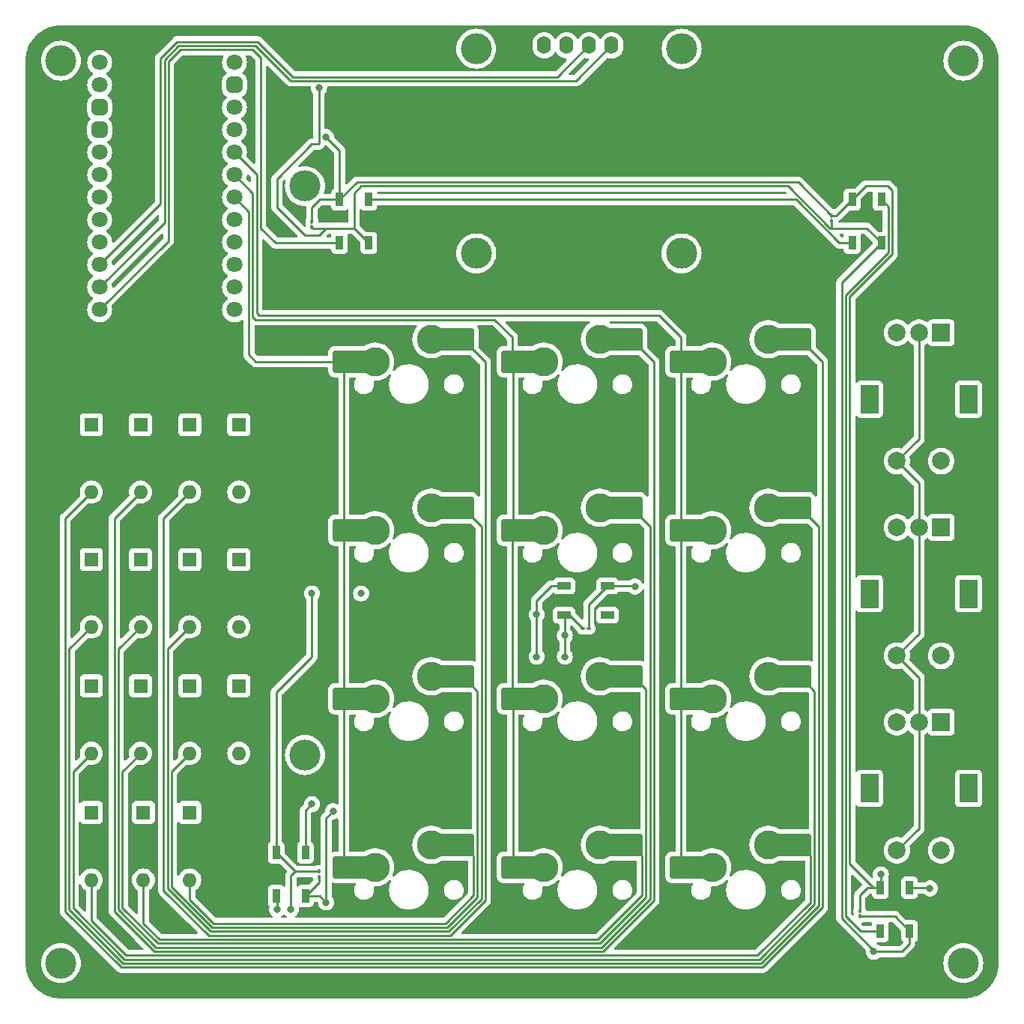
<source format=gbl>
G04 #@! TF.GenerationSoftware,KiCad,Pcbnew,7.0.5*
G04 #@! TF.CreationDate,2023-07-12T22:01:21-07:00*
G04 #@! TF.ProjectId,Custom_KeyPad,43757374-6f6d-45f4-9b65-795061642e6b,rev?*
G04 #@! TF.SameCoordinates,Original*
G04 #@! TF.FileFunction,Copper,L2,Bot*
G04 #@! TF.FilePolarity,Positive*
%FSLAX46Y46*%
G04 Gerber Fmt 4.6, Leading zero omitted, Abs format (unit mm)*
G04 Created by KiCad (PCBNEW 7.0.5) date 2023-07-12 22:01:21*
%MOMM*%
%LPD*%
G01*
G04 APERTURE LIST*
G04 Aperture macros list*
%AMRoundRect*
0 Rectangle with rounded corners*
0 $1 Rounding radius*
0 $2 $3 $4 $5 $6 $7 $8 $9 X,Y pos of 4 corners*
0 Add a 4 corners polygon primitive as box body*
4,1,4,$2,$3,$4,$5,$6,$7,$8,$9,$2,$3,0*
0 Add four circle primitives for the rounded corners*
1,1,$1+$1,$2,$3*
1,1,$1+$1,$4,$5*
1,1,$1+$1,$6,$7*
1,1,$1+$1,$8,$9*
0 Add four rect primitives between the rounded corners*
20,1,$1+$1,$2,$3,$4,$5,0*
20,1,$1+$1,$4,$5,$6,$7,0*
20,1,$1+$1,$6,$7,$8,$9,0*
20,1,$1+$1,$8,$9,$2,$3,0*%
G04 Aperture macros list end*
G04 #@! TA.AperFunction,ConnectorPad*
%ADD10C,3.500000*%
G04 #@! TD*
G04 #@! TA.AperFunction,ComponentPad*
%ADD11C,2.600000*%
G04 #@! TD*
G04 #@! TA.AperFunction,ComponentPad*
%ADD12O,1.600000X2.000000*%
G04 #@! TD*
G04 #@! TA.AperFunction,ComponentPad*
%ADD13C,1.800000*%
G04 #@! TD*
G04 #@! TA.AperFunction,ComponentPad*
%ADD14RoundRect,0.450000X-0.450000X-0.450000X0.450000X-0.450000X0.450000X0.450000X-0.450000X0.450000X0*%
G04 #@! TD*
G04 #@! TA.AperFunction,ComponentPad*
%ADD15C,2.000000*%
G04 #@! TD*
G04 #@! TA.AperFunction,ComponentPad*
%ADD16R,2.000000X3.200000*%
G04 #@! TD*
G04 #@! TA.AperFunction,ComponentPad*
%ADD17R,2.000000X2.000000*%
G04 #@! TD*
G04 #@! TA.AperFunction,ComponentPad*
%ADD18C,3.300000*%
G04 #@! TD*
G04 #@! TA.AperFunction,SMDPad,CuDef*
%ADD19R,1.650000X2.500000*%
G04 #@! TD*
G04 #@! TA.AperFunction,SMDPad,CuDef*
%ADD20RoundRect,0.250000X1.025000X1.000000X-1.025000X1.000000X-1.025000X-1.000000X1.025000X-1.000000X0*%
G04 #@! TD*
G04 #@! TA.AperFunction,SMDPad,CuDef*
%ADD21R,1.500000X0.900000*%
G04 #@! TD*
G04 #@! TA.AperFunction,SMDPad,CuDef*
%ADD22R,0.900000X1.500000*%
G04 #@! TD*
G04 #@! TA.AperFunction,ComponentPad*
%ADD23R,1.600000X1.600000*%
G04 #@! TD*
G04 #@! TA.AperFunction,ComponentPad*
%ADD24O,1.600000X1.600000*%
G04 #@! TD*
G04 #@! TA.AperFunction,SMDPad,CuDef*
%ADD25RoundRect,0.100000X0.130000X0.100000X-0.130000X0.100000X-0.130000X-0.100000X0.130000X-0.100000X0*%
G04 #@! TD*
G04 #@! TA.AperFunction,SMDPad,CuDef*
%ADD26RoundRect,0.100000X-0.100000X0.130000X-0.100000X-0.130000X0.100000X-0.130000X0.100000X0.130000X0*%
G04 #@! TD*
G04 #@! TA.AperFunction,ViaPad*
%ADD27C,0.800000*%
G04 #@! TD*
G04 #@! TA.AperFunction,Conductor*
%ADD28C,0.250000*%
G04 #@! TD*
G04 APERTURE END LIST*
D10*
X147947592Y-60772480D03*
D11*
X147947592Y-60772480D03*
D10*
X171153689Y-60772695D03*
D11*
X171153689Y-60772695D03*
D10*
X171158857Y-37656395D03*
D11*
X171158857Y-37656395D03*
D10*
X147943149Y-37649935D03*
D11*
X147943149Y-37649935D03*
D12*
X163243750Y-37262500D03*
X160703750Y-37262500D03*
X155623750Y-37262500D03*
X158163750Y-37262500D03*
D10*
X128587500Y-117475000D03*
D11*
X128587500Y-117475000D03*
D10*
X128587500Y-53181250D03*
D11*
X128587500Y-53181250D03*
X101000000Y-141000000D03*
D10*
X101000000Y-141000000D03*
X101000000Y-39000000D03*
D11*
X101000000Y-39000000D03*
X203000000Y-141000000D03*
D10*
X203000000Y-141000000D03*
X203000000Y-39000000D03*
D11*
X203000000Y-39000000D03*
D13*
X105380000Y-39211250D03*
X105380000Y-41751250D03*
D14*
X105380000Y-44291250D03*
X105380000Y-46831250D03*
D13*
X105380000Y-49371250D03*
X105380000Y-51911250D03*
X105380000Y-54451250D03*
X105380000Y-56991250D03*
X105380000Y-59531250D03*
X105380000Y-62071250D03*
X105380000Y-64611250D03*
X105380000Y-67151250D03*
X120620000Y-39211250D03*
D14*
X120620000Y-41751250D03*
D13*
X120620000Y-44291250D03*
X120620000Y-46831250D03*
X120620000Y-49371250D03*
X120620000Y-51911250D03*
X120620000Y-54451250D03*
X120620000Y-56991250D03*
X120620000Y-59531250D03*
X120620000Y-62071250D03*
X120620000Y-64611250D03*
X120620000Y-67151250D03*
D15*
X200500000Y-128250000D03*
X195500000Y-128250000D03*
D16*
X203600000Y-121250000D03*
X192400000Y-121250000D03*
D15*
X198000000Y-113750000D03*
X195500000Y-113750000D03*
D17*
X200500000Y-113750000D03*
D15*
X200500000Y-106250000D03*
X195500000Y-106250000D03*
D16*
X203600000Y-99250000D03*
X192400000Y-99250000D03*
D15*
X198000000Y-91750000D03*
X195500000Y-91750000D03*
D17*
X200500000Y-91750000D03*
D15*
X200500000Y-84250000D03*
X195500000Y-84250000D03*
D16*
X203600000Y-77250000D03*
X192400000Y-77250000D03*
D15*
X198000000Y-69750000D03*
X195500000Y-69750000D03*
D17*
X200500000Y-69750000D03*
D18*
X142875000Y-127635000D03*
D19*
X144675000Y-127635000D03*
D20*
X146425000Y-127635000D03*
X132975000Y-130175000D03*
D19*
X134700000Y-130175000D03*
D18*
X136525000Y-130175000D03*
X161925000Y-127635000D03*
D19*
X163725000Y-127635000D03*
D20*
X165475000Y-127635000D03*
X152025000Y-130175000D03*
D19*
X153750000Y-130175000D03*
D18*
X155575000Y-130175000D03*
X180975000Y-127635000D03*
D19*
X182775000Y-127635000D03*
D20*
X184525000Y-127635000D03*
X171075000Y-130175000D03*
D19*
X172800000Y-130175000D03*
D18*
X174625000Y-130175000D03*
X142875000Y-108585000D03*
D19*
X144675000Y-108585000D03*
D20*
X146425000Y-108585000D03*
X132975000Y-111125000D03*
D19*
X134700000Y-111125000D03*
D18*
X136525000Y-111125000D03*
X161925000Y-108585000D03*
D19*
X163725000Y-108585000D03*
D20*
X165475000Y-108585000D03*
X152025000Y-111125000D03*
D19*
X153750000Y-111125000D03*
D18*
X155575000Y-111125000D03*
X180975000Y-108585000D03*
D19*
X182775000Y-108585000D03*
D20*
X184525000Y-108585000D03*
X171075000Y-111125000D03*
D19*
X172800000Y-111125000D03*
D18*
X174625000Y-111125000D03*
X142875000Y-89535000D03*
D19*
X144675000Y-89535000D03*
D20*
X146425000Y-89535000D03*
X132975000Y-92075000D03*
D19*
X134700000Y-92075000D03*
D18*
X136525000Y-92075000D03*
X161925000Y-89535000D03*
D19*
X163725000Y-89535000D03*
D20*
X165475000Y-89535000D03*
X152025000Y-92075000D03*
D19*
X153750000Y-92075000D03*
D18*
X155575000Y-92075000D03*
X180975000Y-89535000D03*
D19*
X182775000Y-89535000D03*
D20*
X184525000Y-89535000D03*
X171075000Y-92075000D03*
D19*
X172800000Y-92075000D03*
D18*
X174625000Y-92075000D03*
X142875000Y-70485000D03*
D19*
X144675000Y-70485000D03*
D20*
X146425000Y-70485000D03*
X132975000Y-73025000D03*
D19*
X134700000Y-73025000D03*
D18*
X136525000Y-73025000D03*
X155575000Y-73025000D03*
D19*
X153750000Y-73025000D03*
D20*
X152025000Y-73025000D03*
X165475000Y-70485000D03*
D19*
X163725000Y-70485000D03*
D18*
X161925000Y-70485000D03*
X180975000Y-70485000D03*
D19*
X182775000Y-70485000D03*
D20*
X184525000Y-70485000D03*
X171075000Y-73025000D03*
D19*
X172800000Y-73025000D03*
D18*
X174625000Y-73025000D03*
D21*
X157887500Y-98362500D03*
X157887500Y-101662500D03*
X162787500Y-101662500D03*
X162787500Y-98362500D03*
D22*
X125350000Y-133418750D03*
X128650000Y-133418750D03*
X128650000Y-128518750D03*
X125350000Y-128518750D03*
X193612500Y-132487500D03*
X196912500Y-132487500D03*
X196912500Y-137387500D03*
X193612500Y-137387500D03*
X190437500Y-59600000D03*
X193737500Y-59600000D03*
X193737500Y-54700000D03*
X190437500Y-54700000D03*
X132493750Y-59600000D03*
X135793750Y-59600000D03*
X135793750Y-54700000D03*
X132493750Y-54700000D03*
D23*
X121112500Y-80140000D03*
D24*
X121112500Y-87760000D03*
D23*
X121112500Y-95380000D03*
D24*
X121112500Y-103000000D03*
D23*
X121112500Y-109667500D03*
D24*
X121112500Y-117287500D03*
X115556250Y-131603750D03*
D23*
X115556250Y-123983750D03*
D24*
X110331250Y-131603750D03*
D23*
X110331250Y-123983750D03*
X104443750Y-123983750D03*
D24*
X104443750Y-131603750D03*
D23*
X115556250Y-109667500D03*
D24*
X115556250Y-117287500D03*
D23*
X110000000Y-109667500D03*
D24*
X110000000Y-117287500D03*
D23*
X104443750Y-109667500D03*
D24*
X104443750Y-117287500D03*
D23*
X115556250Y-95380000D03*
D24*
X115556250Y-103000000D03*
X110000000Y-103000000D03*
D23*
X110000000Y-95380000D03*
X104443750Y-95380000D03*
D24*
X104443750Y-103000000D03*
D23*
X115556250Y-80140000D03*
D24*
X115556250Y-87760000D03*
D23*
X110000000Y-80140000D03*
D24*
X110000000Y-87760000D03*
D23*
X104443750Y-80140000D03*
D24*
X104443750Y-87760000D03*
D25*
X160017500Y-103187500D03*
X160657500Y-103187500D03*
D26*
X130175000Y-130648750D03*
X130175000Y-131288750D03*
X191293750Y-135091250D03*
X191293750Y-135731250D03*
X188118750Y-56510000D03*
X188118750Y-57150000D03*
X129381250Y-57175000D03*
X129381250Y-57815000D03*
D27*
X130175000Y-42068750D03*
X130968750Y-47625000D03*
X192881250Y-139700000D03*
X165893750Y-98425000D03*
X134937500Y-99218750D03*
X129381250Y-99218750D03*
X157956250Y-103981250D03*
X157956250Y-106362500D03*
X131762500Y-123825000D03*
X130968750Y-134143750D03*
X154781250Y-101600000D03*
X154781250Y-106362500D03*
X129381250Y-123031250D03*
X127000000Y-134937500D03*
X193675000Y-130968750D03*
X125412500Y-134937500D03*
X199231250Y-132556250D03*
D28*
X129381250Y-48418750D02*
X130175000Y-48418750D01*
X125412500Y-52387500D02*
X129381250Y-48418750D01*
X125412500Y-55562500D02*
X125412500Y-52387500D01*
X130175000Y-48418750D02*
X130175000Y-42068750D01*
X130181250Y-58737500D02*
X128587500Y-58737500D01*
X128587500Y-58737500D02*
X125412500Y-55562500D01*
X130968750Y-57950000D02*
X130181250Y-58737500D01*
X130968750Y-57950000D02*
X129516250Y-57950000D01*
X134143750Y-57950000D02*
X130968750Y-57950000D01*
X132493750Y-49150000D02*
X130968750Y-47625000D01*
X132493750Y-54700000D02*
X132493750Y-49150000D01*
X193038604Y-139700000D02*
X193038604Y-139700000D01*
X192881250Y-139700000D02*
X193038604Y-139700000D01*
X192881250Y-139542646D02*
X192881250Y-139700000D01*
X113162500Y-59368750D02*
X105380000Y-67151250D01*
X122687500Y-37756250D02*
X114486396Y-37756250D01*
X114486396Y-37756250D02*
X113162500Y-39080146D01*
X123587500Y-57943750D02*
X123587500Y-38656250D01*
X113162500Y-39080146D02*
X113162500Y-59368750D01*
X132493750Y-59600000D02*
X125243750Y-59600000D01*
X125243750Y-59600000D02*
X123587500Y-57943750D01*
X123587500Y-38656250D02*
X122687500Y-37756250D01*
X129516250Y-57950000D02*
X129381250Y-57815000D01*
X129381250Y-55562500D02*
X129381250Y-57175000D01*
X130243750Y-54700000D02*
X129381250Y-55562500D01*
X132493750Y-54700000D02*
X130243750Y-54700000D01*
X165893750Y-98425000D02*
X165831250Y-98362500D01*
X165831250Y-98362500D02*
X162787500Y-98362500D01*
X129381250Y-106362500D02*
X125350000Y-110393750D01*
X129381250Y-99218750D02*
X129381250Y-106362500D01*
X125350000Y-110393750D02*
X125350000Y-128518750D01*
X128650000Y-123762500D02*
X128650000Y-128518750D01*
X129381250Y-123031250D02*
X128650000Y-123762500D01*
X157956250Y-101731250D02*
X157887500Y-101662500D01*
X157956250Y-103981250D02*
X157956250Y-101731250D01*
X157956250Y-106362500D02*
X157956250Y-103981250D01*
X130968750Y-124618750D02*
X131762500Y-123825000D01*
X130968750Y-134143750D02*
X130968750Y-124618750D01*
X130243750Y-133418750D02*
X130968750Y-134143750D01*
X128650000Y-133418750D02*
X130243750Y-133418750D01*
X154781250Y-100012500D02*
X156431250Y-98362500D01*
X154781250Y-101600000D02*
X154781250Y-100012500D01*
X156431250Y-98362500D02*
X157887500Y-98362500D01*
X154781250Y-106362500D02*
X154781250Y-101600000D01*
X193675000Y-132425000D02*
X193612500Y-132487500D01*
X193675000Y-130968750D02*
X193675000Y-132425000D01*
X127000000Y-131128750D02*
X127480000Y-130648750D01*
X127000000Y-134937500D02*
X127000000Y-131128750D01*
X127480000Y-130648750D02*
X125350000Y-128518750D01*
X130175000Y-130648750D02*
X127480000Y-130648750D01*
X130175000Y-131893750D02*
X130175000Y-131288750D01*
X128650000Y-133418750D02*
X130175000Y-131893750D01*
X158492500Y-101662500D02*
X157887500Y-101662500D01*
X160017500Y-103187500D02*
X158492500Y-101662500D01*
X160657500Y-100492500D02*
X162787500Y-98362500D01*
X160657500Y-103187500D02*
X160657500Y-100492500D01*
X194468750Y-53181250D02*
X191956250Y-53181250D01*
X194962500Y-53675000D02*
X194468750Y-53181250D01*
X194962500Y-60861396D02*
X194962500Y-53675000D01*
X190156250Y-65667646D02*
X194962500Y-60861396D01*
X190156250Y-129762500D02*
X190156250Y-65667646D01*
X191956250Y-53181250D02*
X190437500Y-54700000D01*
X192881250Y-132487500D02*
X190156250Y-129762500D01*
X192881250Y-132487500D02*
X193612500Y-132487500D01*
X192156250Y-132487500D02*
X192881250Y-132487500D01*
X191293750Y-133350000D02*
X192156250Y-132487500D01*
X191293750Y-135091250D02*
X191293750Y-133350000D01*
X196912500Y-137387500D02*
X195256250Y-135731250D01*
X195256250Y-135731250D02*
X191293750Y-135731250D01*
X134462500Y-52731250D02*
X132493750Y-54700000D01*
X188118750Y-56510000D02*
X184340000Y-52731250D01*
X184340000Y-52731250D02*
X134462500Y-52731250D01*
X188118750Y-57150000D02*
X188118750Y-57943750D01*
X188118750Y-57943750D02*
X192081250Y-57943750D01*
X187961396Y-57943750D02*
X188118750Y-57943750D01*
X188627500Y-56510000D02*
X190437500Y-54700000D01*
X188118750Y-56510000D02*
X188627500Y-56510000D01*
X192081250Y-57943750D02*
X193737500Y-59600000D01*
X183198896Y-53181250D02*
X187961396Y-57943750D01*
X134937500Y-53181250D02*
X183198896Y-53181250D01*
X134143750Y-53975000D02*
X134937500Y-53181250D01*
X134143750Y-57950000D02*
X134143750Y-53975000D01*
X135793750Y-59600000D02*
X134143750Y-57950000D01*
X196912500Y-138843750D02*
X196912500Y-137387500D01*
X196056250Y-139700000D02*
X196912500Y-138843750D01*
X193038604Y-139700000D02*
X196056250Y-139700000D01*
X189256250Y-135917646D02*
X192881250Y-139542646D01*
X189256250Y-64081250D02*
X189256250Y-135917646D01*
X193737500Y-59600000D02*
X189256250Y-64081250D01*
X193612500Y-132772500D02*
X193612500Y-132487500D01*
X125412500Y-133481250D02*
X125350000Y-133418750D01*
X125412500Y-134937500D02*
X125412500Y-133481250D01*
X199162500Y-132487500D02*
X199231250Y-132556250D01*
X196912500Y-132487500D02*
X199162500Y-132487500D01*
X189706250Y-135731250D02*
X191362500Y-137387500D01*
X189706250Y-65481250D02*
X189706250Y-135731250D01*
X194512500Y-60675000D02*
X189706250Y-65481250D01*
X194512500Y-55475000D02*
X194512500Y-60675000D01*
X191362500Y-137387500D02*
X193612500Y-137387500D01*
X193737500Y-54700000D02*
X194512500Y-55475000D01*
X184081250Y-54700000D02*
X188981250Y-59600000D01*
X135793750Y-54700000D02*
X184081250Y-54700000D01*
X188981250Y-59600000D02*
X190437500Y-59600000D01*
X112262500Y-55188750D02*
X105380000Y-62071250D01*
X114113604Y-36856250D02*
X112262500Y-38707354D01*
X112262500Y-38707354D02*
X112262500Y-55188750D01*
X127186396Y-40825000D02*
X123217646Y-36856250D01*
X157141250Y-40825000D02*
X127186396Y-40825000D01*
X160703750Y-37262500D02*
X157141250Y-40825000D01*
X123217646Y-36856250D02*
X114113604Y-36856250D01*
X114300000Y-37306250D02*
X112712500Y-38893750D01*
X112712500Y-38893750D02*
X112712500Y-57278750D01*
X123031250Y-37306250D02*
X114300000Y-37306250D01*
X127000000Y-41275000D02*
X123031250Y-37306250D01*
X112712500Y-57278750D02*
X105380000Y-64611250D01*
X159231250Y-41275000D02*
X127000000Y-41275000D01*
X163243750Y-37262500D02*
X159231250Y-41275000D01*
X198000000Y-108750000D02*
X195500000Y-106250000D01*
X198000000Y-113750000D02*
X198000000Y-108750000D01*
X198000000Y-86750000D02*
X198000000Y-91750000D01*
X195500000Y-84250000D02*
X198000000Y-86750000D01*
X198000000Y-125750000D02*
X195500000Y-128250000D01*
X198000000Y-113750000D02*
X198000000Y-125750000D01*
X198000000Y-103750000D02*
X195500000Y-106250000D01*
X198000000Y-91750000D02*
X198000000Y-103750000D01*
X198000000Y-81750000D02*
X195500000Y-84250000D01*
X198000000Y-69750000D02*
X198000000Y-81750000D01*
X101493750Y-90710000D02*
X104443750Y-87760000D01*
X101493750Y-135152938D02*
X101493750Y-90710000D01*
X107815812Y-141475000D02*
X101493750Y-135152938D01*
X180315438Y-141475000D02*
X107815812Y-141475000D01*
X187087500Y-134702938D02*
X180315438Y-141475000D01*
X187087500Y-73047500D02*
X187087500Y-134702938D01*
X184525000Y-70485000D02*
X187087500Y-73047500D01*
X101943750Y-105500000D02*
X104443750Y-103000000D01*
X101943750Y-134966542D02*
X101943750Y-105500000D01*
X108002208Y-141025000D02*
X101943750Y-134966542D01*
X186637500Y-134516542D02*
X180129042Y-141025000D01*
X186637500Y-91647500D02*
X186637500Y-134516542D01*
X180129042Y-141025000D02*
X108002208Y-141025000D01*
X184525000Y-89535000D02*
X186637500Y-91647500D01*
X102393750Y-119337500D02*
X104443750Y-117287500D01*
X102393750Y-134780146D02*
X102393750Y-119337500D01*
X108188604Y-140575000D02*
X102393750Y-134780146D01*
X179942646Y-140575000D02*
X108188604Y-140575000D01*
X186187500Y-134330146D02*
X179942646Y-140575000D01*
X186187500Y-110247500D02*
X186187500Y-134330146D01*
X184525000Y-108585000D02*
X186187500Y-110247500D01*
X185737500Y-134143750D02*
X179756250Y-140125000D01*
X185737500Y-128847500D02*
X185737500Y-134143750D01*
X108375000Y-140125000D02*
X104443750Y-136193750D01*
X184525000Y-127635000D02*
X185737500Y-128847500D01*
X179756250Y-140125000D02*
X108375000Y-140125000D01*
X104443750Y-136193750D02*
X104443750Y-131603750D01*
X107050000Y-90710000D02*
X110000000Y-87760000D01*
X107050000Y-135152938D02*
X107050000Y-90710000D01*
X111572062Y-139675000D02*
X107050000Y-135152938D01*
X162271688Y-139675000D02*
X111572062Y-139675000D01*
X168037500Y-133909188D02*
X162271688Y-139675000D01*
X168037500Y-73047500D02*
X168037500Y-133909188D01*
X165475000Y-70485000D02*
X168037500Y-73047500D01*
X107500000Y-105500000D02*
X110000000Y-103000000D01*
X107500000Y-134966542D02*
X107500000Y-105500000D01*
X111758458Y-139225000D02*
X107500000Y-134966542D01*
X162085292Y-139225000D02*
X111758458Y-139225000D01*
X167587500Y-133722792D02*
X162085292Y-139225000D01*
X167587500Y-91647500D02*
X167587500Y-133722792D01*
X165475000Y-89535000D02*
X167587500Y-91647500D01*
X107950000Y-119337500D02*
X110000000Y-117287500D01*
X111944854Y-138775000D02*
X107950000Y-134780146D01*
X107950000Y-134780146D02*
X107950000Y-119337500D01*
X167137500Y-133536396D02*
X161898896Y-138775000D01*
X167137500Y-110025673D02*
X167137500Y-133536396D01*
X161898896Y-138775000D02*
X111944854Y-138775000D01*
X165475000Y-108585000D02*
X165696827Y-108585000D01*
X165696827Y-108585000D02*
X167137500Y-110025673D01*
X110331250Y-136525000D02*
X110331250Y-131603750D01*
X112131250Y-138325000D02*
X110331250Y-136525000D01*
X166687500Y-133350000D02*
X161712500Y-138325000D01*
X166687500Y-128847500D02*
X166687500Y-133350000D01*
X165475000Y-127635000D02*
X166687500Y-128847500D01*
X161712500Y-138325000D02*
X112131250Y-138325000D01*
X112606250Y-90710000D02*
X115556250Y-87760000D01*
X112606250Y-132771688D02*
X112606250Y-90710000D01*
X117709562Y-137875000D02*
X112606250Y-132771688D01*
X145021688Y-137875000D02*
X117709562Y-137875000D01*
X148987500Y-133909188D02*
X145021688Y-137875000D01*
X148987500Y-73047500D02*
X148987500Y-133909188D01*
X146425000Y-70485000D02*
X148987500Y-73047500D01*
X113056250Y-105500000D02*
X115556250Y-103000000D01*
X113056250Y-132585292D02*
X113056250Y-105500000D01*
X117895958Y-137425000D02*
X113056250Y-132585292D01*
X144835292Y-137425000D02*
X117895958Y-137425000D01*
X148537500Y-133722792D02*
X144835292Y-137425000D01*
X148537500Y-91647500D02*
X148537500Y-133722792D01*
X146425000Y-89535000D02*
X148537500Y-91647500D01*
X113506250Y-119337500D02*
X115556250Y-117287500D01*
X113506250Y-132398896D02*
X113506250Y-119337500D01*
X118082354Y-136975000D02*
X113506250Y-132398896D01*
X144648896Y-136975000D02*
X118082354Y-136975000D01*
X148087500Y-133536396D02*
X144648896Y-136975000D01*
X148087500Y-110247500D02*
X148087500Y-133536396D01*
X146425000Y-108585000D02*
X148087500Y-110247500D01*
X118268750Y-136525000D02*
X115556250Y-133812500D01*
X144462500Y-136525000D02*
X118268750Y-136525000D01*
X147637500Y-133350000D02*
X144462500Y-136525000D01*
X147637500Y-128847500D02*
X147637500Y-133350000D01*
X146425000Y-127635000D02*
X147637500Y-128847500D01*
X115556250Y-133812500D02*
X115556250Y-131603750D01*
X123137500Y-51888750D02*
X120620000Y-49371250D01*
X123137500Y-67575000D02*
X123137500Y-51888750D01*
X123375000Y-67812500D02*
X123137500Y-67575000D01*
X168618750Y-67812500D02*
X123375000Y-67812500D01*
X171075000Y-70268750D02*
X168618750Y-67812500D01*
X171075000Y-73025000D02*
X171075000Y-70268750D01*
X122687500Y-67918750D02*
X122687500Y-53978750D01*
X122687500Y-53978750D02*
X120620000Y-51911250D01*
X150018750Y-68262500D02*
X123031250Y-68262500D01*
X123031250Y-68262500D02*
X122687500Y-67918750D01*
X152025000Y-73025000D02*
X152025000Y-70268750D01*
X152025000Y-70268750D02*
X150018750Y-68262500D01*
X122237500Y-56068750D02*
X120620000Y-54451250D01*
X122237500Y-72231250D02*
X122237500Y-56068750D01*
X123031250Y-73025000D02*
X122237500Y-72231250D01*
X132975000Y-73025000D02*
X123031250Y-73025000D01*
X132975000Y-111125000D02*
X132975000Y-130175000D01*
X132975000Y-92075000D02*
X132975000Y-111125000D01*
X132975000Y-73025000D02*
X132975000Y-92075000D01*
X152075000Y-130125000D02*
X152025000Y-130175000D01*
X152025000Y-111125000D02*
X152075000Y-111175000D01*
X152075000Y-111175000D02*
X152075000Y-130125000D01*
X152025000Y-92075000D02*
X152025000Y-111125000D01*
X152075000Y-92025000D02*
X152025000Y-92075000D01*
X152025000Y-73025000D02*
X152075000Y-73075000D01*
X152075000Y-73075000D02*
X152075000Y-92025000D01*
X171075000Y-111125000D02*
X171075000Y-130175000D01*
X171075000Y-92075000D02*
X171075000Y-111125000D01*
X171075000Y-73025000D02*
X171075000Y-92075000D01*
G04 #@! TA.AperFunction,NonConductor*
G36*
X203001424Y-35000566D02*
G01*
X203172753Y-35008487D01*
X203236738Y-35011630D01*
X203372549Y-35018302D01*
X203378048Y-35018819D01*
X203563331Y-35044665D01*
X203749828Y-35072329D01*
X203754871Y-35073294D01*
X203939407Y-35116697D01*
X204120202Y-35161984D01*
X204124802Y-35163329D01*
X204305079Y-35223752D01*
X204306089Y-35224102D01*
X204480331Y-35286447D01*
X204484447Y-35288089D01*
X204658778Y-35365063D01*
X204660107Y-35365671D01*
X204734944Y-35401066D01*
X204826971Y-35444592D01*
X204830610Y-35446463D01*
X204997312Y-35539316D01*
X204998952Y-35540263D01*
X205156962Y-35634970D01*
X205160116Y-35636994D01*
X205317678Y-35744926D01*
X205319513Y-35746233D01*
X205467388Y-35855905D01*
X205470002Y-35857958D01*
X205617035Y-35980053D01*
X205618973Y-35981735D01*
X205755321Y-36105314D01*
X205757514Y-36107402D01*
X205892596Y-36242484D01*
X205894687Y-36244680D01*
X206018258Y-36381019D01*
X206019952Y-36382971D01*
X206142033Y-36529987D01*
X206144101Y-36532621D01*
X206205948Y-36616011D01*
X206253744Y-36680456D01*
X206255095Y-36682352D01*
X206363004Y-36839882D01*
X206365034Y-36843046D01*
X206459710Y-37001003D01*
X206460695Y-37002708D01*
X206553523Y-37169364D01*
X206555406Y-37173027D01*
X206634307Y-37339847D01*
X206634967Y-37341291D01*
X206644117Y-37362015D01*
X206711895Y-37515516D01*
X206713553Y-37519673D01*
X206775868Y-37693829D01*
X206776279Y-37695014D01*
X206836665Y-37875183D01*
X206838022Y-37879823D01*
X206883314Y-38060644D01*
X206910759Y-38177331D01*
X206925526Y-38240117D01*
X206926696Y-38245089D01*
X206927672Y-38250190D01*
X206955336Y-38436687D01*
X206981177Y-38621933D01*
X206981697Y-38627460D01*
X206991520Y-38827416D01*
X206999434Y-38998576D01*
X206999500Y-39001440D01*
X206999500Y-140998559D01*
X206999434Y-141001423D01*
X206991520Y-141172583D01*
X206981697Y-141372538D01*
X206981177Y-141378065D01*
X206955336Y-141563311D01*
X206927672Y-141749808D01*
X206926696Y-141754909D01*
X206883314Y-141939354D01*
X206838022Y-142120175D01*
X206836665Y-142124815D01*
X206776279Y-142304984D01*
X206775868Y-142306169D01*
X206713553Y-142480325D01*
X206711895Y-142484482D01*
X206634977Y-142658685D01*
X206634307Y-142660151D01*
X206555406Y-142826971D01*
X206553523Y-142830634D01*
X206460695Y-142997290D01*
X206459710Y-142998995D01*
X206365034Y-143156952D01*
X206363004Y-143160116D01*
X206255095Y-143317646D01*
X206253744Y-143319542D01*
X206144118Y-143467356D01*
X206142017Y-143470031D01*
X206019993Y-143616980D01*
X206018232Y-143619009D01*
X205894695Y-143755310D01*
X205892596Y-143757514D01*
X205757514Y-143892596D01*
X205755310Y-143894695D01*
X205619009Y-144018232D01*
X205616980Y-144019993D01*
X205470031Y-144142017D01*
X205467356Y-144144118D01*
X205319542Y-144253744D01*
X205317646Y-144255095D01*
X205160116Y-144363004D01*
X205156952Y-144365034D01*
X204998995Y-144459710D01*
X204997290Y-144460695D01*
X204830634Y-144553523D01*
X204826971Y-144555406D01*
X204660151Y-144634307D01*
X204658685Y-144634977D01*
X204484482Y-144711895D01*
X204480325Y-144713553D01*
X204306169Y-144775868D01*
X204304984Y-144776279D01*
X204124815Y-144836665D01*
X204120175Y-144838022D01*
X203939354Y-144883314D01*
X203754909Y-144926696D01*
X203749808Y-144927672D01*
X203563311Y-144955336D01*
X203378065Y-144981177D01*
X203372538Y-144981697D01*
X203172753Y-144991511D01*
X203001425Y-144999434D01*
X202998561Y-144999500D01*
X101001439Y-144999500D01*
X100998575Y-144999434D01*
X100827245Y-144991511D01*
X100627460Y-144981697D01*
X100621933Y-144981177D01*
X100436687Y-144955336D01*
X100250190Y-144927672D01*
X100245091Y-144926696D01*
X100224650Y-144921888D01*
X100060644Y-144883314D01*
X99879823Y-144838022D01*
X99875183Y-144836665D01*
X99695014Y-144776279D01*
X99693829Y-144775868D01*
X99519673Y-144713553D01*
X99515524Y-144711898D01*
X99341291Y-144634967D01*
X99339847Y-144634307D01*
X99173027Y-144555406D01*
X99169364Y-144553523D01*
X99002708Y-144460695D01*
X99001003Y-144459710D01*
X98843046Y-144365034D01*
X98839882Y-144363004D01*
X98682352Y-144255095D01*
X98680456Y-144253744D01*
X98532621Y-144144101D01*
X98529987Y-144142033D01*
X98382971Y-144019952D01*
X98381019Y-144018258D01*
X98244680Y-143894687D01*
X98242484Y-143892596D01*
X98107402Y-143757514D01*
X98105314Y-143755321D01*
X97981735Y-143618973D01*
X97980053Y-143617035D01*
X97857958Y-143470002D01*
X97855905Y-143467388D01*
X97746233Y-143319513D01*
X97744926Y-143317678D01*
X97636994Y-143160116D01*
X97634964Y-143156952D01*
X97540263Y-142998952D01*
X97539303Y-142997290D01*
X97446463Y-142830610D01*
X97444592Y-142826971D01*
X97420308Y-142775629D01*
X97365671Y-142660107D01*
X97365063Y-142658778D01*
X97288089Y-142484447D01*
X97286445Y-142480325D01*
X97248027Y-142372955D01*
X97224102Y-142306089D01*
X97223752Y-142305079D01*
X97163329Y-142124802D01*
X97161984Y-142120202D01*
X97116697Y-141939407D01*
X97073294Y-141754871D01*
X97072329Y-141749828D01*
X97044662Y-141563311D01*
X97018819Y-141378048D01*
X97018302Y-141372549D01*
X97013951Y-141283981D01*
X97008479Y-141172582D01*
X97000566Y-141001424D01*
X97000533Y-141000007D01*
X98744671Y-141000007D01*
X98763964Y-141294363D01*
X98763965Y-141294373D01*
X98763966Y-141294380D01*
X98763968Y-141294390D01*
X98821518Y-141583716D01*
X98821521Y-141583730D01*
X98916349Y-141863080D01*
X99046825Y-142127660D01*
X99046829Y-142127667D01*
X99210725Y-142372955D01*
X99405241Y-142594758D01*
X99611485Y-142775629D01*
X99627043Y-142789273D01*
X99872335Y-142953172D01*
X100136923Y-143083652D01*
X100416278Y-143178481D01*
X100705620Y-143236034D01*
X100733888Y-143237886D01*
X100999993Y-143255329D01*
X101000000Y-143255329D01*
X101000007Y-143255329D01*
X101235675Y-143239881D01*
X101294380Y-143236034D01*
X101583722Y-143178481D01*
X101863077Y-143083652D01*
X102127665Y-142953172D01*
X102372957Y-142789273D01*
X102594758Y-142594758D01*
X102789273Y-142372957D01*
X102953172Y-142127665D01*
X103083652Y-141863077D01*
X103178481Y-141583722D01*
X103236034Y-141294380D01*
X103255329Y-141000000D01*
X103255329Y-140999992D01*
X103236035Y-140705636D01*
X103236034Y-140705620D01*
X103178481Y-140416278D01*
X103083652Y-140136923D01*
X102953172Y-139872336D01*
X102789273Y-139627043D01*
X102711821Y-139538726D01*
X102594758Y-139405241D01*
X102372955Y-139210725D01*
X102127667Y-139046829D01*
X102127660Y-139046825D01*
X101863080Y-138916349D01*
X101583730Y-138821521D01*
X101583724Y-138821519D01*
X101583722Y-138821519D01*
X101294380Y-138763966D01*
X101294373Y-138763965D01*
X101294363Y-138763964D01*
X101000007Y-138744671D01*
X100999993Y-138744671D01*
X100705636Y-138763964D01*
X100705624Y-138763965D01*
X100705620Y-138763966D01*
X100705612Y-138763967D01*
X100705609Y-138763968D01*
X100416283Y-138821518D01*
X100416269Y-138821521D01*
X100136919Y-138916349D01*
X99872334Y-139046828D01*
X99627041Y-139210728D01*
X99405241Y-139405241D01*
X99210728Y-139627041D01*
X99046828Y-139872334D01*
X98916349Y-140136919D01*
X98821521Y-140416269D01*
X98821518Y-140416283D01*
X98763968Y-140705609D01*
X98763964Y-140705636D01*
X98744671Y-140999992D01*
X98744671Y-141000007D01*
X97000533Y-141000007D01*
X97000500Y-140998560D01*
X97000500Y-90690197D01*
X100863589Y-90690197D01*
X100867974Y-90736585D01*
X100868249Y-90742421D01*
X100868250Y-135070193D01*
X100866525Y-135085810D01*
X100866811Y-135085837D01*
X100866076Y-135093603D01*
X100868219Y-135161772D01*
X100868250Y-135163720D01*
X100868250Y-135192281D01*
X100868251Y-135192298D01*
X100869118Y-135199169D01*
X100869576Y-135204988D01*
X100871040Y-135251562D01*
X100871041Y-135251565D01*
X100876630Y-135270805D01*
X100880574Y-135289849D01*
X100883086Y-135309730D01*
X100898025Y-135347462D01*
X100900240Y-135353057D01*
X100902132Y-135358585D01*
X100908110Y-135379162D01*
X100915132Y-135403328D01*
X100924389Y-135418982D01*
X100925330Y-135420572D01*
X100933886Y-135438038D01*
X100941264Y-135456670D01*
X100968648Y-135494361D01*
X100971856Y-135499245D01*
X100995577Y-135539354D01*
X100995583Y-135539362D01*
X101009740Y-135553518D01*
X101022377Y-135568313D01*
X101034156Y-135584525D01*
X101065419Y-135610388D01*
X101070059Y-135614226D01*
X101074370Y-135618148D01*
X105766883Y-140310662D01*
X107315009Y-141858788D01*
X107324834Y-141871051D01*
X107325055Y-141870869D01*
X107330023Y-141876874D01*
X107379744Y-141923566D01*
X107381144Y-141924923D01*
X107401335Y-141945115D01*
X107401339Y-141945118D01*
X107401341Y-141945120D01*
X107406823Y-141949373D01*
X107411255Y-141953157D01*
X107445230Y-141985062D01*
X107462788Y-141994714D01*
X107479045Y-142005393D01*
X107494876Y-142017673D01*
X107514549Y-142026186D01*
X107537645Y-142036182D01*
X107542889Y-142038750D01*
X107583720Y-142061197D01*
X107596335Y-142064435D01*
X107603117Y-142066177D01*
X107621531Y-142072481D01*
X107639916Y-142080438D01*
X107685969Y-142087732D01*
X107691638Y-142088906D01*
X107736793Y-142100500D01*
X107756828Y-142100500D01*
X107776225Y-142102026D01*
X107796008Y-142105160D01*
X107842395Y-142100775D01*
X107848234Y-142100500D01*
X180232695Y-142100500D01*
X180248315Y-142102224D01*
X180248342Y-142101939D01*
X180256104Y-142102673D01*
X180256104Y-142102672D01*
X180256105Y-142102673D01*
X180259437Y-142102568D01*
X180324285Y-142100531D01*
X180326232Y-142100500D01*
X180354785Y-142100500D01*
X180354788Y-142100500D01*
X180361666Y-142099630D01*
X180367479Y-142099172D01*
X180414065Y-142097709D01*
X180433307Y-142092117D01*
X180452350Y-142088174D01*
X180472230Y-142085664D01*
X180515560Y-142068507D01*
X180521084Y-142066617D01*
X180524834Y-142065527D01*
X180565828Y-142053618D01*
X180583067Y-142043422D01*
X180600541Y-142034862D01*
X180619165Y-142027488D01*
X180619165Y-142027487D01*
X180619170Y-142027486D01*
X180656887Y-142000082D01*
X180661743Y-141996892D01*
X180701858Y-141973170D01*
X180716027Y-141958999D01*
X180730817Y-141946368D01*
X180747025Y-141934594D01*
X180776737Y-141898676D01*
X180780650Y-141894376D01*
X181675019Y-141000007D01*
X200744671Y-141000007D01*
X200763964Y-141294363D01*
X200763965Y-141294373D01*
X200763966Y-141294380D01*
X200763968Y-141294390D01*
X200821518Y-141583716D01*
X200821521Y-141583730D01*
X200916349Y-141863080D01*
X201046825Y-142127660D01*
X201046829Y-142127667D01*
X201210725Y-142372955D01*
X201405241Y-142594758D01*
X201611485Y-142775629D01*
X201627043Y-142789273D01*
X201872335Y-142953172D01*
X202136923Y-143083652D01*
X202416278Y-143178481D01*
X202705620Y-143236034D01*
X202733888Y-143237886D01*
X202999993Y-143255329D01*
X203000000Y-143255329D01*
X203000007Y-143255329D01*
X203235675Y-143239881D01*
X203294380Y-143236034D01*
X203583722Y-143178481D01*
X203863077Y-143083652D01*
X204127665Y-142953172D01*
X204372957Y-142789273D01*
X204594758Y-142594758D01*
X204789273Y-142372957D01*
X204953172Y-142127665D01*
X205083652Y-141863077D01*
X205178481Y-141583722D01*
X205236034Y-141294380D01*
X205255329Y-141000000D01*
X205255329Y-140999992D01*
X205236035Y-140705636D01*
X205236034Y-140705620D01*
X205178481Y-140416278D01*
X205083652Y-140136923D01*
X204953172Y-139872336D01*
X204789273Y-139627043D01*
X204711821Y-139538726D01*
X204594758Y-139405241D01*
X204372955Y-139210725D01*
X204127667Y-139046829D01*
X204127660Y-139046825D01*
X203863080Y-138916349D01*
X203583730Y-138821521D01*
X203583724Y-138821519D01*
X203583722Y-138821519D01*
X203294380Y-138763966D01*
X203294373Y-138763965D01*
X203294363Y-138763964D01*
X203000007Y-138744671D01*
X202999993Y-138744671D01*
X202705636Y-138763964D01*
X202705624Y-138763965D01*
X202705620Y-138763966D01*
X202705612Y-138763967D01*
X202705609Y-138763968D01*
X202416283Y-138821518D01*
X202416269Y-138821521D01*
X202136919Y-138916349D01*
X201872334Y-139046828D01*
X201627041Y-139210728D01*
X201405241Y-139405241D01*
X201210728Y-139627041D01*
X201046828Y-139872334D01*
X200916349Y-140136919D01*
X200821521Y-140416269D01*
X200821518Y-140416283D01*
X200763968Y-140705609D01*
X200763964Y-140705636D01*
X200744671Y-140999992D01*
X200744671Y-141000007D01*
X181675019Y-141000007D01*
X187471288Y-135203739D01*
X187483542Y-135193924D01*
X187483359Y-135193702D01*
X187489368Y-135188729D01*
X187489377Y-135188724D01*
X187536107Y-135138960D01*
X187537346Y-135137681D01*
X187557620Y-135117409D01*
X187561879Y-135111916D01*
X187565652Y-135107499D01*
X187597562Y-135073520D01*
X187607215Y-135055958D01*
X187617889Y-135039708D01*
X187630173Y-135023874D01*
X187648680Y-134981105D01*
X187651249Y-134975862D01*
X187673696Y-134935031D01*
X187673697Y-134935030D01*
X187678677Y-134915629D01*
X187684978Y-134897226D01*
X187692938Y-134878834D01*
X187700230Y-134832787D01*
X187701411Y-134827090D01*
X187704095Y-134816638D01*
X187713000Y-134781957D01*
X187713000Y-134761921D01*
X187714527Y-134742520D01*
X187717660Y-134722742D01*
X187713275Y-134676353D01*
X187713000Y-134670515D01*
X187713000Y-103925896D01*
X187713000Y-73130227D01*
X187714725Y-73114623D01*
X187714438Y-73114596D01*
X187715172Y-73106833D01*
X187713031Y-73038671D01*
X187713000Y-73036724D01*
X187713000Y-73008151D01*
X187713000Y-73008150D01*
X187712129Y-73001259D01*
X187711672Y-72995445D01*
X187710209Y-72948872D01*
X187704622Y-72929644D01*
X187700674Y-72910584D01*
X187698164Y-72890708D01*
X187681007Y-72847375D01*
X187679119Y-72841859D01*
X187666119Y-72797112D01*
X187655918Y-72779863D01*
X187647360Y-72762394D01*
X187639986Y-72743768D01*
X187639983Y-72743764D01*
X187639983Y-72743763D01*
X187612598Y-72706071D01*
X187609390Y-72701187D01*
X187585672Y-72661082D01*
X187585663Y-72661071D01*
X187571505Y-72646913D01*
X187558870Y-72632120D01*
X187548373Y-72617674D01*
X187547094Y-72615913D01*
X187547093Y-72615912D01*
X187511193Y-72586213D01*
X187506881Y-72582290D01*
X186630254Y-71705663D01*
X186336818Y-71412226D01*
X186303333Y-71350903D01*
X186300499Y-71324545D01*
X186300499Y-69434998D01*
X186300498Y-69434981D01*
X186289999Y-69332203D01*
X186289998Y-69332200D01*
X186266444Y-69261119D01*
X186234814Y-69165666D01*
X186142712Y-69016344D01*
X186018656Y-68892288D01*
X185869334Y-68800186D01*
X185702797Y-68745001D01*
X185702795Y-68745000D01*
X185600016Y-68734500D01*
X185600009Y-68734500D01*
X183647881Y-68734500D01*
X183647873Y-68734500D01*
X182270057Y-68734500D01*
X182205629Y-68716448D01*
X181994994Y-68588358D01*
X181966674Y-68571136D01*
X181696845Y-68453934D01*
X181413560Y-68374561D01*
X181413556Y-68374560D01*
X181413555Y-68374560D01*
X181206094Y-68346045D01*
X181122099Y-68334500D01*
X181122098Y-68334500D01*
X180827902Y-68334500D01*
X180827901Y-68334500D01*
X180536445Y-68374560D01*
X180536439Y-68374561D01*
X180253154Y-68453934D01*
X179983324Y-68571137D01*
X179983319Y-68571139D01*
X179731954Y-68723998D01*
X179503743Y-68909661D01*
X179302932Y-69124676D01*
X179133282Y-69365016D01*
X179133278Y-69365022D01*
X178997927Y-69626237D01*
X178899409Y-69903440D01*
X178899404Y-69903456D01*
X178839552Y-70191486D01*
X178839551Y-70191488D01*
X178819475Y-70485000D01*
X178839551Y-70778511D01*
X178839552Y-70778513D01*
X178899404Y-71066543D01*
X178899409Y-71066559D01*
X178997927Y-71343762D01*
X179133278Y-71604977D01*
X179133282Y-71604983D01*
X179302932Y-71845323D01*
X179503743Y-72060338D01*
X179612115Y-72148505D01*
X179731951Y-72245999D01*
X179731953Y-72246000D01*
X179731954Y-72246001D01*
X179983319Y-72398860D01*
X179983324Y-72398862D01*
X180253154Y-72516065D01*
X180253159Y-72516067D01*
X180536445Y-72595440D01*
X180792681Y-72630659D01*
X180827901Y-72635500D01*
X180827902Y-72635500D01*
X181122099Y-72635500D01*
X181153520Y-72631180D01*
X181413555Y-72595440D01*
X181696841Y-72516067D01*
X181786788Y-72476997D01*
X181966674Y-72398863D01*
X181966677Y-72398861D01*
X181966682Y-72398859D01*
X182205631Y-72253550D01*
X182270058Y-72235499D01*
X183449982Y-72235499D01*
X183449991Y-72235500D01*
X185339546Y-72235499D01*
X185406585Y-72255184D01*
X185427227Y-72271818D01*
X186425681Y-73270271D01*
X186459166Y-73331594D01*
X186462000Y-73357952D01*
X186461999Y-88146754D01*
X186442314Y-88213793D01*
X186389510Y-88259548D01*
X186320352Y-88269492D01*
X186256796Y-88240467D01*
X186232460Y-88211850D01*
X186229158Y-88206497D01*
X186142712Y-88066344D01*
X186018656Y-87942288D01*
X185869334Y-87850186D01*
X185702797Y-87795001D01*
X185702795Y-87795000D01*
X185600016Y-87784500D01*
X185600009Y-87784500D01*
X183647881Y-87784500D01*
X183647873Y-87784500D01*
X182270057Y-87784500D01*
X182205629Y-87766448D01*
X181966682Y-87621141D01*
X181966674Y-87621136D01*
X181696845Y-87503934D01*
X181413560Y-87424561D01*
X181413556Y-87424560D01*
X181413555Y-87424560D01*
X181267826Y-87404530D01*
X181122099Y-87384500D01*
X181122098Y-87384500D01*
X180827902Y-87384500D01*
X180827901Y-87384500D01*
X180536445Y-87424560D01*
X180536439Y-87424561D01*
X180253154Y-87503934D01*
X179983324Y-87621137D01*
X179983319Y-87621139D01*
X179731954Y-87773998D01*
X179503743Y-87959661D01*
X179302932Y-88174676D01*
X179133282Y-88415016D01*
X179133278Y-88415022D01*
X178997927Y-88676237D01*
X178899409Y-88953440D01*
X178899404Y-88953456D01*
X178839552Y-89241486D01*
X178839551Y-89241488D01*
X178819475Y-89535000D01*
X178839551Y-89828511D01*
X178839552Y-89828513D01*
X178899404Y-90116543D01*
X178899409Y-90116559D01*
X178997927Y-90393762D01*
X179133278Y-90654977D01*
X179133282Y-90654983D01*
X179302932Y-90895323D01*
X179503743Y-91110338D01*
X179631383Y-91214181D01*
X179731951Y-91295999D01*
X179731953Y-91296000D01*
X179731954Y-91296001D01*
X179983319Y-91448860D01*
X179983324Y-91448862D01*
X180253154Y-91566065D01*
X180253159Y-91566067D01*
X180536445Y-91645440D01*
X180792681Y-91680659D01*
X180827901Y-91685500D01*
X180827902Y-91685500D01*
X181122099Y-91685500D01*
X181153520Y-91681180D01*
X181413555Y-91645440D01*
X181696841Y-91566067D01*
X181786788Y-91526997D01*
X181966674Y-91448863D01*
X181966677Y-91448861D01*
X181966682Y-91448859D01*
X182205631Y-91303550D01*
X182270058Y-91285499D01*
X183449982Y-91285499D01*
X183449991Y-91285500D01*
X185339546Y-91285499D01*
X185406585Y-91305184D01*
X185427227Y-91321818D01*
X185975681Y-91870271D01*
X186009166Y-91931594D01*
X186012000Y-91957952D01*
X186012000Y-106775741D01*
X185992315Y-106842780D01*
X185939511Y-106888535D01*
X185870353Y-106898479D01*
X185848999Y-106893447D01*
X185702797Y-106845001D01*
X185702795Y-106845000D01*
X185600016Y-106834500D01*
X185600009Y-106834500D01*
X183647881Y-106834500D01*
X183647873Y-106834500D01*
X182270057Y-106834500D01*
X182205629Y-106816448D01*
X181966682Y-106671141D01*
X181966674Y-106671136D01*
X181696845Y-106553934D01*
X181413560Y-106474561D01*
X181413556Y-106474560D01*
X181413555Y-106474560D01*
X181173158Y-106441518D01*
X181122099Y-106434500D01*
X181122098Y-106434500D01*
X180827902Y-106434500D01*
X180827901Y-106434500D01*
X180536445Y-106474560D01*
X180536439Y-106474561D01*
X180253154Y-106553934D01*
X179983324Y-106671137D01*
X179983319Y-106671139D01*
X179731954Y-106823998D01*
X179503743Y-107009661D01*
X179302932Y-107224676D01*
X179133282Y-107465016D01*
X179133278Y-107465022D01*
X178997927Y-107726237D01*
X178899409Y-108003440D01*
X178899404Y-108003456D01*
X178839552Y-108291486D01*
X178839551Y-108291488D01*
X178819475Y-108584999D01*
X178839551Y-108878511D01*
X178839552Y-108878513D01*
X178899404Y-109166543D01*
X178899409Y-109166559D01*
X178997927Y-109443762D01*
X179133278Y-109704977D01*
X179133282Y-109704983D01*
X179302932Y-109945323D01*
X179503743Y-110160338D01*
X179574440Y-110217854D01*
X179731951Y-110345999D01*
X179731953Y-110346000D01*
X179731954Y-110346001D01*
X179983319Y-110498860D01*
X179983324Y-110498862D01*
X180253154Y-110616065D01*
X180253159Y-110616067D01*
X180536445Y-110695440D01*
X180792681Y-110730659D01*
X180827901Y-110735500D01*
X180827902Y-110735500D01*
X181122099Y-110735500D01*
X181153520Y-110731180D01*
X181413555Y-110695440D01*
X181696841Y-110616067D01*
X181830636Y-110557952D01*
X181966674Y-110498863D01*
X181966677Y-110498861D01*
X181966682Y-110498859D01*
X182205631Y-110353550D01*
X182270058Y-110335499D01*
X183449982Y-110335499D01*
X183449991Y-110335500D01*
X185339546Y-110335499D01*
X185406585Y-110355184D01*
X185427222Y-110371813D01*
X185525682Y-110470272D01*
X185559166Y-110531593D01*
X185562000Y-110557952D01*
X185562000Y-125760500D01*
X185542315Y-125827539D01*
X185489511Y-125873294D01*
X185438000Y-125884500D01*
X182270057Y-125884500D01*
X182205629Y-125866448D01*
X182027649Y-125758216D01*
X181966674Y-125721136D01*
X181696845Y-125603934D01*
X181413560Y-125524561D01*
X181413556Y-125524560D01*
X181413555Y-125524560D01*
X181168727Y-125490909D01*
X181122099Y-125484500D01*
X181122098Y-125484500D01*
X180827902Y-125484500D01*
X180827901Y-125484500D01*
X180536445Y-125524560D01*
X180536439Y-125524561D01*
X180253154Y-125603934D01*
X179983324Y-125721137D01*
X179983319Y-125721139D01*
X179731954Y-125873998D01*
X179503743Y-126059661D01*
X179302932Y-126274676D01*
X179133282Y-126515016D01*
X179133278Y-126515022D01*
X178997927Y-126776237D01*
X178899409Y-127053440D01*
X178899404Y-127053456D01*
X178839552Y-127341486D01*
X178839551Y-127341488D01*
X178819475Y-127635000D01*
X178839551Y-127928511D01*
X178839552Y-127928513D01*
X178899404Y-128216543D01*
X178899409Y-128216559D01*
X178997927Y-128493762D01*
X179133278Y-128754977D01*
X179133282Y-128754983D01*
X179302932Y-128995323D01*
X179503743Y-129210338D01*
X179631384Y-129314181D01*
X179731951Y-129395999D01*
X179731953Y-129396000D01*
X179731954Y-129396001D01*
X179983319Y-129548860D01*
X179983324Y-129548862D01*
X180167430Y-129628830D01*
X180253159Y-129666067D01*
X180536445Y-129745440D01*
X180792681Y-129780659D01*
X180827901Y-129785500D01*
X180827902Y-129785500D01*
X181122099Y-129785500D01*
X181153520Y-129781180D01*
X181413555Y-129745440D01*
X181696841Y-129666067D01*
X181788408Y-129626294D01*
X181966674Y-129548863D01*
X181966677Y-129548861D01*
X181966682Y-129548859D01*
X182205631Y-129403550D01*
X182270058Y-129385499D01*
X183449982Y-129385499D01*
X183449991Y-129385500D01*
X184988000Y-129385499D01*
X185055039Y-129405184D01*
X185100794Y-129457987D01*
X185112000Y-129509499D01*
X185112000Y-133833297D01*
X185092315Y-133900336D01*
X185075681Y-133920978D01*
X179533478Y-139463181D01*
X179472155Y-139496666D01*
X179445797Y-139499500D01*
X163631140Y-139499500D01*
X163564101Y-139479815D01*
X163518346Y-139427011D01*
X163508402Y-139357853D01*
X163537427Y-139294297D01*
X163543459Y-139287819D01*
X164645914Y-138185364D01*
X168421286Y-134409990D01*
X168433548Y-134400168D01*
X168433365Y-134399947D01*
X168439373Y-134394976D01*
X168439377Y-134394974D01*
X168486149Y-134345165D01*
X168487391Y-134343885D01*
X168507620Y-134323658D01*
X168511873Y-134318174D01*
X168515650Y-134313751D01*
X168547562Y-134279770D01*
X168557214Y-134262211D01*
X168567889Y-134245960D01*
X168580174Y-134230124D01*
X168598686Y-134187340D01*
X168601242Y-134182123D01*
X168623697Y-134141280D01*
X168628680Y-134121868D01*
X168634977Y-134103479D01*
X168642938Y-134085083D01*
X168650229Y-134039041D01*
X168651409Y-134033346D01*
X168663000Y-133988207D01*
X168663000Y-133968170D01*
X168664527Y-133948770D01*
X168667660Y-133928992D01*
X168663275Y-133882603D01*
X168663000Y-133876765D01*
X168663000Y-73130237D01*
X168664724Y-73114623D01*
X168664438Y-73114596D01*
X168665172Y-73106833D01*
X168663031Y-73038671D01*
X168663000Y-73036724D01*
X168663000Y-73008151D01*
X168663000Y-73008150D01*
X168662129Y-73001259D01*
X168661672Y-72995445D01*
X168660209Y-72948872D01*
X168654622Y-72929644D01*
X168650674Y-72910584D01*
X168648164Y-72890708D01*
X168631007Y-72847375D01*
X168629119Y-72841859D01*
X168616119Y-72797112D01*
X168605918Y-72779863D01*
X168597360Y-72762394D01*
X168589986Y-72743768D01*
X168589983Y-72743764D01*
X168589983Y-72743763D01*
X168562598Y-72706071D01*
X168559390Y-72701187D01*
X168535672Y-72661082D01*
X168535663Y-72661071D01*
X168521505Y-72646913D01*
X168508870Y-72632120D01*
X168498373Y-72617674D01*
X168497094Y-72615913D01*
X168497093Y-72615912D01*
X168461193Y-72586213D01*
X168456881Y-72582290D01*
X167286818Y-71412226D01*
X167253333Y-71350904D01*
X167250499Y-71324546D01*
X167250499Y-69434998D01*
X167250498Y-69434981D01*
X167239999Y-69332203D01*
X167239998Y-69332200D01*
X167216444Y-69261119D01*
X167184814Y-69165666D01*
X167092712Y-69016344D01*
X166968656Y-68892288D01*
X166819334Y-68800186D01*
X166652797Y-68745001D01*
X166652795Y-68745000D01*
X166550016Y-68734500D01*
X166550009Y-68734500D01*
X164597881Y-68734500D01*
X164597873Y-68734500D01*
X163220057Y-68734500D01*
X163155629Y-68716448D01*
X163075874Y-68667948D01*
X163028822Y-68616296D01*
X163017165Y-68547406D01*
X163044603Y-68483149D01*
X163102425Y-68443927D01*
X163140303Y-68438000D01*
X168308298Y-68438000D01*
X168375337Y-68457685D01*
X168395978Y-68474318D01*
X170413182Y-70491522D01*
X170446666Y-70552843D01*
X170449500Y-70579201D01*
X170449500Y-71150500D01*
X170429815Y-71217539D01*
X170377011Y-71263294D01*
X170325500Y-71274500D01*
X169999999Y-71274500D01*
X169999980Y-71274501D01*
X169897203Y-71285000D01*
X169897200Y-71285001D01*
X169730668Y-71340185D01*
X169730663Y-71340187D01*
X169581342Y-71432289D01*
X169457289Y-71556342D01*
X169365187Y-71705663D01*
X169365185Y-71705666D01*
X169365186Y-71705666D01*
X169310001Y-71872203D01*
X169310001Y-71872204D01*
X169310000Y-71872204D01*
X169299500Y-71974983D01*
X169299500Y-74075001D01*
X169299501Y-74075018D01*
X169310000Y-74177796D01*
X169310001Y-74177799D01*
X169365185Y-74344331D01*
X169365187Y-74344336D01*
X169390470Y-74385326D01*
X169457288Y-74493656D01*
X169581344Y-74617712D01*
X169730666Y-74709814D01*
X169897203Y-74764999D01*
X169999991Y-74775500D01*
X170325500Y-74775499D01*
X170392539Y-74795183D01*
X170438294Y-74847987D01*
X170449500Y-74899499D01*
X170449500Y-90200500D01*
X170429815Y-90267539D01*
X170377011Y-90313294D01*
X170325500Y-90324500D01*
X169999999Y-90324500D01*
X169999980Y-90324501D01*
X169897203Y-90335000D01*
X169897200Y-90335001D01*
X169730668Y-90390185D01*
X169730663Y-90390187D01*
X169581342Y-90482289D01*
X169457289Y-90606342D01*
X169365187Y-90755663D01*
X169365185Y-90755668D01*
X169342140Y-90825215D01*
X169310001Y-90922203D01*
X169310001Y-90922204D01*
X169310000Y-90922204D01*
X169299500Y-91024983D01*
X169299500Y-93125001D01*
X169299501Y-93125018D01*
X169310000Y-93227796D01*
X169310001Y-93227799D01*
X169365185Y-93394331D01*
X169365187Y-93394336D01*
X169390470Y-93435326D01*
X169457288Y-93543656D01*
X169581344Y-93667712D01*
X169730666Y-93759814D01*
X169897203Y-93814999D01*
X169999991Y-93825500D01*
X170325500Y-93825499D01*
X170392539Y-93845183D01*
X170438294Y-93897987D01*
X170449500Y-93949499D01*
X170449500Y-109250500D01*
X170429815Y-109317539D01*
X170377011Y-109363294D01*
X170325500Y-109374500D01*
X169999999Y-109374500D01*
X169999980Y-109374501D01*
X169897203Y-109385000D01*
X169897200Y-109385001D01*
X169730668Y-109440185D01*
X169730663Y-109440187D01*
X169581342Y-109532289D01*
X169457289Y-109656342D01*
X169365187Y-109805663D01*
X169365185Y-109805666D01*
X169365186Y-109805666D01*
X169310001Y-109972203D01*
X169310001Y-109972204D01*
X169310000Y-109972204D01*
X169299500Y-110074983D01*
X169299500Y-112175001D01*
X169299501Y-112175018D01*
X169310000Y-112277796D01*
X169310001Y-112277799D01*
X169365185Y-112444331D01*
X169365187Y-112444336D01*
X169390470Y-112485326D01*
X169457288Y-112593656D01*
X169581344Y-112717712D01*
X169730666Y-112809814D01*
X169897203Y-112864999D01*
X169999991Y-112875500D01*
X170325500Y-112875499D01*
X170392539Y-112895183D01*
X170438294Y-112947987D01*
X170449500Y-112999499D01*
X170449500Y-128300500D01*
X170429815Y-128367539D01*
X170377011Y-128413294D01*
X170325500Y-128424500D01*
X169999999Y-128424500D01*
X169999980Y-128424501D01*
X169897203Y-128435000D01*
X169897200Y-128435001D01*
X169730668Y-128490185D01*
X169730663Y-128490187D01*
X169581342Y-128582289D01*
X169457289Y-128706342D01*
X169365187Y-128855663D01*
X169365185Y-128855666D01*
X169365186Y-128855666D01*
X169310001Y-129022203D01*
X169310001Y-129022204D01*
X169310000Y-129022204D01*
X169299500Y-129124983D01*
X169299500Y-131225001D01*
X169299501Y-131225018D01*
X169310000Y-131327796D01*
X169310001Y-131327799D01*
X169365185Y-131494331D01*
X169365187Y-131494336D01*
X169390470Y-131535326D01*
X169457288Y-131643656D01*
X169581344Y-131767712D01*
X169730666Y-131859814D01*
X169897203Y-131914999D01*
X169999991Y-131925500D01*
X171927118Y-131925499D01*
X171927127Y-131925500D01*
X172296428Y-131925499D01*
X172363466Y-131945183D01*
X172409221Y-131997987D01*
X172419165Y-132067146D01*
X172403814Y-132111499D01*
X172326553Y-132245319D01*
X172256251Y-132448442D01*
X172256250Y-132448444D01*
X172225661Y-132661200D01*
X172225660Y-132661202D01*
X172235887Y-132875901D01*
X172286563Y-133084791D01*
X172286565Y-133084795D01*
X172371593Y-133270981D01*
X172375854Y-133280310D01*
X172473471Y-133417394D01*
X172500535Y-133455400D01*
X172500540Y-133455406D01*
X172656094Y-133603725D01*
X172656096Y-133603726D01*
X172656097Y-133603727D01*
X172836920Y-133719935D01*
X173036468Y-133799822D01*
X173141998Y-133820161D01*
X173247527Y-133840500D01*
X173247528Y-133840500D01*
X173408612Y-133840500D01*
X173408618Y-133840500D01*
X173568971Y-133825188D01*
X173775209Y-133764631D01*
X173966259Y-133666138D01*
X174135217Y-133533268D01*
X174275976Y-133370824D01*
X174293543Y-133340398D01*
X174354486Y-133234840D01*
X174383448Y-133184677D01*
X174453750Y-132981554D01*
X174484339Y-132768797D01*
X174474112Y-132554096D01*
X174455829Y-132478732D01*
X174459154Y-132408943D01*
X174499682Y-132352029D01*
X174564547Y-132326061D01*
X174576334Y-132325500D01*
X174772099Y-132325500D01*
X174803520Y-132321180D01*
X175063555Y-132285440D01*
X175346841Y-132206067D01*
X175616682Y-132088859D01*
X175868049Y-131935999D01*
X176096260Y-131750335D01*
X176186715Y-131653480D01*
X176246856Y-131617923D01*
X176316677Y-131620525D01*
X176374008Y-131660462D01*
X176400646Y-131725055D01*
X176389816Y-131790314D01*
X176335883Y-131906537D01*
X176335882Y-131906540D01*
X176333258Y-131914999D01*
X176246854Y-132193535D01*
X176220120Y-132352029D01*
X176196874Y-132489842D01*
X176188360Y-132744509D01*
X176186833Y-132790167D01*
X176216910Y-133089142D01*
X176216911Y-133089149D01*
X176286568Y-133381441D01*
X176286571Y-133381453D01*
X176394566Y-133661853D01*
X176394573Y-133661868D01*
X176538979Y-133925375D01*
X176538983Y-133925381D01*
X176630296Y-134049312D01*
X176717223Y-134167290D01*
X176889352Y-134345270D01*
X176926120Y-134383288D01*
X176926127Y-134383294D01*
X177016605Y-134454744D01*
X177161946Y-134569518D01*
X177420487Y-134722652D01*
X177697133Y-134839960D01*
X177697136Y-134839960D01*
X177697139Y-134839962D01*
X177839046Y-134878834D01*
X177986946Y-134919348D01*
X178284755Y-134959400D01*
X178284760Y-134959400D01*
X178510041Y-134959400D01*
X178673513Y-134948456D01*
X178734819Y-134944352D01*
X179029287Y-134884499D01*
X179313151Y-134785931D01*
X179581343Y-134650407D01*
X179829080Y-134480346D01*
X180051939Y-134278782D01*
X180245943Y-134049312D01*
X180407631Y-133796032D01*
X180534118Y-133523460D01*
X180623146Y-133236462D01*
X180673126Y-132940158D01*
X180682453Y-132661202D01*
X182385660Y-132661202D01*
X182395887Y-132875901D01*
X182446563Y-133084791D01*
X182446565Y-133084795D01*
X182531593Y-133270981D01*
X182535854Y-133280310D01*
X182633471Y-133417394D01*
X182660535Y-133455400D01*
X182660540Y-133455406D01*
X182816094Y-133603725D01*
X182816096Y-133603726D01*
X182816097Y-133603727D01*
X182996920Y-133719935D01*
X183196468Y-133799822D01*
X183301998Y-133820161D01*
X183407527Y-133840500D01*
X183407528Y-133840500D01*
X183568612Y-133840500D01*
X183568618Y-133840500D01*
X183728971Y-133825188D01*
X183935209Y-133764631D01*
X184126259Y-133666138D01*
X184295217Y-133533268D01*
X184435976Y-133370824D01*
X184453543Y-133340398D01*
X184514486Y-133234840D01*
X184543448Y-133184677D01*
X184613750Y-132981554D01*
X184644339Y-132768797D01*
X184634112Y-132554096D01*
X184583437Y-132345210D01*
X184494146Y-132149690D01*
X184369466Y-131974601D01*
X184369464Y-131974599D01*
X184369459Y-131974593D01*
X184213905Y-131826274D01*
X184033080Y-131710065D01*
X183833530Y-131630177D01*
X183622473Y-131589500D01*
X183622472Y-131589500D01*
X183461382Y-131589500D01*
X183301028Y-131604812D01*
X183301029Y-131604812D01*
X183301025Y-131604813D01*
X183094793Y-131665368D01*
X182903736Y-131763864D01*
X182734785Y-131896729D01*
X182734782Y-131896733D01*
X182594021Y-132059178D01*
X182486553Y-132245319D01*
X182416251Y-132448442D01*
X182416250Y-132448444D01*
X182385661Y-132661200D01*
X182385660Y-132661202D01*
X180682453Y-132661202D01*
X180683167Y-132639836D01*
X180653089Y-132340855D01*
X180649563Y-132326061D01*
X180637568Y-132275725D01*
X180583430Y-132048551D01*
X180475431Y-131768140D01*
X180331021Y-131504625D01*
X180152777Y-131262710D01*
X179943879Y-131046711D01*
X179943872Y-131046705D01*
X179708055Y-130860483D01*
X179708056Y-130860483D01*
X179708054Y-130860482D01*
X179449513Y-130707348D01*
X179172867Y-130590040D01*
X179172860Y-130590037D01*
X178883059Y-130510653D01*
X178883056Y-130510652D01*
X178883054Y-130510652D01*
X178585245Y-130470600D01*
X178359967Y-130470600D01*
X178359959Y-130470600D01*
X178135183Y-130485647D01*
X178135174Y-130485649D01*
X177840710Y-130545501D01*
X177556847Y-130644069D01*
X177556844Y-130644071D01*
X177288662Y-130779589D01*
X177040918Y-130949655D01*
X176818062Y-131151216D01*
X176818056Y-131151222D01*
X176812901Y-131157320D01*
X176754584Y-131195804D01*
X176684720Y-131196649D01*
X176625489Y-131159589D01*
X176595697Y-131096389D01*
X176601372Y-131035733D01*
X176602072Y-131033764D01*
X176700592Y-130756554D01*
X176700592Y-130756549D01*
X176700595Y-130756543D01*
X176744449Y-130545501D01*
X176760448Y-130468511D01*
X176780525Y-130175000D01*
X176760448Y-129881489D01*
X176740501Y-129785500D01*
X176700595Y-129593456D01*
X176700590Y-129593440D01*
X176633684Y-129405184D01*
X176602072Y-129316236D01*
X176466722Y-129055024D01*
X176466721Y-129055022D01*
X176466717Y-129055016D01*
X176297067Y-128814676D01*
X176226279Y-128738881D01*
X176096260Y-128599665D01*
X176096258Y-128599664D01*
X176096256Y-128599661D01*
X175910132Y-128448238D01*
X175868049Y-128414001D01*
X175868047Y-128414000D01*
X175868045Y-128413998D01*
X175616680Y-128261139D01*
X175616675Y-128261137D01*
X175346845Y-128143934D01*
X175063560Y-128064561D01*
X175063556Y-128064560D01*
X175063555Y-128064560D01*
X174917826Y-128044529D01*
X174772099Y-128024500D01*
X174772098Y-128024500D01*
X174477902Y-128024500D01*
X174477901Y-128024500D01*
X174186445Y-128064560D01*
X174186439Y-128064561D01*
X173903154Y-128143934D01*
X173633324Y-128261137D01*
X173633319Y-128261139D01*
X173394370Y-128406448D01*
X173329942Y-128424500D01*
X171824500Y-128424500D01*
X171757461Y-128404815D01*
X171711706Y-128352011D01*
X171700500Y-128300500D01*
X171700500Y-112999499D01*
X171720185Y-112932460D01*
X171772989Y-112886705D01*
X171824500Y-112875499D01*
X171927118Y-112875499D01*
X171927127Y-112875500D01*
X172296428Y-112875499D01*
X172363466Y-112895183D01*
X172409221Y-112947987D01*
X172419165Y-113017146D01*
X172403814Y-113061499D01*
X172326553Y-113195319D01*
X172256251Y-113398442D01*
X172256250Y-113398444D01*
X172225661Y-113611200D01*
X172225660Y-113611202D01*
X172235887Y-113825901D01*
X172286563Y-114034791D01*
X172286565Y-114034795D01*
X172288553Y-114039149D01*
X172375854Y-114230310D01*
X172500534Y-114405399D01*
X172500535Y-114405400D01*
X172500540Y-114405406D01*
X172656094Y-114553725D01*
X172656096Y-114553726D01*
X172656097Y-114553727D01*
X172836920Y-114669935D01*
X173036468Y-114749822D01*
X173141997Y-114770160D01*
X173247527Y-114790500D01*
X173247528Y-114790500D01*
X173408612Y-114790500D01*
X173408618Y-114790500D01*
X173568971Y-114775188D01*
X173775209Y-114714631D01*
X173966259Y-114616138D01*
X174135217Y-114483268D01*
X174275976Y-114320824D01*
X174383448Y-114134677D01*
X174453750Y-113931554D01*
X174484339Y-113718797D01*
X174474112Y-113504096D01*
X174455829Y-113428732D01*
X174459154Y-113358943D01*
X174499682Y-113302029D01*
X174564547Y-113276061D01*
X174576334Y-113275500D01*
X174772099Y-113275500D01*
X174803520Y-113271180D01*
X175063555Y-113235440D01*
X175346841Y-113156067D01*
X175616682Y-113038859D01*
X175868049Y-112885999D01*
X176096260Y-112700335D01*
X176186715Y-112603480D01*
X176246856Y-112567923D01*
X176316677Y-112570525D01*
X176374008Y-112610462D01*
X176400646Y-112675055D01*
X176389816Y-112740314D01*
X176340433Y-112846732D01*
X176335882Y-112856540D01*
X176333258Y-112864999D01*
X176246854Y-113143535D01*
X176196874Y-113439842D01*
X176186833Y-113740167D01*
X176216910Y-114039142D01*
X176216911Y-114039149D01*
X176286568Y-114331441D01*
X176286571Y-114331453D01*
X176394566Y-114611853D01*
X176394573Y-114611868D01*
X176538979Y-114875375D01*
X176538983Y-114875381D01*
X176638521Y-115010475D01*
X176717223Y-115117290D01*
X176926121Y-115333289D01*
X177161946Y-115519518D01*
X177420487Y-115672652D01*
X177697133Y-115789960D01*
X177697136Y-115789960D01*
X177697139Y-115789962D01*
X177842039Y-115829653D01*
X177986946Y-115869348D01*
X178284755Y-115909400D01*
X178284760Y-115909400D01*
X178510041Y-115909400D01*
X178673513Y-115898456D01*
X178734819Y-115894352D01*
X179029287Y-115834499D01*
X179313151Y-115735931D01*
X179581343Y-115600407D01*
X179829080Y-115430346D01*
X180051939Y-115228782D01*
X180245943Y-114999312D01*
X180407631Y-114746032D01*
X180534118Y-114473460D01*
X180623146Y-114186462D01*
X180673126Y-113890158D01*
X180682453Y-113611202D01*
X182385660Y-113611202D01*
X182395887Y-113825901D01*
X182446563Y-114034791D01*
X182446565Y-114034795D01*
X182448553Y-114039149D01*
X182535854Y-114230310D01*
X182660534Y-114405399D01*
X182660535Y-114405400D01*
X182660540Y-114405406D01*
X182816094Y-114553725D01*
X182816096Y-114553726D01*
X182816097Y-114553727D01*
X182996920Y-114669935D01*
X183196468Y-114749822D01*
X183301997Y-114770160D01*
X183407527Y-114790500D01*
X183407528Y-114790500D01*
X183568612Y-114790500D01*
X183568618Y-114790500D01*
X183728971Y-114775188D01*
X183935209Y-114714631D01*
X184126259Y-114616138D01*
X184295217Y-114483268D01*
X184435976Y-114320824D01*
X184543448Y-114134677D01*
X184613750Y-113931554D01*
X184644339Y-113718797D01*
X184634112Y-113504096D01*
X184583437Y-113295210D01*
X184494146Y-113099690D01*
X184369466Y-112924601D01*
X184369464Y-112924599D01*
X184369459Y-112924593D01*
X184213905Y-112776274D01*
X184033080Y-112660065D01*
X183833530Y-112580177D01*
X183622473Y-112539500D01*
X183622472Y-112539500D01*
X183461382Y-112539500D01*
X183301028Y-112554812D01*
X183301029Y-112554812D01*
X183301025Y-112554813D01*
X183094793Y-112615368D01*
X182903736Y-112713864D01*
X182734785Y-112846729D01*
X182734782Y-112846733D01*
X182594021Y-113009178D01*
X182486553Y-113195319D01*
X182416251Y-113398442D01*
X182416250Y-113398444D01*
X182385661Y-113611200D01*
X182385660Y-113611202D01*
X180682453Y-113611202D01*
X180683167Y-113589836D01*
X180653089Y-113290855D01*
X180649563Y-113276061D01*
X180630322Y-113195319D01*
X180583430Y-112998551D01*
X180475431Y-112718140D01*
X180331021Y-112454625D01*
X180303691Y-112417533D01*
X180221662Y-112306202D01*
X180152777Y-112212710D01*
X179943879Y-111996711D01*
X179943872Y-111996705D01*
X179708055Y-111810483D01*
X179708056Y-111810483D01*
X179708054Y-111810482D01*
X179449513Y-111657348D01*
X179172867Y-111540040D01*
X179172860Y-111540037D01*
X178883059Y-111460653D01*
X178883056Y-111460652D01*
X178883054Y-111460652D01*
X178585245Y-111420600D01*
X178359967Y-111420600D01*
X178359959Y-111420600D01*
X178135183Y-111435647D01*
X178135174Y-111435649D01*
X177840710Y-111495501D01*
X177556847Y-111594069D01*
X177556844Y-111594071D01*
X177288662Y-111729589D01*
X177040918Y-111899655D01*
X176818062Y-112101216D01*
X176818056Y-112101222D01*
X176812901Y-112107320D01*
X176754584Y-112145804D01*
X176684720Y-112146649D01*
X176625489Y-112109589D01*
X176595697Y-112046389D01*
X176601372Y-111985733D01*
X176631964Y-111899655D01*
X176700592Y-111706554D01*
X176700592Y-111706549D01*
X176700595Y-111706543D01*
X176744449Y-111495501D01*
X176760448Y-111418511D01*
X176780525Y-111125000D01*
X176760448Y-110831489D01*
X176735167Y-110709828D01*
X176700595Y-110543456D01*
X176700590Y-110543440D01*
X176640352Y-110373946D01*
X176602072Y-110266236D01*
X176466722Y-110005024D01*
X176466721Y-110005022D01*
X176466717Y-110005016D01*
X176297067Y-109764676D01*
X176230130Y-109693004D01*
X176096260Y-109549665D01*
X176096258Y-109549664D01*
X176096256Y-109549661D01*
X175868045Y-109363998D01*
X175616680Y-109211139D01*
X175616675Y-109211137D01*
X175346845Y-109093934D01*
X175063560Y-109014561D01*
X175063556Y-109014560D01*
X175063555Y-109014560D01*
X174917826Y-108994530D01*
X174772099Y-108974500D01*
X174772098Y-108974500D01*
X174477902Y-108974500D01*
X174477901Y-108974500D01*
X174186445Y-109014560D01*
X174186439Y-109014561D01*
X173903154Y-109093934D01*
X173633324Y-109211137D01*
X173633319Y-109211139D01*
X173394370Y-109356448D01*
X173329942Y-109374500D01*
X171824500Y-109374500D01*
X171757461Y-109354815D01*
X171711706Y-109302011D01*
X171700500Y-109250500D01*
X171700500Y-93949499D01*
X171720185Y-93882460D01*
X171772989Y-93836705D01*
X171824500Y-93825499D01*
X171927118Y-93825499D01*
X171927127Y-93825500D01*
X172296428Y-93825499D01*
X172363466Y-93845183D01*
X172409221Y-93897987D01*
X172419165Y-93967146D01*
X172403814Y-94011499D01*
X172326553Y-94145319D01*
X172256251Y-94348442D01*
X172256250Y-94348444D01*
X172225661Y-94561200D01*
X172225660Y-94561202D01*
X172235887Y-94775901D01*
X172286563Y-94984791D01*
X172286565Y-94984795D01*
X172288553Y-94989149D01*
X172375854Y-95180310D01*
X172500534Y-95355399D01*
X172500535Y-95355400D01*
X172500540Y-95355406D01*
X172656094Y-95503725D01*
X172656096Y-95503726D01*
X172656097Y-95503727D01*
X172836920Y-95619935D01*
X173036468Y-95699822D01*
X173141998Y-95720160D01*
X173247527Y-95740500D01*
X173247528Y-95740500D01*
X173408612Y-95740500D01*
X173408618Y-95740500D01*
X173568971Y-95725188D01*
X173775209Y-95664631D01*
X173966259Y-95566138D01*
X174135217Y-95433268D01*
X174275976Y-95270824D01*
X174383448Y-95084677D01*
X174453750Y-94881554D01*
X174484339Y-94668797D01*
X174474112Y-94454096D01*
X174455829Y-94378732D01*
X174459154Y-94308943D01*
X174499682Y-94252029D01*
X174564547Y-94226061D01*
X174576334Y-94225500D01*
X174772099Y-94225500D01*
X174803520Y-94221180D01*
X175063555Y-94185440D01*
X175346841Y-94106067D01*
X175616682Y-93988859D01*
X175868049Y-93835999D01*
X176096260Y-93650335D01*
X176186715Y-93553480D01*
X176246856Y-93517923D01*
X176316677Y-93520525D01*
X176374008Y-93560462D01*
X176400646Y-93625055D01*
X176389816Y-93690314D01*
X176340433Y-93796732D01*
X176335882Y-93806540D01*
X176333258Y-93814999D01*
X176246854Y-94093535D01*
X176196874Y-94389842D01*
X176186833Y-94690167D01*
X176216910Y-94989142D01*
X176216911Y-94989149D01*
X176286568Y-95281441D01*
X176286571Y-95281453D01*
X176394566Y-95561853D01*
X176394573Y-95561868D01*
X176538979Y-95825375D01*
X176538983Y-95825381D01*
X176630296Y-95949312D01*
X176717223Y-96067290D01*
X176918769Y-96275687D01*
X176926120Y-96283288D01*
X176926127Y-96283294D01*
X176931432Y-96287483D01*
X177161946Y-96469518D01*
X177420487Y-96622652D01*
X177697133Y-96739960D01*
X177697136Y-96739960D01*
X177697139Y-96739962D01*
X177842039Y-96779653D01*
X177986946Y-96819348D01*
X178284755Y-96859400D01*
X178284760Y-96859400D01*
X178510041Y-96859400D01*
X178673513Y-96848456D01*
X178734819Y-96844352D01*
X179029287Y-96784499D01*
X179313151Y-96685931D01*
X179581343Y-96550407D01*
X179829080Y-96380346D01*
X180051939Y-96178782D01*
X180245943Y-95949312D01*
X180407631Y-95696032D01*
X180534118Y-95423460D01*
X180623146Y-95136462D01*
X180673126Y-94840158D01*
X180682453Y-94561202D01*
X182385660Y-94561202D01*
X182395887Y-94775901D01*
X182446563Y-94984791D01*
X182446565Y-94984795D01*
X182448553Y-94989149D01*
X182535854Y-95180310D01*
X182660534Y-95355399D01*
X182660535Y-95355400D01*
X182660540Y-95355406D01*
X182816094Y-95503725D01*
X182816096Y-95503726D01*
X182816097Y-95503727D01*
X182996920Y-95619935D01*
X183196468Y-95699822D01*
X183301998Y-95720160D01*
X183407527Y-95740500D01*
X183407528Y-95740500D01*
X183568612Y-95740500D01*
X183568618Y-95740500D01*
X183728971Y-95725188D01*
X183935209Y-95664631D01*
X184126259Y-95566138D01*
X184295217Y-95433268D01*
X184435976Y-95270824D01*
X184543448Y-95084677D01*
X184613750Y-94881554D01*
X184644339Y-94668797D01*
X184634112Y-94454096D01*
X184583437Y-94245210D01*
X184494146Y-94049690D01*
X184369466Y-93874601D01*
X184369464Y-93874599D01*
X184369459Y-93874593D01*
X184213905Y-93726274D01*
X184033080Y-93610065D01*
X183833530Y-93530177D01*
X183622473Y-93489500D01*
X183622472Y-93489500D01*
X183461382Y-93489500D01*
X183301028Y-93504812D01*
X183301029Y-93504812D01*
X183301025Y-93504813D01*
X183094793Y-93565368D01*
X182903736Y-93663864D01*
X182734785Y-93796729D01*
X182734782Y-93796733D01*
X182594021Y-93959178D01*
X182486553Y-94145319D01*
X182416251Y-94348442D01*
X182416250Y-94348444D01*
X182385661Y-94561200D01*
X182385660Y-94561202D01*
X180682453Y-94561202D01*
X180683167Y-94539836D01*
X180653089Y-94240855D01*
X180649563Y-94226061D01*
X180628150Y-94136206D01*
X180583430Y-93948551D01*
X180475431Y-93668140D01*
X180331021Y-93404625D01*
X180152777Y-93162710D01*
X179943879Y-92946711D01*
X179943872Y-92946705D01*
X179780724Y-92817868D01*
X179708054Y-92760482D01*
X179449513Y-92607348D01*
X179172867Y-92490040D01*
X179172860Y-92490037D01*
X178883059Y-92410653D01*
X178883056Y-92410652D01*
X178883054Y-92410652D01*
X178585245Y-92370600D01*
X178359967Y-92370600D01*
X178359959Y-92370600D01*
X178135183Y-92385647D01*
X178135174Y-92385649D01*
X177840710Y-92445501D01*
X177556847Y-92544069D01*
X177556844Y-92544071D01*
X177288662Y-92679589D01*
X177040918Y-92849655D01*
X176818062Y-93051216D01*
X176818056Y-93051222D01*
X176812901Y-93057320D01*
X176754584Y-93095804D01*
X176684720Y-93096649D01*
X176625489Y-93059589D01*
X176595697Y-92996389D01*
X176601372Y-92935733D01*
X176629091Y-92857739D01*
X176700592Y-92656554D01*
X176700592Y-92656549D01*
X176700595Y-92656543D01*
X176740063Y-92466607D01*
X176760448Y-92368511D01*
X176780525Y-92075000D01*
X176760448Y-91781489D01*
X176732177Y-91645440D01*
X176700595Y-91493456D01*
X176700590Y-91493440D01*
X176633684Y-91305184D01*
X176602072Y-91216236D01*
X176466722Y-90955024D01*
X176466721Y-90955022D01*
X176466717Y-90955016D01*
X176297067Y-90714676D01*
X176218893Y-90630972D01*
X176096260Y-90499665D01*
X176096258Y-90499664D01*
X176096256Y-90499661D01*
X175899293Y-90339420D01*
X175868049Y-90314001D01*
X175868047Y-90314000D01*
X175868045Y-90313998D01*
X175616680Y-90161139D01*
X175616675Y-90161137D01*
X175346845Y-90043934D01*
X175063560Y-89964561D01*
X175063556Y-89964560D01*
X175063555Y-89964560D01*
X174917826Y-89944530D01*
X174772099Y-89924500D01*
X174772098Y-89924500D01*
X174477902Y-89924500D01*
X174477901Y-89924500D01*
X174186445Y-89964560D01*
X174186439Y-89964561D01*
X173903154Y-90043934D01*
X173633324Y-90161137D01*
X173633319Y-90161139D01*
X173394370Y-90306448D01*
X173329942Y-90324500D01*
X171824500Y-90324500D01*
X171757461Y-90304815D01*
X171711706Y-90252011D01*
X171700500Y-90200500D01*
X171700500Y-74899499D01*
X171720185Y-74832460D01*
X171772989Y-74786705D01*
X171824500Y-74775499D01*
X171927118Y-74775499D01*
X171927127Y-74775500D01*
X172296428Y-74775499D01*
X172363466Y-74795183D01*
X172409221Y-74847987D01*
X172419165Y-74917146D01*
X172403814Y-74961499D01*
X172326553Y-75095319D01*
X172256251Y-75298442D01*
X172256250Y-75298444D01*
X172225661Y-75511200D01*
X172225660Y-75511202D01*
X172235887Y-75725901D01*
X172286563Y-75934791D01*
X172286565Y-75934795D01*
X172288553Y-75939149D01*
X172375854Y-76130310D01*
X172500534Y-76305399D01*
X172500535Y-76305400D01*
X172500540Y-76305406D01*
X172656094Y-76453725D01*
X172656096Y-76453726D01*
X172656097Y-76453727D01*
X172836920Y-76569935D01*
X173036468Y-76649822D01*
X173141998Y-76670160D01*
X173247527Y-76690500D01*
X173247528Y-76690500D01*
X173408612Y-76690500D01*
X173408618Y-76690500D01*
X173568971Y-76675188D01*
X173775209Y-76614631D01*
X173966259Y-76516138D01*
X174135217Y-76383268D01*
X174275976Y-76220824D01*
X174383448Y-76034677D01*
X174453750Y-75831554D01*
X174484339Y-75618797D01*
X174474112Y-75404096D01*
X174455829Y-75328732D01*
X174459154Y-75258943D01*
X174499682Y-75202029D01*
X174564547Y-75176061D01*
X174576334Y-75175500D01*
X174772099Y-75175500D01*
X174803520Y-75171180D01*
X175063555Y-75135440D01*
X175346841Y-75056067D01*
X175616682Y-74938859D01*
X175868049Y-74785999D01*
X176096260Y-74600335D01*
X176186715Y-74503480D01*
X176246856Y-74467923D01*
X176316677Y-74470525D01*
X176374008Y-74510462D01*
X176400646Y-74575055D01*
X176389816Y-74640314D01*
X176340433Y-74746732D01*
X176335882Y-74756540D01*
X176333258Y-74764999D01*
X176246854Y-75043535D01*
X176204868Y-75292452D01*
X176196874Y-75339842D01*
X176188105Y-75602135D01*
X176186833Y-75640167D01*
X176216910Y-75939142D01*
X176216911Y-75939149D01*
X176286568Y-76231441D01*
X176286571Y-76231453D01*
X176394566Y-76511853D01*
X176394573Y-76511868D01*
X176538979Y-76775375D01*
X176538983Y-76775381D01*
X176630296Y-76899312D01*
X176717223Y-77017290D01*
X176926121Y-77233289D01*
X177161946Y-77419518D01*
X177420487Y-77572652D01*
X177697133Y-77689960D01*
X177697136Y-77689960D01*
X177697139Y-77689962D01*
X177842039Y-77729654D01*
X177986946Y-77769348D01*
X178284755Y-77809400D01*
X178284760Y-77809400D01*
X178510041Y-77809400D01*
X178673513Y-77798456D01*
X178734819Y-77794352D01*
X179029287Y-77734499D01*
X179313151Y-77635931D01*
X179581343Y-77500407D01*
X179829080Y-77330346D01*
X180051939Y-77128782D01*
X180245943Y-76899312D01*
X180407631Y-76646032D01*
X180534118Y-76373460D01*
X180623146Y-76086462D01*
X180673126Y-75790158D01*
X180682453Y-75511202D01*
X182385660Y-75511202D01*
X182395887Y-75725901D01*
X182446563Y-75934791D01*
X182446565Y-75934795D01*
X182448553Y-75939149D01*
X182535854Y-76130310D01*
X182660534Y-76305399D01*
X182660535Y-76305400D01*
X182660540Y-76305406D01*
X182816094Y-76453725D01*
X182816096Y-76453726D01*
X182816097Y-76453727D01*
X182996920Y-76569935D01*
X183196468Y-76649822D01*
X183301998Y-76670160D01*
X183407527Y-76690500D01*
X183407528Y-76690500D01*
X183568612Y-76690500D01*
X183568618Y-76690500D01*
X183728971Y-76675188D01*
X183935209Y-76614631D01*
X184126259Y-76516138D01*
X184295217Y-76383268D01*
X184435976Y-76220824D01*
X184543448Y-76034677D01*
X184613750Y-75831554D01*
X184644339Y-75618797D01*
X184634112Y-75404096D01*
X184583437Y-75195210D01*
X184494146Y-74999690D01*
X184369466Y-74824601D01*
X184369464Y-74824599D01*
X184369459Y-74824593D01*
X184213905Y-74676274D01*
X184033080Y-74560065D01*
X183833530Y-74480177D01*
X183622473Y-74439500D01*
X183622472Y-74439500D01*
X183461382Y-74439500D01*
X183301029Y-74454812D01*
X183301025Y-74454813D01*
X183094793Y-74515368D01*
X182903736Y-74613864D01*
X182734785Y-74746729D01*
X182734782Y-74746733D01*
X182594021Y-74909178D01*
X182486553Y-75095319D01*
X182416251Y-75298442D01*
X182416250Y-75298444D01*
X182385661Y-75511200D01*
X182385660Y-75511202D01*
X180682453Y-75511202D01*
X180683167Y-75489836D01*
X180653089Y-75190855D01*
X180649563Y-75176061D01*
X180630322Y-75095319D01*
X180583430Y-74898551D01*
X180475431Y-74618140D01*
X180331021Y-74354625D01*
X180152777Y-74112710D01*
X179943879Y-73896711D01*
X179943872Y-73896705D01*
X179708055Y-73710483D01*
X179708056Y-73710483D01*
X179708054Y-73710482D01*
X179449513Y-73557348D01*
X179172867Y-73440040D01*
X179172860Y-73440037D01*
X178883059Y-73360653D01*
X178883056Y-73360652D01*
X178883054Y-73360652D01*
X178585245Y-73320600D01*
X178359967Y-73320600D01*
X178359959Y-73320600D01*
X178135183Y-73335647D01*
X178135174Y-73335649D01*
X177840710Y-73395501D01*
X177556847Y-73494069D01*
X177556844Y-73494071D01*
X177288662Y-73629589D01*
X177040918Y-73799655D01*
X176818062Y-74001216D01*
X176818056Y-74001222D01*
X176812901Y-74007320D01*
X176754584Y-74045804D01*
X176684720Y-74046649D01*
X176625489Y-74009589D01*
X176595697Y-73946389D01*
X176601372Y-73885733D01*
X176631964Y-73799655D01*
X176700592Y-73606554D01*
X176700592Y-73606549D01*
X176700595Y-73606543D01*
X176744449Y-73395501D01*
X176760448Y-73318511D01*
X176780525Y-73025000D01*
X176760448Y-72731489D01*
X176732177Y-72595440D01*
X176700595Y-72443456D01*
X176700590Y-72443440D01*
X176643676Y-72283300D01*
X176602072Y-72166236D01*
X176466722Y-71905024D01*
X176466721Y-71905022D01*
X176466717Y-71905016D01*
X176297067Y-71664676D01*
X176230130Y-71593004D01*
X176096260Y-71449665D01*
X176096258Y-71449664D01*
X176096256Y-71449661D01*
X175868045Y-71263998D01*
X175616680Y-71111139D01*
X175616675Y-71111137D01*
X175346845Y-70993934D01*
X175063560Y-70914561D01*
X175063556Y-70914560D01*
X175063555Y-70914560D01*
X174917826Y-70894529D01*
X174772099Y-70874500D01*
X174772098Y-70874500D01*
X174477902Y-70874500D01*
X174477901Y-70874500D01*
X174186445Y-70914560D01*
X174186439Y-70914561D01*
X173903154Y-70993934D01*
X173633324Y-71111137D01*
X173633319Y-71111139D01*
X173394370Y-71256448D01*
X173329942Y-71274500D01*
X171824500Y-71274500D01*
X171757461Y-71254815D01*
X171711706Y-71202011D01*
X171700500Y-71150500D01*
X171700500Y-70351488D01*
X171702224Y-70335874D01*
X171701938Y-70335847D01*
X171702672Y-70328084D01*
X171700531Y-70259921D01*
X171700500Y-70257974D01*
X171700500Y-70229401D01*
X171700500Y-70229400D01*
X171699629Y-70222509D01*
X171699172Y-70216695D01*
X171697709Y-70170122D01*
X171692122Y-70150894D01*
X171688174Y-70131834D01*
X171685663Y-70111954D01*
X171668512Y-70068637D01*
X171666619Y-70063108D01*
X171653618Y-70018359D01*
X171653616Y-70018356D01*
X171643423Y-70001121D01*
X171634861Y-69983644D01*
X171627487Y-69965020D01*
X171627486Y-69965018D01*
X171600079Y-69927295D01*
X171596888Y-69922436D01*
X171573172Y-69882333D01*
X171573165Y-69882324D01*
X171559006Y-69868165D01*
X171546368Y-69853369D01*
X171534594Y-69837163D01*
X171498688Y-69807459D01*
X171494376Y-69803536D01*
X169119553Y-67428712D01*
X169109730Y-67416450D01*
X169109509Y-67416634D01*
X169104536Y-67410622D01*
X169054816Y-67363932D01*
X169053416Y-67362575D01*
X169033226Y-67342384D01*
X169027736Y-67338125D01*
X169023311Y-67334347D01*
X168989332Y-67302438D01*
X168989330Y-67302436D01*
X168989327Y-67302435D01*
X168971779Y-67292788D01*
X168955513Y-67282104D01*
X168939683Y-67269825D01*
X168896918Y-67251318D01*
X168891672Y-67248748D01*
X168850843Y-67226303D01*
X168850842Y-67226302D01*
X168831443Y-67221322D01*
X168813031Y-67215018D01*
X168794648Y-67207062D01*
X168794642Y-67207060D01*
X168748624Y-67199772D01*
X168742902Y-67198587D01*
X168697771Y-67187000D01*
X168697769Y-67187000D01*
X168677734Y-67187000D01*
X168658336Y-67185473D01*
X168650912Y-67184297D01*
X168638555Y-67182340D01*
X168638554Y-67182340D01*
X168592166Y-67186725D01*
X168586328Y-67187000D01*
X123887000Y-67187000D01*
X123819961Y-67167315D01*
X123774206Y-67114511D01*
X123763000Y-67063000D01*
X123763000Y-63243395D01*
X123762999Y-59303201D01*
X123782684Y-59236163D01*
X123835488Y-59190408D01*
X123904646Y-59180464D01*
X123968202Y-59209489D01*
X123974680Y-59215521D01*
X124742947Y-59983788D01*
X124752772Y-59996051D01*
X124752993Y-59995869D01*
X124757961Y-60001874D01*
X124807682Y-60048566D01*
X124809082Y-60049923D01*
X124829273Y-60070115D01*
X124829277Y-60070118D01*
X124829279Y-60070120D01*
X124834761Y-60074373D01*
X124839193Y-60078157D01*
X124873168Y-60110062D01*
X124890726Y-60119714D01*
X124906985Y-60130395D01*
X124922814Y-60142673D01*
X124965588Y-60161182D01*
X124970806Y-60163738D01*
X125011658Y-60186197D01*
X125031066Y-60191180D01*
X125049467Y-60197480D01*
X125067854Y-60205437D01*
X125111238Y-60212308D01*
X125113869Y-60212725D01*
X125119589Y-60213909D01*
X125164731Y-60225500D01*
X125184766Y-60225500D01*
X125204164Y-60227026D01*
X125223944Y-60230159D01*
X125223945Y-60230160D01*
X125223945Y-60230159D01*
X125223946Y-60230160D01*
X125270333Y-60225775D01*
X125276172Y-60225500D01*
X131419251Y-60225500D01*
X131486290Y-60245185D01*
X131532045Y-60297989D01*
X131543251Y-60349500D01*
X131543251Y-60397876D01*
X131549658Y-60457483D01*
X131599952Y-60592328D01*
X131599956Y-60592335D01*
X131686202Y-60707544D01*
X131686205Y-60707547D01*
X131801414Y-60793793D01*
X131801421Y-60793797D01*
X131936267Y-60844091D01*
X131936266Y-60844091D01*
X131943194Y-60844835D01*
X131995877Y-60850500D01*
X132991622Y-60850499D01*
X133051233Y-60844091D01*
X133186081Y-60793796D01*
X133301296Y-60707546D01*
X133387546Y-60592331D01*
X133437841Y-60457483D01*
X133444250Y-60397873D01*
X133444249Y-58802128D01*
X133437841Y-58742517D01*
X133437840Y-58742515D01*
X133437840Y-58742512D01*
X133436058Y-58734969D01*
X133437374Y-58734657D01*
X133432975Y-58673142D01*
X133466459Y-58611819D01*
X133527782Y-58578334D01*
X133554141Y-58575500D01*
X133833298Y-58575500D01*
X133900337Y-58595185D01*
X133920979Y-58611819D01*
X134806931Y-59497772D01*
X134840416Y-59559095D01*
X134843250Y-59585453D01*
X134843250Y-60397870D01*
X134843251Y-60397876D01*
X134849658Y-60457483D01*
X134899952Y-60592328D01*
X134899956Y-60592335D01*
X134986202Y-60707544D01*
X134986205Y-60707547D01*
X135101414Y-60793793D01*
X135101421Y-60793797D01*
X135236267Y-60844091D01*
X135236266Y-60844091D01*
X135243194Y-60844835D01*
X135295877Y-60850500D01*
X136291622Y-60850499D01*
X136351233Y-60844091D01*
X136486081Y-60793796D01*
X136514546Y-60772487D01*
X145692263Y-60772487D01*
X145711556Y-61066843D01*
X145711557Y-61066853D01*
X145711558Y-61066860D01*
X145757287Y-61296760D01*
X145769110Y-61356196D01*
X145769113Y-61356210D01*
X145863941Y-61635560D01*
X145994417Y-61900140D01*
X145994421Y-61900147D01*
X146158317Y-62145435D01*
X146352833Y-62367238D01*
X146574636Y-62561754D01*
X146574958Y-62561969D01*
X146819927Y-62725652D01*
X147084515Y-62856132D01*
X147363870Y-62950961D01*
X147653212Y-63008514D01*
X147681480Y-63010366D01*
X147947585Y-63027809D01*
X147947592Y-63027809D01*
X147947599Y-63027809D01*
X148183267Y-63012361D01*
X148241972Y-63008514D01*
X148531314Y-62950961D01*
X148810669Y-62856132D01*
X149075257Y-62725652D01*
X149320549Y-62561753D01*
X149542350Y-62367238D01*
X149736865Y-62145437D01*
X149900764Y-61900145D01*
X150031244Y-61635557D01*
X150126073Y-61356202D01*
X150183626Y-61066860D01*
X150194905Y-60894780D01*
X150202907Y-60772702D01*
X168898360Y-60772702D01*
X168917653Y-61067058D01*
X168917654Y-61067068D01*
X168917655Y-61067075D01*
X168974405Y-61352382D01*
X168975207Y-61356411D01*
X168975210Y-61356425D01*
X169070038Y-61635775D01*
X169200514Y-61900355D01*
X169200518Y-61900362D01*
X169364414Y-62145650D01*
X169558930Y-62367453D01*
X169741486Y-62527550D01*
X169780732Y-62561968D01*
X170026024Y-62725867D01*
X170290612Y-62856347D01*
X170520538Y-62934397D01*
X170569333Y-62950961D01*
X170569967Y-62951176D01*
X170859309Y-63008729D01*
X170887577Y-63010581D01*
X171153682Y-63028024D01*
X171153689Y-63028024D01*
X171153696Y-63028024D01*
X171389364Y-63012576D01*
X171448069Y-63008729D01*
X171737411Y-62951176D01*
X172016766Y-62856347D01*
X172281354Y-62725867D01*
X172526646Y-62561968D01*
X172748447Y-62367453D01*
X172942962Y-62145652D01*
X173106861Y-61900360D01*
X173237341Y-61635772D01*
X173332170Y-61356417D01*
X173389723Y-61067075D01*
X173401016Y-60894780D01*
X173409018Y-60772702D01*
X173409018Y-60772687D01*
X173389724Y-60478331D01*
X173389723Y-60478315D01*
X173332170Y-60188973D01*
X173237341Y-59909618D01*
X173106861Y-59645031D01*
X173106717Y-59644816D01*
X173039786Y-59544646D01*
X172942962Y-59399738D01*
X172855442Y-59299941D01*
X172748447Y-59177936D01*
X172526644Y-58983420D01*
X172281356Y-58819524D01*
X172281349Y-58819520D01*
X172016769Y-58689044D01*
X171737419Y-58594216D01*
X171737413Y-58594214D01*
X171737411Y-58594214D01*
X171448069Y-58536661D01*
X171448062Y-58536660D01*
X171448052Y-58536659D01*
X171153696Y-58517366D01*
X171153682Y-58517366D01*
X170859325Y-58536659D01*
X170859313Y-58536660D01*
X170859309Y-58536661D01*
X170859301Y-58536662D01*
X170859298Y-58536663D01*
X170569972Y-58594213D01*
X170569958Y-58594216D01*
X170290608Y-58689044D01*
X170026023Y-58819523D01*
X169780730Y-58983423D01*
X169558930Y-59177936D01*
X169364417Y-59399736D01*
X169200517Y-59645029D01*
X169070038Y-59909614D01*
X168975210Y-60188964D01*
X168975207Y-60188978D01*
X168917657Y-60478304D01*
X168917653Y-60478331D01*
X168898360Y-60772687D01*
X168898360Y-60772702D01*
X150202907Y-60772702D01*
X150202921Y-60772487D01*
X150202921Y-60772472D01*
X150183627Y-60478116D01*
X150183626Y-60478100D01*
X150126073Y-60188758D01*
X150031244Y-59909403D01*
X149900764Y-59644816D01*
X149880538Y-59614546D01*
X149803084Y-59498627D01*
X149736865Y-59399523D01*
X149681444Y-59336328D01*
X149542350Y-59177721D01*
X149320547Y-58983205D01*
X149075259Y-58819309D01*
X149075252Y-58819305D01*
X148810672Y-58688829D01*
X148531322Y-58594001D01*
X148531316Y-58593999D01*
X148531314Y-58593999D01*
X148241972Y-58536446D01*
X148241965Y-58536445D01*
X148241955Y-58536444D01*
X147947599Y-58517151D01*
X147947585Y-58517151D01*
X147653228Y-58536444D01*
X147653216Y-58536445D01*
X147653212Y-58536446D01*
X147653204Y-58536447D01*
X147653201Y-58536448D01*
X147363875Y-58593998D01*
X147363861Y-58594001D01*
X147084511Y-58688829D01*
X146819926Y-58819308D01*
X146574633Y-58983208D01*
X146352833Y-59177721D01*
X146158320Y-59399521D01*
X145994420Y-59644814D01*
X145863941Y-59909399D01*
X145769113Y-60188749D01*
X145769110Y-60188763D01*
X145711560Y-60478089D01*
X145711556Y-60478116D01*
X145692263Y-60772472D01*
X145692263Y-60772487D01*
X136514546Y-60772487D01*
X136601296Y-60707546D01*
X136687546Y-60592331D01*
X136737841Y-60457483D01*
X136744250Y-60397873D01*
X136744249Y-58802128D01*
X136737841Y-58742517D01*
X136737839Y-58742512D01*
X136687547Y-58607671D01*
X136687543Y-58607664D01*
X136601297Y-58492455D01*
X136601294Y-58492452D01*
X136486085Y-58406206D01*
X136486078Y-58406202D01*
X136351232Y-58355908D01*
X136351233Y-58355908D01*
X136291633Y-58349501D01*
X136291631Y-58349500D01*
X136291623Y-58349500D01*
X136291615Y-58349500D01*
X135479203Y-58349500D01*
X135412164Y-58329815D01*
X135391522Y-58313181D01*
X134805569Y-57727227D01*
X134772084Y-57665904D01*
X134769250Y-57639546D01*
X134769250Y-55889953D01*
X134788935Y-55822914D01*
X134841739Y-55777159D01*
X134910897Y-55767215D01*
X134974453Y-55796240D01*
X134980935Y-55802276D01*
X134986207Y-55807549D01*
X135101414Y-55893793D01*
X135101421Y-55893797D01*
X135236267Y-55944091D01*
X135236266Y-55944091D01*
X135243194Y-55944835D01*
X135295877Y-55950500D01*
X136291622Y-55950499D01*
X136351233Y-55944091D01*
X136486081Y-55893796D01*
X136601296Y-55807546D01*
X136687546Y-55692331D01*
X136737841Y-55557483D01*
X136744250Y-55497873D01*
X136744250Y-55449500D01*
X136763935Y-55382461D01*
X136816739Y-55336706D01*
X136868250Y-55325500D01*
X183770798Y-55325500D01*
X183837837Y-55345185D01*
X183858478Y-55361818D01*
X186181317Y-57684658D01*
X188480447Y-59983788D01*
X188490272Y-59996051D01*
X188490493Y-59995869D01*
X188495461Y-60001874D01*
X188545182Y-60048566D01*
X188546582Y-60049923D01*
X188566773Y-60070115D01*
X188566777Y-60070118D01*
X188566779Y-60070120D01*
X188572261Y-60074373D01*
X188576693Y-60078157D01*
X188610668Y-60110062D01*
X188628226Y-60119714D01*
X188644485Y-60130395D01*
X188660314Y-60142673D01*
X188703088Y-60161182D01*
X188708306Y-60163738D01*
X188749158Y-60186197D01*
X188768566Y-60191180D01*
X188786967Y-60197480D01*
X188805354Y-60205437D01*
X188848738Y-60212308D01*
X188851369Y-60212725D01*
X188857089Y-60213909D01*
X188902231Y-60225500D01*
X188922266Y-60225500D01*
X188941664Y-60227026D01*
X188961444Y-60230159D01*
X188961445Y-60230160D01*
X188961445Y-60230159D01*
X188961446Y-60230160D01*
X189007833Y-60225775D01*
X189013672Y-60225500D01*
X189363001Y-60225500D01*
X189430040Y-60245185D01*
X189475795Y-60297989D01*
X189487001Y-60349500D01*
X189487001Y-60397876D01*
X189493408Y-60457483D01*
X189543702Y-60592328D01*
X189543706Y-60592335D01*
X189629952Y-60707544D01*
X189629955Y-60707547D01*
X189745164Y-60793793D01*
X189745171Y-60793797D01*
X189880017Y-60844091D01*
X189880016Y-60844091D01*
X189886944Y-60844835D01*
X189939627Y-60850500D01*
X190935372Y-60850499D01*
X190994983Y-60844091D01*
X191129831Y-60793796D01*
X191245046Y-60707546D01*
X191331296Y-60592331D01*
X191381591Y-60457483D01*
X191388000Y-60397873D01*
X191387999Y-58802128D01*
X191381591Y-58742517D01*
X191381589Y-58742512D01*
X191379378Y-58736583D01*
X191374394Y-58666891D01*
X191407879Y-58605568D01*
X191469203Y-58572084D01*
X191495560Y-58569250D01*
X191770798Y-58569250D01*
X191837837Y-58588935D01*
X191858478Y-58605568D01*
X192750682Y-59497773D01*
X192784166Y-59559094D01*
X192787000Y-59585452D01*
X192787000Y-59614546D01*
X192767315Y-59681585D01*
X192750681Y-59702227D01*
X188872458Y-63580449D01*
X188860201Y-63590270D01*
X188860384Y-63590491D01*
X188854372Y-63595464D01*
X188807682Y-63645182D01*
X188806329Y-63646579D01*
X188786139Y-63666769D01*
X188786127Y-63666782D01*
X188781871Y-63672267D01*
X188778087Y-63676697D01*
X188746187Y-63710668D01*
X188746186Y-63710670D01*
X188736534Y-63728226D01*
X188725860Y-63744476D01*
X188713579Y-63760311D01*
X188713574Y-63760318D01*
X188695065Y-63803088D01*
X188692495Y-63808334D01*
X188670053Y-63849156D01*
X188665072Y-63868557D01*
X188658771Y-63886960D01*
X188650812Y-63905352D01*
X188650811Y-63905355D01*
X188643521Y-63951377D01*
X188642337Y-63957096D01*
X188630751Y-64002222D01*
X188630750Y-64002232D01*
X188630750Y-64022266D01*
X188629223Y-64041665D01*
X188626090Y-64061444D01*
X188626090Y-64061445D01*
X188630475Y-64107833D01*
X188630750Y-64113671D01*
X188630750Y-135834901D01*
X188629025Y-135850518D01*
X188629311Y-135850545D01*
X188628576Y-135858312D01*
X188630719Y-135926492D01*
X188630750Y-135928439D01*
X188630750Y-135956989D01*
X188630751Y-135957006D01*
X188631618Y-135963877D01*
X188632076Y-135969696D01*
X188633540Y-136016270D01*
X188633541Y-136016273D01*
X188639130Y-136035513D01*
X188643074Y-136054557D01*
X188645586Y-136074437D01*
X188662740Y-136117765D01*
X188664632Y-136123293D01*
X188677631Y-136168034D01*
X188687830Y-136185280D01*
X188696388Y-136202749D01*
X188703764Y-136221378D01*
X188731148Y-136259069D01*
X188734356Y-136263953D01*
X188758077Y-136304062D01*
X188758083Y-136304070D01*
X188772240Y-136318226D01*
X188784878Y-136333022D01*
X188796655Y-136349232D01*
X188796656Y-136349233D01*
X188832559Y-136378934D01*
X188836870Y-136382856D01*
X190467014Y-138013000D01*
X191950918Y-139496904D01*
X191984403Y-139558227D01*
X191986557Y-139597545D01*
X191975790Y-139700000D01*
X191995576Y-139888256D01*
X191995577Y-139888259D01*
X192054068Y-140068277D01*
X192054071Y-140068284D01*
X192148717Y-140232216D01*
X192269651Y-140366526D01*
X192275379Y-140372888D01*
X192428515Y-140484148D01*
X192428520Y-140484151D01*
X192601442Y-140561142D01*
X192601447Y-140561144D01*
X192786604Y-140600500D01*
X192786605Y-140600500D01*
X192975894Y-140600500D01*
X192975896Y-140600500D01*
X193161053Y-140561144D01*
X193333980Y-140484151D01*
X193487121Y-140372888D01*
X193490038Y-140369647D01*
X193492850Y-140366526D01*
X193552337Y-140329879D01*
X193584998Y-140325500D01*
X195973507Y-140325500D01*
X195989127Y-140327224D01*
X195989154Y-140326939D01*
X195996916Y-140327673D01*
X195996916Y-140327672D01*
X195996917Y-140327673D01*
X196000249Y-140327568D01*
X196065097Y-140325531D01*
X196067044Y-140325500D01*
X196095597Y-140325500D01*
X196095600Y-140325500D01*
X196102478Y-140324630D01*
X196108291Y-140324172D01*
X196154877Y-140322709D01*
X196174119Y-140317117D01*
X196193162Y-140313174D01*
X196213042Y-140310664D01*
X196256372Y-140293507D01*
X196261896Y-140291617D01*
X196265646Y-140290527D01*
X196306640Y-140278618D01*
X196323879Y-140268422D01*
X196341353Y-140259862D01*
X196359977Y-140252488D01*
X196359977Y-140252487D01*
X196359982Y-140252486D01*
X196397699Y-140225082D01*
X196402555Y-140221892D01*
X196442670Y-140198170D01*
X196456839Y-140183999D01*
X196471629Y-140171368D01*
X196487837Y-140159594D01*
X196517549Y-140123676D01*
X196521462Y-140119376D01*
X197296287Y-139344552D01*
X197308542Y-139334736D01*
X197308359Y-139334514D01*
X197314368Y-139329541D01*
X197314377Y-139329536D01*
X197361107Y-139279772D01*
X197362346Y-139278493D01*
X197382620Y-139258221D01*
X197386879Y-139252728D01*
X197390652Y-139248311D01*
X197422562Y-139214332D01*
X197432213Y-139196774D01*
X197442896Y-139180511D01*
X197455173Y-139164686D01*
X197473685Y-139121903D01*
X197476238Y-139116691D01*
X197498697Y-139075842D01*
X197503680Y-139056430D01*
X197509981Y-139038030D01*
X197517937Y-139019646D01*
X197525229Y-138973602D01*
X197526406Y-138967921D01*
X197538000Y-138922769D01*
X197538000Y-138902732D01*
X197539527Y-138883332D01*
X197542660Y-138863554D01*
X197538275Y-138817165D01*
X197538000Y-138811327D01*
X197538000Y-138691361D01*
X197557685Y-138624322D01*
X197597918Y-138586862D01*
X197597731Y-138586612D01*
X197600065Y-138584864D01*
X197602576Y-138582527D01*
X197604823Y-138581298D01*
X197604831Y-138581296D01*
X197720046Y-138495046D01*
X197806296Y-138379831D01*
X197856591Y-138244983D01*
X197863000Y-138185373D01*
X197862999Y-136589628D01*
X197856591Y-136530017D01*
X197828384Y-136454391D01*
X197806297Y-136395171D01*
X197806293Y-136395164D01*
X197720047Y-136279955D01*
X197720044Y-136279952D01*
X197604835Y-136193706D01*
X197604828Y-136193702D01*
X197469982Y-136143408D01*
X197469983Y-136143408D01*
X197410383Y-136137001D01*
X197410381Y-136137000D01*
X197410373Y-136137000D01*
X197410365Y-136137000D01*
X196597953Y-136137000D01*
X196530914Y-136117315D01*
X196510272Y-136100681D01*
X195757053Y-135347462D01*
X195747230Y-135335200D01*
X195747009Y-135335384D01*
X195742036Y-135329372D01*
X195692316Y-135282682D01*
X195690916Y-135281325D01*
X195670726Y-135261134D01*
X195670054Y-135260613D01*
X195665234Y-135256874D01*
X195660811Y-135253097D01*
X195626832Y-135221188D01*
X195626830Y-135221186D01*
X195626827Y-135221185D01*
X195609279Y-135211538D01*
X195593013Y-135200854D01*
X195581961Y-135192281D01*
X195577186Y-135188577D01*
X195577185Y-135188576D01*
X195577183Y-135188575D01*
X195534418Y-135170068D01*
X195529172Y-135167498D01*
X195488343Y-135145053D01*
X195488342Y-135145052D01*
X195468943Y-135140072D01*
X195450531Y-135133768D01*
X195432148Y-135125812D01*
X195432142Y-135125810D01*
X195386124Y-135118522D01*
X195380402Y-135117337D01*
X195335271Y-135105750D01*
X195335269Y-135105750D01*
X195315234Y-135105750D01*
X195295836Y-135104223D01*
X195288412Y-135103047D01*
X195276055Y-135101090D01*
X195276054Y-135101090D01*
X195229666Y-135105475D01*
X195223828Y-135105750D01*
X192118249Y-135105750D01*
X192051210Y-135086065D01*
X192005455Y-135033261D01*
X191994249Y-134981750D01*
X191994249Y-134921886D01*
X191978796Y-134804496D01*
X191978794Y-134804489D01*
X191978794Y-134804488D01*
X191944934Y-134722742D01*
X191928689Y-134683522D01*
X191919250Y-134636070D01*
X191919250Y-133660452D01*
X191938935Y-133593413D01*
X191955569Y-133572771D01*
X192379022Y-133149319D01*
X192440345Y-133115834D01*
X192466703Y-133113000D01*
X192538001Y-133113000D01*
X192605040Y-133132685D01*
X192650795Y-133185489D01*
X192662001Y-133237000D01*
X192662001Y-133285376D01*
X192668408Y-133344983D01*
X192718702Y-133479828D01*
X192718706Y-133479835D01*
X192804952Y-133595044D01*
X192804955Y-133595047D01*
X192920164Y-133681293D01*
X192920171Y-133681297D01*
X193055017Y-133731591D01*
X193055016Y-133731591D01*
X193061944Y-133732335D01*
X193114627Y-133738000D01*
X194110372Y-133737999D01*
X194169983Y-133731591D01*
X194304831Y-133681296D01*
X194420046Y-133595046D01*
X194506296Y-133479831D01*
X194556591Y-133344983D01*
X194563000Y-133285373D01*
X194563000Y-133285370D01*
X195962000Y-133285370D01*
X195962001Y-133285376D01*
X195968408Y-133344983D01*
X196018702Y-133479828D01*
X196018706Y-133479835D01*
X196104952Y-133595044D01*
X196104955Y-133595047D01*
X196220164Y-133681293D01*
X196220171Y-133681297D01*
X196355017Y-133731591D01*
X196355016Y-133731591D01*
X196361944Y-133732335D01*
X196414627Y-133738000D01*
X197410372Y-133737999D01*
X197469983Y-133731591D01*
X197604831Y-133681296D01*
X197720046Y-133595046D01*
X197806296Y-133479831D01*
X197856591Y-133344983D01*
X197863000Y-133285373D01*
X197863000Y-133237000D01*
X197882685Y-133169961D01*
X197935489Y-133124206D01*
X197987000Y-133113000D01*
X198465599Y-133113000D01*
X198532638Y-133132685D01*
X198557749Y-133154028D01*
X198625373Y-133229133D01*
X198625380Y-133229139D01*
X198778515Y-133340398D01*
X198778520Y-133340401D01*
X198951442Y-133417392D01*
X198951447Y-133417394D01*
X199136604Y-133456750D01*
X199136605Y-133456750D01*
X199325894Y-133456750D01*
X199325896Y-133456750D01*
X199511053Y-133417394D01*
X199683980Y-133340401D01*
X199837121Y-133229138D01*
X199963783Y-133088466D01*
X200058429Y-132924534D01*
X200116924Y-132744506D01*
X200136710Y-132556250D01*
X200116924Y-132367994D01*
X200060239Y-132193538D01*
X200058431Y-132187972D01*
X200058430Y-132187971D01*
X200058429Y-132187966D01*
X199963783Y-132024034D01*
X199837121Y-131883362D01*
X199804710Y-131859814D01*
X199683984Y-131772101D01*
X199683979Y-131772098D01*
X199511057Y-131695107D01*
X199511052Y-131695105D01*
X199348064Y-131660462D01*
X199325896Y-131655750D01*
X199136604Y-131655750D01*
X199114436Y-131660462D01*
X198951447Y-131695105D01*
X198951442Y-131695107D01*
X198778520Y-131772098D01*
X198731458Y-131806291D01*
X198687375Y-131838318D01*
X198621571Y-131861798D01*
X198614492Y-131862000D01*
X197986999Y-131862000D01*
X197919960Y-131842315D01*
X197874205Y-131789511D01*
X197862999Y-131738000D01*
X197862999Y-131689629D01*
X197862998Y-131689623D01*
X197862997Y-131689616D01*
X197856591Y-131630017D01*
X197852080Y-131617923D01*
X197806297Y-131495171D01*
X197806293Y-131495164D01*
X197720047Y-131379955D01*
X197720044Y-131379952D01*
X197604835Y-131293706D01*
X197604828Y-131293702D01*
X197469982Y-131243408D01*
X197469983Y-131243408D01*
X197410383Y-131237001D01*
X197410381Y-131237000D01*
X197410373Y-131237000D01*
X197410364Y-131237000D01*
X196414629Y-131237000D01*
X196414623Y-131237001D01*
X196355016Y-131243408D01*
X196220171Y-131293702D01*
X196220164Y-131293706D01*
X196104955Y-131379952D01*
X196104952Y-131379955D01*
X196018706Y-131495164D01*
X196018702Y-131495171D01*
X195968408Y-131630017D01*
X195964608Y-131665368D01*
X195962001Y-131689623D01*
X195962000Y-131689635D01*
X195962000Y-133285370D01*
X194563000Y-133285370D01*
X194562999Y-131689628D01*
X194556591Y-131630017D01*
X194552080Y-131617923D01*
X194506297Y-131495171D01*
X194506296Y-131495169D01*
X194501442Y-131488685D01*
X194477025Y-131423221D01*
X194491876Y-131354948D01*
X194493322Y-131352374D01*
X194493815Y-131351520D01*
X194502179Y-131337034D01*
X194560674Y-131157006D01*
X194580460Y-130968750D01*
X194560674Y-130780494D01*
X194502179Y-130600466D01*
X194407533Y-130436534D01*
X194280871Y-130295862D01*
X194280870Y-130295861D01*
X194127734Y-130184601D01*
X194127729Y-130184598D01*
X193954807Y-130107607D01*
X193954802Y-130107605D01*
X193809000Y-130076615D01*
X193769646Y-130068250D01*
X193580354Y-130068250D01*
X193547897Y-130075148D01*
X193395197Y-130107605D01*
X193395192Y-130107607D01*
X193222270Y-130184598D01*
X193222265Y-130184601D01*
X193069129Y-130295861D01*
X192942466Y-130436535D01*
X192847821Y-130600465D01*
X192847818Y-130600472D01*
X192789327Y-130780490D01*
X192789326Y-130780494D01*
X192769540Y-130968750D01*
X192789326Y-131157006D01*
X192789327Y-131157009D01*
X192800092Y-131190141D01*
X192802087Y-131259983D01*
X192766006Y-131319815D01*
X192703305Y-131350643D01*
X192633891Y-131342678D01*
X192594480Y-131316140D01*
X191751522Y-130473182D01*
X190818069Y-129539728D01*
X190784584Y-129478405D01*
X190781750Y-129452047D01*
X190781750Y-128250005D01*
X193994357Y-128250005D01*
X194014890Y-128497812D01*
X194014892Y-128497824D01*
X194075936Y-128738881D01*
X194175826Y-128966606D01*
X194311833Y-129174782D01*
X194311836Y-129174785D01*
X194480256Y-129357738D01*
X194676491Y-129510474D01*
X194676493Y-129510475D01*
X194890507Y-129626294D01*
X194895190Y-129628828D01*
X195130386Y-129709571D01*
X195375665Y-129750500D01*
X195624335Y-129750500D01*
X195869614Y-129709571D01*
X196104810Y-129628828D01*
X196323509Y-129510474D01*
X196519744Y-129357738D01*
X196688164Y-129174785D01*
X196824173Y-128966607D01*
X196924063Y-128738881D01*
X196985108Y-128497821D01*
X196985445Y-128493762D01*
X196991978Y-128414907D01*
X197005643Y-128250005D01*
X198994357Y-128250005D01*
X199014890Y-128497812D01*
X199014892Y-128497824D01*
X199075936Y-128738881D01*
X199175826Y-128966606D01*
X199311833Y-129174782D01*
X199311836Y-129174785D01*
X199480256Y-129357738D01*
X199676491Y-129510474D01*
X199676493Y-129510475D01*
X199890507Y-129626294D01*
X199895190Y-129628828D01*
X200130386Y-129709571D01*
X200375665Y-129750500D01*
X200624335Y-129750500D01*
X200869614Y-129709571D01*
X201104810Y-129628828D01*
X201323509Y-129510474D01*
X201519744Y-129357738D01*
X201688164Y-129174785D01*
X201824173Y-128966607D01*
X201924063Y-128738881D01*
X201985108Y-128497821D01*
X201985445Y-128493762D01*
X201991978Y-128414907D01*
X202005643Y-128250000D01*
X201985108Y-128002179D01*
X201924063Y-127761119D01*
X201908637Y-127725952D01*
X201824173Y-127533393D01*
X201688166Y-127325217D01*
X201664977Y-127300027D01*
X201519744Y-127142262D01*
X201323509Y-126989526D01*
X201323507Y-126989525D01*
X201323506Y-126989524D01*
X201104811Y-126871172D01*
X201104802Y-126871169D01*
X200869616Y-126790429D01*
X200624335Y-126749500D01*
X200375665Y-126749500D01*
X200130383Y-126790429D01*
X199895197Y-126871169D01*
X199895188Y-126871172D01*
X199676493Y-126989524D01*
X199480257Y-127142261D01*
X199311833Y-127325217D01*
X199175826Y-127533393D01*
X199075936Y-127761118D01*
X199014892Y-128002175D01*
X199014890Y-128002187D01*
X198994357Y-128249994D01*
X198994357Y-128250005D01*
X197005643Y-128250005D01*
X197005643Y-128250000D01*
X196985108Y-128002179D01*
X196931136Y-127789049D01*
X196933760Y-127719230D01*
X196963658Y-127670930D01*
X198383787Y-126250802D01*
X198396042Y-126240986D01*
X198395859Y-126240764D01*
X198401868Y-126235791D01*
X198401877Y-126235786D01*
X198448607Y-126186022D01*
X198449846Y-126184743D01*
X198470120Y-126164471D01*
X198474379Y-126158978D01*
X198478152Y-126154561D01*
X198510062Y-126120582D01*
X198519715Y-126103020D01*
X198530389Y-126086770D01*
X198542673Y-126070936D01*
X198561180Y-126028167D01*
X198563749Y-126022924D01*
X198586196Y-125982093D01*
X198586197Y-125982092D01*
X198591177Y-125962691D01*
X198597478Y-125944288D01*
X198605438Y-125925896D01*
X198612730Y-125879849D01*
X198613911Y-125874152D01*
X198613951Y-125873998D01*
X198625500Y-125829019D01*
X198625500Y-125808974D01*
X198627025Y-125789591D01*
X198630160Y-125769804D01*
X198625775Y-125723415D01*
X198625500Y-125717577D01*
X198625500Y-122897870D01*
X202099500Y-122897870D01*
X202099501Y-122897876D01*
X202105908Y-122957483D01*
X202156202Y-123092328D01*
X202156206Y-123092335D01*
X202242452Y-123207544D01*
X202242455Y-123207547D01*
X202357664Y-123293793D01*
X202357671Y-123293797D01*
X202492517Y-123344091D01*
X202492516Y-123344091D01*
X202499444Y-123344835D01*
X202552127Y-123350500D01*
X204647872Y-123350499D01*
X204707483Y-123344091D01*
X204842331Y-123293796D01*
X204957546Y-123207546D01*
X205043796Y-123092331D01*
X205094091Y-122957483D01*
X205100500Y-122897873D01*
X205100499Y-119602128D01*
X205094091Y-119542517D01*
X205051442Y-119428170D01*
X205043797Y-119407671D01*
X205043793Y-119407664D01*
X204957547Y-119292455D01*
X204957544Y-119292452D01*
X204842335Y-119206206D01*
X204842328Y-119206202D01*
X204707482Y-119155908D01*
X204707483Y-119155908D01*
X204647883Y-119149501D01*
X204647881Y-119149500D01*
X204647873Y-119149500D01*
X204647864Y-119149500D01*
X202552129Y-119149500D01*
X202552123Y-119149501D01*
X202492516Y-119155908D01*
X202357671Y-119206202D01*
X202357664Y-119206206D01*
X202242455Y-119292452D01*
X202242452Y-119292455D01*
X202156206Y-119407664D01*
X202156202Y-119407671D01*
X202105908Y-119542517D01*
X202100095Y-119596590D01*
X202099501Y-119602123D01*
X202099500Y-119602135D01*
X202099500Y-122897870D01*
X198625500Y-122897870D01*
X198625500Y-115191519D01*
X198645185Y-115124480D01*
X198690483Y-115082464D01*
X198823503Y-115010477D01*
X198823501Y-115010477D01*
X198823509Y-115010474D01*
X198879411Y-114966963D01*
X198944401Y-114941321D01*
X199012941Y-114954887D01*
X199054837Y-114990506D01*
X199142452Y-115107544D01*
X199142455Y-115107547D01*
X199257664Y-115193793D01*
X199257671Y-115193797D01*
X199392517Y-115244091D01*
X199392516Y-115244091D01*
X199399444Y-115244835D01*
X199452127Y-115250500D01*
X201547872Y-115250499D01*
X201607483Y-115244091D01*
X201742331Y-115193796D01*
X201857546Y-115107546D01*
X201943796Y-114992331D01*
X201994091Y-114857483D01*
X202000500Y-114797873D01*
X202000499Y-112702128D01*
X201994091Y-112642517D01*
X201990904Y-112633973D01*
X201943797Y-112507671D01*
X201943793Y-112507664D01*
X201857547Y-112392455D01*
X201857544Y-112392452D01*
X201742335Y-112306206D01*
X201742328Y-112306202D01*
X201607482Y-112255908D01*
X201607483Y-112255908D01*
X201547883Y-112249501D01*
X201547881Y-112249500D01*
X201547873Y-112249500D01*
X201547864Y-112249500D01*
X199452129Y-112249500D01*
X199452123Y-112249501D01*
X199392516Y-112255908D01*
X199257671Y-112306202D01*
X199257664Y-112306206D01*
X199142455Y-112392452D01*
X199054838Y-112509493D01*
X198998904Y-112551363D01*
X198929213Y-112556347D01*
X198879410Y-112533035D01*
X198823510Y-112489526D01*
X198823506Y-112489524D01*
X198690481Y-112417533D01*
X198640891Y-112368313D01*
X198625500Y-112308479D01*
X198625500Y-108832742D01*
X198627224Y-108817122D01*
X198626939Y-108817096D01*
X198627673Y-108809333D01*
X198625531Y-108741152D01*
X198625500Y-108739205D01*
X198625500Y-108710654D01*
X198625500Y-108710650D01*
X198624631Y-108703772D01*
X198624172Y-108697943D01*
X198622709Y-108651372D01*
X198617122Y-108632144D01*
X198613174Y-108613084D01*
X198610663Y-108593204D01*
X198593512Y-108549887D01*
X198591619Y-108544358D01*
X198578618Y-108499609D01*
X198578616Y-108499606D01*
X198568423Y-108482371D01*
X198559861Y-108464894D01*
X198552487Y-108446270D01*
X198552486Y-108446268D01*
X198525079Y-108408545D01*
X198521888Y-108403686D01*
X198498172Y-108363583D01*
X198498165Y-108363574D01*
X198484006Y-108349415D01*
X198471368Y-108334619D01*
X198459594Y-108318413D01*
X198423688Y-108288709D01*
X198419376Y-108284786D01*
X196963659Y-106829069D01*
X196930175Y-106767747D01*
X196931135Y-106710950D01*
X196985108Y-106497821D01*
X196985799Y-106489488D01*
X196998765Y-106333007D01*
X197005643Y-106250005D01*
X198994357Y-106250005D01*
X199014890Y-106497812D01*
X199014892Y-106497824D01*
X199075936Y-106738881D01*
X199175826Y-106966606D01*
X199311833Y-107174782D01*
X199311836Y-107174785D01*
X199480256Y-107357738D01*
X199676491Y-107510474D01*
X199895190Y-107628828D01*
X200130386Y-107709571D01*
X200375665Y-107750500D01*
X200624335Y-107750500D01*
X200869614Y-107709571D01*
X201104810Y-107628828D01*
X201323509Y-107510474D01*
X201519744Y-107357738D01*
X201688164Y-107174785D01*
X201824173Y-106966607D01*
X201924063Y-106738881D01*
X201985108Y-106497821D01*
X201985799Y-106489488D01*
X201998765Y-106333007D01*
X202005643Y-106250000D01*
X201985108Y-106002179D01*
X201983093Y-105994222D01*
X201924063Y-105761118D01*
X201824173Y-105533393D01*
X201688166Y-105325217D01*
X201666557Y-105301744D01*
X201519744Y-105142262D01*
X201323509Y-104989526D01*
X201323507Y-104989525D01*
X201323506Y-104989524D01*
X201104811Y-104871172D01*
X201104802Y-104871169D01*
X200869616Y-104790429D01*
X200624335Y-104749500D01*
X200375665Y-104749500D01*
X200130383Y-104790429D01*
X199895197Y-104871169D01*
X199895188Y-104871172D01*
X199676493Y-104989524D01*
X199480257Y-105142261D01*
X199311833Y-105325217D01*
X199175826Y-105533393D01*
X199075936Y-105761118D01*
X199014892Y-106002175D01*
X199014890Y-106002187D01*
X198994357Y-106249994D01*
X198994357Y-106250005D01*
X197005643Y-106250005D01*
X197005643Y-106250000D01*
X196985108Y-106002179D01*
X196983091Y-105994216D01*
X196931136Y-105789050D01*
X196933760Y-105719230D01*
X196963658Y-105670930D01*
X198383787Y-104250802D01*
X198396042Y-104240986D01*
X198395859Y-104240764D01*
X198401868Y-104235791D01*
X198401877Y-104235786D01*
X198448607Y-104186022D01*
X198449846Y-104184743D01*
X198470120Y-104164471D01*
X198474379Y-104158978D01*
X198478152Y-104154561D01*
X198510062Y-104120582D01*
X198519715Y-104103020D01*
X198530389Y-104086770D01*
X198542673Y-104070936D01*
X198561180Y-104028167D01*
X198563749Y-104022924D01*
X198586196Y-103982093D01*
X198586197Y-103982092D01*
X198591177Y-103962691D01*
X198597478Y-103944288D01*
X198605438Y-103925896D01*
X198612730Y-103879849D01*
X198613911Y-103874152D01*
X198625500Y-103829019D01*
X198625500Y-103808974D01*
X198627025Y-103789591D01*
X198630160Y-103769804D01*
X198625775Y-103723415D01*
X198625500Y-103717577D01*
X198625500Y-100897870D01*
X202099500Y-100897870D01*
X202099501Y-100897876D01*
X202105908Y-100957483D01*
X202156202Y-101092328D01*
X202156206Y-101092335D01*
X202242452Y-101207544D01*
X202242455Y-101207547D01*
X202357664Y-101293793D01*
X202357671Y-101293797D01*
X202492517Y-101344091D01*
X202492516Y-101344091D01*
X202499444Y-101344835D01*
X202552127Y-101350500D01*
X204647872Y-101350499D01*
X204707483Y-101344091D01*
X204842331Y-101293796D01*
X204957546Y-101207546D01*
X205043796Y-101092331D01*
X205094091Y-100957483D01*
X205100500Y-100897873D01*
X205100499Y-97602128D01*
X205094091Y-97542517D01*
X205066561Y-97468706D01*
X205043797Y-97407671D01*
X205043793Y-97407664D01*
X204957547Y-97292455D01*
X204957544Y-97292452D01*
X204842335Y-97206206D01*
X204842328Y-97206202D01*
X204707482Y-97155908D01*
X204707483Y-97155908D01*
X204647883Y-97149501D01*
X204647881Y-97149500D01*
X204647873Y-97149500D01*
X204647864Y-97149500D01*
X202552129Y-97149500D01*
X202552123Y-97149501D01*
X202492516Y-97155908D01*
X202357671Y-97206202D01*
X202357664Y-97206206D01*
X202242455Y-97292452D01*
X202242452Y-97292455D01*
X202156206Y-97407664D01*
X202156202Y-97407671D01*
X202105908Y-97542517D01*
X202099501Y-97602116D01*
X202099501Y-97602123D01*
X202099500Y-97602135D01*
X202099500Y-100897870D01*
X198625500Y-100897870D01*
X198625500Y-93191519D01*
X198645185Y-93124480D01*
X198690483Y-93082464D01*
X198748213Y-93051222D01*
X198823509Y-93010474D01*
X198879411Y-92966963D01*
X198944401Y-92941321D01*
X199012941Y-92954887D01*
X199054837Y-92990506D01*
X199142452Y-93107544D01*
X199142455Y-93107547D01*
X199257664Y-93193793D01*
X199257671Y-93193797D01*
X199392517Y-93244091D01*
X199392516Y-93244091D01*
X199399444Y-93244835D01*
X199452127Y-93250500D01*
X201547872Y-93250499D01*
X201607483Y-93244091D01*
X201742331Y-93193796D01*
X201857546Y-93107546D01*
X201943796Y-92992331D01*
X201994091Y-92857483D01*
X202000500Y-92797873D01*
X202000499Y-90702128D01*
X201994091Y-90642517D01*
X201990904Y-90633973D01*
X201943797Y-90507671D01*
X201943793Y-90507664D01*
X201857547Y-90392455D01*
X201857544Y-90392452D01*
X201742335Y-90306206D01*
X201742328Y-90306202D01*
X201607482Y-90255908D01*
X201607483Y-90255908D01*
X201547883Y-90249501D01*
X201547881Y-90249500D01*
X201547873Y-90249500D01*
X201547864Y-90249500D01*
X199452129Y-90249500D01*
X199452123Y-90249501D01*
X199392516Y-90255908D01*
X199257671Y-90306202D01*
X199257664Y-90306206D01*
X199142455Y-90392452D01*
X199054838Y-90509493D01*
X198998904Y-90551363D01*
X198929213Y-90556347D01*
X198879410Y-90533035D01*
X198823510Y-90489526D01*
X198823506Y-90489524D01*
X198690481Y-90417533D01*
X198640891Y-90368313D01*
X198625500Y-90308479D01*
X198625500Y-86832742D01*
X198627224Y-86817122D01*
X198626939Y-86817096D01*
X198627673Y-86809333D01*
X198625531Y-86741152D01*
X198625500Y-86739205D01*
X198625500Y-86710654D01*
X198625500Y-86710650D01*
X198624631Y-86703772D01*
X198624172Y-86697943D01*
X198622709Y-86651372D01*
X198617122Y-86632144D01*
X198613174Y-86613084D01*
X198610663Y-86593204D01*
X198593512Y-86549887D01*
X198591619Y-86544358D01*
X198578618Y-86499609D01*
X198578616Y-86499606D01*
X198568423Y-86482371D01*
X198559861Y-86464894D01*
X198552487Y-86446270D01*
X198552486Y-86446268D01*
X198525079Y-86408545D01*
X198521888Y-86403686D01*
X198498172Y-86363583D01*
X198498165Y-86363574D01*
X198484006Y-86349415D01*
X198471368Y-86334619D01*
X198459594Y-86318413D01*
X198423688Y-86288709D01*
X198419376Y-86284786D01*
X196963659Y-84829069D01*
X196930175Y-84767747D01*
X196931135Y-84710950D01*
X196985108Y-84497821D01*
X197005643Y-84250005D01*
X198994357Y-84250005D01*
X199014890Y-84497812D01*
X199014892Y-84497824D01*
X199075936Y-84738881D01*
X199175826Y-84966606D01*
X199311833Y-85174782D01*
X199311836Y-85174785D01*
X199480256Y-85357738D01*
X199676491Y-85510474D01*
X199895190Y-85628828D01*
X200130386Y-85709571D01*
X200375665Y-85750500D01*
X200624335Y-85750500D01*
X200869614Y-85709571D01*
X201104810Y-85628828D01*
X201323509Y-85510474D01*
X201519744Y-85357738D01*
X201688164Y-85174785D01*
X201824173Y-84966607D01*
X201924063Y-84738881D01*
X201985108Y-84497821D01*
X202005643Y-84250000D01*
X201985108Y-84002179D01*
X201924063Y-83761119D01*
X201908637Y-83725952D01*
X201824173Y-83533393D01*
X201688166Y-83325217D01*
X201666557Y-83301744D01*
X201519744Y-83142262D01*
X201323509Y-82989526D01*
X201323507Y-82989525D01*
X201323506Y-82989524D01*
X201104811Y-82871172D01*
X201104802Y-82871169D01*
X200869616Y-82790429D01*
X200624335Y-82749500D01*
X200375665Y-82749500D01*
X200130383Y-82790429D01*
X199895197Y-82871169D01*
X199895188Y-82871172D01*
X199676493Y-82989524D01*
X199480257Y-83142261D01*
X199311833Y-83325217D01*
X199175826Y-83533393D01*
X199075936Y-83761118D01*
X199014892Y-84002175D01*
X199014890Y-84002187D01*
X198994357Y-84249994D01*
X198994357Y-84250005D01*
X197005643Y-84250005D01*
X197005643Y-84250000D01*
X196985108Y-84002179D01*
X196931136Y-83789049D01*
X196933760Y-83719230D01*
X196963658Y-83670930D01*
X198383787Y-82250802D01*
X198396042Y-82240986D01*
X198395859Y-82240764D01*
X198401868Y-82235791D01*
X198401877Y-82235786D01*
X198448607Y-82186022D01*
X198449846Y-82184743D01*
X198470120Y-82164471D01*
X198474379Y-82158978D01*
X198478152Y-82154561D01*
X198510062Y-82120582D01*
X198519715Y-82103020D01*
X198530389Y-82086770D01*
X198542673Y-82070936D01*
X198561180Y-82028167D01*
X198563749Y-82022924D01*
X198586196Y-81982093D01*
X198586197Y-81982092D01*
X198591177Y-81962691D01*
X198597478Y-81944288D01*
X198605438Y-81925896D01*
X198612730Y-81879849D01*
X198613911Y-81874152D01*
X198625500Y-81829019D01*
X198625500Y-81808974D01*
X198627025Y-81789591D01*
X198630160Y-81769804D01*
X198625775Y-81723415D01*
X198625500Y-81717577D01*
X198625500Y-78897870D01*
X202099500Y-78897870D01*
X202099501Y-78897876D01*
X202105908Y-78957483D01*
X202156202Y-79092328D01*
X202156206Y-79092335D01*
X202242452Y-79207544D01*
X202242455Y-79207547D01*
X202357664Y-79293793D01*
X202357671Y-79293797D01*
X202492517Y-79344091D01*
X202492516Y-79344091D01*
X202499444Y-79344835D01*
X202552127Y-79350500D01*
X204647872Y-79350499D01*
X204707483Y-79344091D01*
X204842331Y-79293796D01*
X204957546Y-79207546D01*
X205043796Y-79092331D01*
X205094091Y-78957483D01*
X205100500Y-78897873D01*
X205100499Y-75602128D01*
X205094091Y-75542517D01*
X205082411Y-75511202D01*
X205043797Y-75407671D01*
X205043793Y-75407664D01*
X204957547Y-75292455D01*
X204957544Y-75292452D01*
X204842335Y-75206206D01*
X204842328Y-75206202D01*
X204707482Y-75155908D01*
X204707483Y-75155908D01*
X204647883Y-75149501D01*
X204647881Y-75149500D01*
X204647873Y-75149500D01*
X204647864Y-75149500D01*
X202552129Y-75149500D01*
X202552123Y-75149501D01*
X202492516Y-75155908D01*
X202357671Y-75206202D01*
X202357664Y-75206206D01*
X202242455Y-75292452D01*
X202242452Y-75292455D01*
X202156206Y-75407664D01*
X202156202Y-75407671D01*
X202105908Y-75542517D01*
X202099501Y-75602116D01*
X202099501Y-75602123D01*
X202099500Y-75602135D01*
X202099500Y-78897870D01*
X198625500Y-78897870D01*
X198625500Y-71191519D01*
X198645185Y-71124480D01*
X198690483Y-71082464D01*
X198823503Y-71010477D01*
X198823501Y-71010477D01*
X198823509Y-71010474D01*
X198879411Y-70966963D01*
X198944401Y-70941321D01*
X199012941Y-70954887D01*
X199054837Y-70990506D01*
X199142452Y-71107544D01*
X199142455Y-71107547D01*
X199257664Y-71193793D01*
X199257671Y-71193797D01*
X199392517Y-71244091D01*
X199392516Y-71244091D01*
X199399444Y-71244835D01*
X199452127Y-71250500D01*
X201547872Y-71250499D01*
X201607483Y-71244091D01*
X201742331Y-71193796D01*
X201857546Y-71107546D01*
X201943796Y-70992331D01*
X201994091Y-70857483D01*
X202000500Y-70797873D01*
X202000499Y-68702128D01*
X201994091Y-68642517D01*
X201990904Y-68633973D01*
X201943797Y-68507671D01*
X201943793Y-68507664D01*
X201857547Y-68392455D01*
X201857544Y-68392452D01*
X201742335Y-68306206D01*
X201742328Y-68306202D01*
X201607482Y-68255908D01*
X201607483Y-68255908D01*
X201547883Y-68249501D01*
X201547881Y-68249500D01*
X201547873Y-68249500D01*
X201547864Y-68249500D01*
X199452129Y-68249500D01*
X199452123Y-68249501D01*
X199392516Y-68255908D01*
X199257671Y-68306202D01*
X199257664Y-68306206D01*
X199142455Y-68392452D01*
X199054838Y-68509493D01*
X198998904Y-68551363D01*
X198929213Y-68556347D01*
X198879410Y-68533035D01*
X198823510Y-68489527D01*
X198823509Y-68489526D01*
X198723165Y-68435222D01*
X198604811Y-68371172D01*
X198604802Y-68371169D01*
X198369616Y-68290429D01*
X198124335Y-68249500D01*
X197875665Y-68249500D01*
X197630383Y-68290429D01*
X197395197Y-68371169D01*
X197395188Y-68371172D01*
X197176493Y-68489524D01*
X196980256Y-68642261D01*
X196841228Y-68793285D01*
X196781341Y-68829275D01*
X196711503Y-68827174D01*
X196658769Y-68793284D01*
X196519744Y-68642262D01*
X196323509Y-68489526D01*
X196323507Y-68489525D01*
X196323506Y-68489524D01*
X196104811Y-68371172D01*
X196104802Y-68371169D01*
X195869616Y-68290429D01*
X195624335Y-68249500D01*
X195375665Y-68249500D01*
X195130383Y-68290429D01*
X194895197Y-68371169D01*
X194895188Y-68371172D01*
X194676493Y-68489524D01*
X194480257Y-68642261D01*
X194311833Y-68825217D01*
X194175826Y-69033393D01*
X194075936Y-69261118D01*
X194014892Y-69502175D01*
X194014890Y-69502187D01*
X193994357Y-69749994D01*
X193994357Y-69750005D01*
X194014890Y-69997812D01*
X194014892Y-69997824D01*
X194075936Y-70238881D01*
X194175826Y-70466606D01*
X194311833Y-70674782D01*
X194311836Y-70674785D01*
X194480256Y-70857738D01*
X194676491Y-71010474D01*
X194676493Y-71010475D01*
X194887155Y-71124480D01*
X194895190Y-71128828D01*
X195130386Y-71209571D01*
X195375665Y-71250500D01*
X195624335Y-71250500D01*
X195869614Y-71209571D01*
X196104810Y-71128828D01*
X196323509Y-71010474D01*
X196519744Y-70857738D01*
X196658772Y-70706712D01*
X196718657Y-70670724D01*
X196788495Y-70672824D01*
X196841226Y-70706711D01*
X196980256Y-70857738D01*
X197001792Y-70874500D01*
X197176488Y-71010472D01*
X197176493Y-71010475D01*
X197309517Y-71082464D01*
X197359108Y-71131683D01*
X197374500Y-71191519D01*
X197374500Y-81439546D01*
X197354815Y-81506585D01*
X197338181Y-81527227D01*
X196077228Y-82788179D01*
X196015905Y-82821664D01*
X195949284Y-82817779D01*
X195869616Y-82790429D01*
X195624335Y-82749500D01*
X195375665Y-82749500D01*
X195130383Y-82790429D01*
X194895197Y-82871169D01*
X194895188Y-82871172D01*
X194676493Y-82989524D01*
X194480257Y-83142261D01*
X194311833Y-83325217D01*
X194175826Y-83533393D01*
X194075936Y-83761118D01*
X194014892Y-84002175D01*
X194014890Y-84002187D01*
X193994357Y-84249994D01*
X193994357Y-84250005D01*
X194014890Y-84497812D01*
X194014892Y-84497824D01*
X194075936Y-84738881D01*
X194175826Y-84966606D01*
X194311833Y-85174782D01*
X194311836Y-85174785D01*
X194480256Y-85357738D01*
X194676491Y-85510474D01*
X194895190Y-85628828D01*
X195130386Y-85709571D01*
X195375665Y-85750500D01*
X195624335Y-85750500D01*
X195869614Y-85709571D01*
X195949287Y-85682218D01*
X196019082Y-85679068D01*
X196077229Y-85711819D01*
X197338181Y-86972771D01*
X197371666Y-87034094D01*
X197374500Y-87060452D01*
X197374500Y-90308479D01*
X197354815Y-90375518D01*
X197309519Y-90417533D01*
X197176496Y-90489522D01*
X197176494Y-90489523D01*
X196980255Y-90642262D01*
X196980252Y-90642265D01*
X196841229Y-90793284D01*
X196781342Y-90829275D01*
X196711504Y-90827174D01*
X196658771Y-90793284D01*
X196519747Y-90642265D01*
X196519744Y-90642262D01*
X196439913Y-90580127D01*
X196323509Y-90489526D01*
X196323507Y-90489525D01*
X196323506Y-90489524D01*
X196104811Y-90371172D01*
X196104802Y-90371169D01*
X195869616Y-90290429D01*
X195624335Y-90249500D01*
X195375665Y-90249500D01*
X195130383Y-90290429D01*
X194895197Y-90371169D01*
X194895188Y-90371172D01*
X194676493Y-90489524D01*
X194480257Y-90642261D01*
X194311833Y-90825217D01*
X194175826Y-91033393D01*
X194075936Y-91261118D01*
X194014892Y-91502175D01*
X194014890Y-91502187D01*
X193994357Y-91749994D01*
X193994357Y-91750005D01*
X194014890Y-91997812D01*
X194014892Y-91997824D01*
X194075936Y-92238881D01*
X194175826Y-92466606D01*
X194311833Y-92674782D01*
X194311836Y-92674785D01*
X194480256Y-92857738D01*
X194676491Y-93010474D01*
X194676493Y-93010475D01*
X194887155Y-93124480D01*
X194895190Y-93128828D01*
X195130386Y-93209571D01*
X195375665Y-93250500D01*
X195624335Y-93250500D01*
X195869614Y-93209571D01*
X196104810Y-93128828D01*
X196323509Y-93010474D01*
X196519744Y-92857738D01*
X196658772Y-92706712D01*
X196718657Y-92670724D01*
X196788495Y-92672824D01*
X196841226Y-92706711D01*
X196980256Y-92857738D01*
X197077934Y-92933764D01*
X197176488Y-93010472D01*
X197176493Y-93010475D01*
X197309517Y-93082464D01*
X197359108Y-93131683D01*
X197374500Y-93191519D01*
X197374500Y-103439546D01*
X197354815Y-103506585D01*
X197338181Y-103527227D01*
X196077228Y-104788179D01*
X196015905Y-104821664D01*
X195949284Y-104817779D01*
X195869616Y-104790429D01*
X195624335Y-104749500D01*
X195375665Y-104749500D01*
X195130383Y-104790429D01*
X194895197Y-104871169D01*
X194895188Y-104871172D01*
X194676493Y-104989524D01*
X194480257Y-105142261D01*
X194311833Y-105325217D01*
X194175826Y-105533393D01*
X194075936Y-105761118D01*
X194014892Y-106002175D01*
X194014890Y-106002187D01*
X193994357Y-106249994D01*
X193994357Y-106250005D01*
X194014890Y-106497812D01*
X194014892Y-106497824D01*
X194075936Y-106738881D01*
X194175826Y-106966606D01*
X194311833Y-107174782D01*
X194311836Y-107174785D01*
X194480256Y-107357738D01*
X194676491Y-107510474D01*
X194895190Y-107628828D01*
X195130386Y-107709571D01*
X195375665Y-107750500D01*
X195624335Y-107750500D01*
X195869614Y-107709571D01*
X195949287Y-107682218D01*
X196019082Y-107679068D01*
X196077229Y-107711819D01*
X197338181Y-108972771D01*
X197371666Y-109034094D01*
X197374500Y-109060452D01*
X197374500Y-112308479D01*
X197354815Y-112375518D01*
X197309519Y-112417533D01*
X197176496Y-112489522D01*
X197176494Y-112489523D01*
X196980255Y-112642262D01*
X196980252Y-112642265D01*
X196841229Y-112793284D01*
X196781342Y-112829275D01*
X196711504Y-112827174D01*
X196658771Y-112793284D01*
X196519747Y-112642265D01*
X196519744Y-112642262D01*
X196444848Y-112583968D01*
X196323509Y-112489526D01*
X196323507Y-112489525D01*
X196323506Y-112489524D01*
X196104811Y-112371172D01*
X196104802Y-112371169D01*
X195869616Y-112290429D01*
X195624335Y-112249500D01*
X195375665Y-112249500D01*
X195130383Y-112290429D01*
X194895197Y-112371169D01*
X194895188Y-112371172D01*
X194676493Y-112489524D01*
X194480257Y-112642261D01*
X194311833Y-112825217D01*
X194175826Y-113033393D01*
X194075936Y-113261118D01*
X194014892Y-113502175D01*
X194014890Y-113502187D01*
X193994357Y-113749994D01*
X193994357Y-113750005D01*
X194014890Y-113997812D01*
X194014892Y-113997824D01*
X194075936Y-114238881D01*
X194175826Y-114466606D01*
X194311833Y-114674782D01*
X194311836Y-114674785D01*
X194480256Y-114857738D01*
X194676491Y-115010474D01*
X194676493Y-115010475D01*
X194887155Y-115124480D01*
X194895190Y-115128828D01*
X195130386Y-115209571D01*
X195375665Y-115250500D01*
X195624335Y-115250500D01*
X195869614Y-115209571D01*
X196104810Y-115128828D01*
X196323509Y-115010474D01*
X196519744Y-114857738D01*
X196658772Y-114706712D01*
X196718657Y-114670724D01*
X196788495Y-114672824D01*
X196841226Y-114706711D01*
X196980256Y-114857738D01*
X197002924Y-114875381D01*
X197176488Y-115010472D01*
X197176493Y-115010475D01*
X197309517Y-115082464D01*
X197359108Y-115131683D01*
X197374500Y-115191519D01*
X197374500Y-125439546D01*
X197354815Y-125506585D01*
X197338181Y-125527227D01*
X196077228Y-126788179D01*
X196015905Y-126821664D01*
X195949284Y-126817779D01*
X195869616Y-126790429D01*
X195624335Y-126749500D01*
X195375665Y-126749500D01*
X195130383Y-126790429D01*
X194895197Y-126871169D01*
X194895188Y-126871172D01*
X194676493Y-126989524D01*
X194480257Y-127142261D01*
X194311833Y-127325217D01*
X194175826Y-127533393D01*
X194075936Y-127761118D01*
X194014892Y-128002175D01*
X194014890Y-128002187D01*
X193994357Y-128249994D01*
X193994357Y-128250005D01*
X190781750Y-128250005D01*
X190781750Y-123231847D01*
X190801435Y-123164808D01*
X190854239Y-123119053D01*
X190923397Y-123109109D01*
X190986953Y-123138134D01*
X191005016Y-123157536D01*
X191042452Y-123207544D01*
X191042455Y-123207547D01*
X191157664Y-123293793D01*
X191157671Y-123293797D01*
X191292517Y-123344091D01*
X191292516Y-123344091D01*
X191299444Y-123344835D01*
X191352127Y-123350500D01*
X193447872Y-123350499D01*
X193507483Y-123344091D01*
X193642331Y-123293796D01*
X193757546Y-123207546D01*
X193843796Y-123092331D01*
X193894091Y-122957483D01*
X193900500Y-122897873D01*
X193900499Y-119602128D01*
X193894091Y-119542517D01*
X193851442Y-119428170D01*
X193843797Y-119407671D01*
X193843793Y-119407664D01*
X193757547Y-119292455D01*
X193757544Y-119292452D01*
X193642335Y-119206206D01*
X193642328Y-119206202D01*
X193507482Y-119155908D01*
X193507483Y-119155908D01*
X193447883Y-119149501D01*
X193447881Y-119149500D01*
X193447873Y-119149500D01*
X193447864Y-119149500D01*
X191352129Y-119149500D01*
X191352123Y-119149501D01*
X191292516Y-119155908D01*
X191157671Y-119206202D01*
X191157664Y-119206206D01*
X191042455Y-119292452D01*
X191005016Y-119342464D01*
X190949082Y-119384334D01*
X190879390Y-119389318D01*
X190818067Y-119355832D01*
X190784583Y-119294508D01*
X190781750Y-119268152D01*
X190781750Y-101231847D01*
X190801435Y-101164808D01*
X190854239Y-101119053D01*
X190923397Y-101109109D01*
X190986953Y-101138134D01*
X191005016Y-101157536D01*
X191042452Y-101207544D01*
X191042455Y-101207547D01*
X191157664Y-101293793D01*
X191157671Y-101293797D01*
X191292517Y-101344091D01*
X191292516Y-101344091D01*
X191299444Y-101344835D01*
X191352127Y-101350500D01*
X193447872Y-101350499D01*
X193507483Y-101344091D01*
X193642331Y-101293796D01*
X193757546Y-101207546D01*
X193843796Y-101092331D01*
X193894091Y-100957483D01*
X193900500Y-100897873D01*
X193900499Y-97602128D01*
X193894091Y-97542517D01*
X193866561Y-97468706D01*
X193843797Y-97407671D01*
X193843793Y-97407664D01*
X193757547Y-97292455D01*
X193757544Y-97292452D01*
X193642335Y-97206206D01*
X193642328Y-97206202D01*
X193507482Y-97155908D01*
X193507483Y-97155908D01*
X193447883Y-97149501D01*
X193447881Y-97149500D01*
X193447873Y-97149500D01*
X193447864Y-97149500D01*
X191352129Y-97149500D01*
X191352123Y-97149501D01*
X191292516Y-97155908D01*
X191157671Y-97206202D01*
X191157664Y-97206206D01*
X191042455Y-97292452D01*
X191005016Y-97342464D01*
X190949082Y-97384334D01*
X190879390Y-97389318D01*
X190818067Y-97355832D01*
X190784583Y-97294508D01*
X190781750Y-97268152D01*
X190781750Y-79231847D01*
X190801435Y-79164808D01*
X190854239Y-79119053D01*
X190923397Y-79109109D01*
X190986953Y-79138134D01*
X191005016Y-79157536D01*
X191042452Y-79207544D01*
X191042455Y-79207547D01*
X191157664Y-79293793D01*
X191157671Y-79293797D01*
X191292517Y-79344091D01*
X191292516Y-79344091D01*
X191299444Y-79344835D01*
X191352127Y-79350500D01*
X193447872Y-79350499D01*
X193507483Y-79344091D01*
X193642331Y-79293796D01*
X193757546Y-79207546D01*
X193843796Y-79092331D01*
X193894091Y-78957483D01*
X193900500Y-78897873D01*
X193900499Y-75602128D01*
X193894091Y-75542517D01*
X193882411Y-75511202D01*
X193843797Y-75407671D01*
X193843793Y-75407664D01*
X193757547Y-75292455D01*
X193757544Y-75292452D01*
X193642335Y-75206206D01*
X193642328Y-75206202D01*
X193507482Y-75155908D01*
X193507483Y-75155908D01*
X193447883Y-75149501D01*
X193447881Y-75149500D01*
X193447873Y-75149500D01*
X193447864Y-75149500D01*
X191352129Y-75149500D01*
X191352123Y-75149501D01*
X191292516Y-75155908D01*
X191157671Y-75206202D01*
X191157664Y-75206206D01*
X191042455Y-75292452D01*
X191005016Y-75342464D01*
X190949082Y-75384334D01*
X190879390Y-75389318D01*
X190818067Y-75355832D01*
X190784583Y-75294508D01*
X190781750Y-75268152D01*
X190781750Y-65978097D01*
X190801435Y-65911058D01*
X190818064Y-65890421D01*
X195346288Y-61362197D01*
X195358542Y-61352382D01*
X195358359Y-61352160D01*
X195364368Y-61347187D01*
X195364377Y-61347182D01*
X195411107Y-61297418D01*
X195412346Y-61296139D01*
X195432620Y-61275867D01*
X195436879Y-61270374D01*
X195440652Y-61265957D01*
X195472562Y-61231978D01*
X195482215Y-61214416D01*
X195492889Y-61198166D01*
X195505173Y-61182332D01*
X195523680Y-61139563D01*
X195526249Y-61134320D01*
X195548696Y-61093489D01*
X195548697Y-61093488D01*
X195553677Y-61074087D01*
X195559978Y-61055684D01*
X195567938Y-61037292D01*
X195575230Y-60991245D01*
X195576411Y-60985548D01*
X195588000Y-60940415D01*
X195588000Y-60920379D01*
X195589527Y-60900978D01*
X195590509Y-60894780D01*
X195592660Y-60881200D01*
X195588275Y-60834811D01*
X195588000Y-60828973D01*
X195588000Y-53757742D01*
X195589724Y-53742122D01*
X195589439Y-53742096D01*
X195590173Y-53734333D01*
X195588031Y-53666152D01*
X195588000Y-53664205D01*
X195588000Y-53635654D01*
X195588000Y-53635650D01*
X195587131Y-53628772D01*
X195586672Y-53622943D01*
X195585209Y-53576372D01*
X195579622Y-53557144D01*
X195575674Y-53538084D01*
X195573163Y-53518204D01*
X195556012Y-53474887D01*
X195554119Y-53469358D01*
X195541118Y-53424609D01*
X195541116Y-53424606D01*
X195530923Y-53407371D01*
X195522361Y-53389894D01*
X195514987Y-53371270D01*
X195514986Y-53371268D01*
X195487579Y-53333545D01*
X195484388Y-53328686D01*
X195460672Y-53288583D01*
X195460665Y-53288574D01*
X195446506Y-53274415D01*
X195433868Y-53259619D01*
X195422094Y-53243413D01*
X195386188Y-53213709D01*
X195381876Y-53209786D01*
X194969555Y-52797466D01*
X194959731Y-52785202D01*
X194959510Y-52785386D01*
X194954534Y-52779371D01*
X194904816Y-52732682D01*
X194903416Y-52731325D01*
X194883226Y-52711134D01*
X194877736Y-52706875D01*
X194873311Y-52703097D01*
X194839332Y-52671188D01*
X194839330Y-52671186D01*
X194839327Y-52671185D01*
X194821779Y-52661538D01*
X194805513Y-52650854D01*
X194789683Y-52638575D01*
X194746918Y-52620068D01*
X194741672Y-52617498D01*
X194700843Y-52595053D01*
X194700842Y-52595052D01*
X194681443Y-52590072D01*
X194663031Y-52583768D01*
X194644648Y-52575812D01*
X194644642Y-52575810D01*
X194598624Y-52568522D01*
X194592902Y-52567337D01*
X194547771Y-52555750D01*
X194547769Y-52555750D01*
X194527734Y-52555750D01*
X194508336Y-52554223D01*
X194500912Y-52553047D01*
X194488555Y-52551090D01*
X194488554Y-52551090D01*
X194442166Y-52555475D01*
X194436328Y-52555750D01*
X192038993Y-52555750D01*
X192023372Y-52554025D01*
X192023346Y-52554311D01*
X192015583Y-52553576D01*
X191947403Y-52555719D01*
X191945456Y-52555750D01*
X191916899Y-52555750D01*
X191910016Y-52556619D01*
X191904199Y-52557076D01*
X191857623Y-52558540D01*
X191838379Y-52564131D01*
X191819329Y-52568075D01*
X191799461Y-52570584D01*
X191756134Y-52587738D01*
X191750608Y-52589629D01*
X191705864Y-52602629D01*
X191705860Y-52602631D01*
X191688616Y-52612829D01*
X191671155Y-52621383D01*
X191652524Y-52628760D01*
X191652512Y-52628767D01*
X191614820Y-52656152D01*
X191609937Y-52659359D01*
X191569830Y-52683079D01*
X191555664Y-52697245D01*
X191540874Y-52709877D01*
X191524664Y-52721654D01*
X191524661Y-52721657D01*
X191494960Y-52757559D01*
X191491027Y-52761881D01*
X190839727Y-53413181D01*
X190778404Y-53446666D01*
X190752046Y-53449500D01*
X189939629Y-53449500D01*
X189939623Y-53449501D01*
X189880016Y-53455908D01*
X189745171Y-53506202D01*
X189745164Y-53506206D01*
X189629955Y-53592452D01*
X189629952Y-53592455D01*
X189543706Y-53707664D01*
X189543702Y-53707671D01*
X189493408Y-53842517D01*
X189487001Y-53902116D01*
X189487000Y-53902135D01*
X189487000Y-54714546D01*
X189467315Y-54781585D01*
X189450681Y-54802227D01*
X188491153Y-55761754D01*
X188429830Y-55795239D01*
X188383814Y-55794149D01*
X188383569Y-55796017D01*
X188375512Y-55794956D01*
X188316805Y-55787227D01*
X188252909Y-55758960D01*
X188245310Y-55751969D01*
X184840803Y-52347462D01*
X184830980Y-52335200D01*
X184830759Y-52335384D01*
X184825786Y-52329372D01*
X184776066Y-52282682D01*
X184774666Y-52281325D01*
X184754476Y-52261134D01*
X184748986Y-52256875D01*
X184744561Y-52253097D01*
X184710582Y-52221188D01*
X184710580Y-52221186D01*
X184710577Y-52221185D01*
X184693029Y-52211538D01*
X184676763Y-52200854D01*
X184674632Y-52199201D01*
X184660936Y-52188577D01*
X184660935Y-52188576D01*
X184660933Y-52188575D01*
X184618168Y-52170068D01*
X184612922Y-52167498D01*
X184572093Y-52145053D01*
X184572092Y-52145052D01*
X184552693Y-52140072D01*
X184534281Y-52133768D01*
X184515898Y-52125812D01*
X184515892Y-52125810D01*
X184469874Y-52118522D01*
X184464152Y-52117337D01*
X184419021Y-52105750D01*
X184419019Y-52105750D01*
X184398984Y-52105750D01*
X184379586Y-52104223D01*
X184372162Y-52103047D01*
X184359805Y-52101090D01*
X184359804Y-52101090D01*
X184313416Y-52105475D01*
X184307578Y-52105750D01*
X134545243Y-52105750D01*
X134529622Y-52104025D01*
X134529596Y-52104311D01*
X134521833Y-52103576D01*
X134453653Y-52105719D01*
X134451706Y-52105750D01*
X134423149Y-52105750D01*
X134416266Y-52106619D01*
X134410449Y-52107076D01*
X134363873Y-52108540D01*
X134344629Y-52114131D01*
X134325579Y-52118075D01*
X134305711Y-52120584D01*
X134262384Y-52137738D01*
X134256858Y-52139629D01*
X134212114Y-52152629D01*
X134212110Y-52152631D01*
X134194866Y-52162829D01*
X134177405Y-52171383D01*
X134158774Y-52178760D01*
X134158762Y-52178767D01*
X134121070Y-52206152D01*
X134116187Y-52209359D01*
X134076080Y-52233079D01*
X134061914Y-52247245D01*
X134047124Y-52259877D01*
X134030914Y-52271654D01*
X134030911Y-52271657D01*
X134001210Y-52307559D01*
X133997277Y-52311881D01*
X133330931Y-52978227D01*
X133269608Y-53011712D01*
X133199916Y-53006728D01*
X133143983Y-52964856D01*
X133119566Y-52899392D01*
X133119250Y-52890546D01*
X133119250Y-49232742D01*
X133120974Y-49217122D01*
X133120689Y-49217095D01*
X133121423Y-49209333D01*
X133119281Y-49141139D01*
X133119250Y-49139192D01*
X133119250Y-49110656D01*
X133119250Y-49110650D01*
X133118381Y-49103779D01*
X133117923Y-49097952D01*
X133117377Y-49080569D01*
X133116460Y-49051373D01*
X133110869Y-49032130D01*
X133106923Y-49013078D01*
X133104414Y-48993208D01*
X133087254Y-48949867D01*
X133085374Y-48944379D01*
X133072368Y-48899610D01*
X133062172Y-48882370D01*
X133053611Y-48864894D01*
X133046237Y-48846270D01*
X133046236Y-48846268D01*
X133018829Y-48808545D01*
X133015638Y-48803686D01*
X133007149Y-48789332D01*
X132991920Y-48763580D01*
X132991918Y-48763578D01*
X132991915Y-48763574D01*
X132977756Y-48749415D01*
X132965118Y-48734619D01*
X132953344Y-48718413D01*
X132934548Y-48702864D01*
X132917438Y-48688709D01*
X132913126Y-48684786D01*
X131907710Y-47679369D01*
X131874225Y-47618046D01*
X131872073Y-47604668D01*
X131854424Y-47436744D01*
X131795929Y-47256716D01*
X131701283Y-47092784D01*
X131574621Y-46952112D01*
X131574620Y-46952111D01*
X131421484Y-46840851D01*
X131421479Y-46840848D01*
X131248557Y-46763857D01*
X131248552Y-46763855D01*
X131102750Y-46732865D01*
X131063396Y-46724500D01*
X130924500Y-46724500D01*
X130857461Y-46704815D01*
X130811706Y-46652011D01*
X130800500Y-46600500D01*
X130800500Y-42767437D01*
X130820185Y-42700398D01*
X130832350Y-42684465D01*
X130850891Y-42663872D01*
X130907533Y-42600966D01*
X131002179Y-42437034D01*
X131060674Y-42257006D01*
X131080460Y-42068750D01*
X131077171Y-42037459D01*
X131089740Y-41968732D01*
X131137472Y-41917708D01*
X131200492Y-41900500D01*
X159148507Y-41900500D01*
X159164127Y-41902224D01*
X159164154Y-41901939D01*
X159171916Y-41902673D01*
X159171916Y-41902672D01*
X159171917Y-41902673D01*
X159175249Y-41902568D01*
X159240097Y-41900531D01*
X159242044Y-41900500D01*
X159270597Y-41900500D01*
X159270600Y-41900500D01*
X159277478Y-41899630D01*
X159283291Y-41899172D01*
X159329877Y-41897709D01*
X159349119Y-41892117D01*
X159368162Y-41888174D01*
X159388042Y-41885664D01*
X159431372Y-41868507D01*
X159436896Y-41866617D01*
X159440646Y-41865527D01*
X159481640Y-41853618D01*
X159498879Y-41843422D01*
X159516353Y-41834862D01*
X159534977Y-41827488D01*
X159534977Y-41827487D01*
X159534982Y-41827486D01*
X159572699Y-41800082D01*
X159577555Y-41796892D01*
X159617670Y-41773170D01*
X159631839Y-41758999D01*
X159646629Y-41746368D01*
X159662837Y-41734594D01*
X159692549Y-41698676D01*
X159696462Y-41694376D01*
X162671268Y-38719571D01*
X162732589Y-38686088D01*
X162791422Y-38690084D01*
X162792024Y-38687838D01*
X162900792Y-38716981D01*
X163017058Y-38748135D01*
X163178980Y-38762301D01*
X163243748Y-38767968D01*
X163243750Y-38767968D01*
X163243752Y-38767968D01*
X163300422Y-38763009D01*
X163470442Y-38748135D01*
X163690246Y-38689239D01*
X163896484Y-38593068D01*
X164082889Y-38462547D01*
X164243797Y-38301639D01*
X164374318Y-38115234D01*
X164470489Y-37908996D01*
X164529385Y-37689192D01*
X164532254Y-37656402D01*
X168903528Y-37656402D01*
X168922821Y-37950758D01*
X168922822Y-37950768D01*
X168922823Y-37950775D01*
X168976686Y-38221568D01*
X168980375Y-38240111D01*
X168980378Y-38240125D01*
X169075206Y-38519475D01*
X169205682Y-38784055D01*
X169205686Y-38784062D01*
X169369582Y-39029350D01*
X169564098Y-39251153D01*
X169723105Y-39390598D01*
X169785900Y-39445668D01*
X170031192Y-39609567D01*
X170295780Y-39740047D01*
X170575135Y-39834876D01*
X170864477Y-39892429D01*
X170892745Y-39894281D01*
X171158850Y-39911724D01*
X171158857Y-39911724D01*
X171158864Y-39911724D01*
X171394532Y-39896276D01*
X171453237Y-39892429D01*
X171742579Y-39834876D01*
X172021934Y-39740047D01*
X172286522Y-39609567D01*
X172531814Y-39445668D01*
X172753615Y-39251153D01*
X172948130Y-39029352D01*
X172967738Y-39000007D01*
X200744671Y-39000007D01*
X200763964Y-39294363D01*
X200763965Y-39294373D01*
X200763966Y-39294380D01*
X200820428Y-39578239D01*
X200821518Y-39583716D01*
X200821521Y-39583730D01*
X200916349Y-39863080D01*
X201046825Y-40127660D01*
X201046829Y-40127667D01*
X201210725Y-40372955D01*
X201405241Y-40594758D01*
X201545016Y-40717337D01*
X201627043Y-40789273D01*
X201872335Y-40953172D01*
X202136923Y-41083652D01*
X202416278Y-41178481D01*
X202705620Y-41236034D01*
X202733888Y-41237886D01*
X202999993Y-41255329D01*
X203000000Y-41255329D01*
X203000007Y-41255329D01*
X203235675Y-41239881D01*
X203294380Y-41236034D01*
X203583722Y-41178481D01*
X203863077Y-41083652D01*
X204127665Y-40953172D01*
X204372957Y-40789273D01*
X204594758Y-40594758D01*
X204789273Y-40372957D01*
X204953172Y-40127665D01*
X205083652Y-39863077D01*
X205178481Y-39583722D01*
X205236034Y-39294380D01*
X205241483Y-39211243D01*
X205255329Y-39000007D01*
X205255329Y-38999992D01*
X205236035Y-38705636D01*
X205236034Y-38705620D01*
X205178481Y-38416278D01*
X205083652Y-38136923D01*
X204953172Y-37872336D01*
X204937547Y-37848952D01*
X204898042Y-37789828D01*
X204789273Y-37627043D01*
X204746655Y-37578447D01*
X204594758Y-37405241D01*
X204372955Y-37210725D01*
X204127667Y-37046829D01*
X204127660Y-37046825D01*
X203863080Y-36916349D01*
X203583730Y-36821521D01*
X203583724Y-36821519D01*
X203583722Y-36821519D01*
X203294380Y-36763966D01*
X203294373Y-36763965D01*
X203294363Y-36763964D01*
X203000007Y-36744671D01*
X202999993Y-36744671D01*
X202705636Y-36763964D01*
X202705624Y-36763965D01*
X202705620Y-36763966D01*
X202705612Y-36763967D01*
X202705609Y-36763968D01*
X202416283Y-36821518D01*
X202416269Y-36821521D01*
X202136919Y-36916349D01*
X201872334Y-37046828D01*
X201627041Y-37210728D01*
X201405241Y-37405241D01*
X201210728Y-37627041D01*
X201046828Y-37872334D01*
X200916349Y-38136919D01*
X200821521Y-38416269D01*
X200821518Y-38416283D01*
X200763968Y-38705609D01*
X200763964Y-38705636D01*
X200744671Y-38999992D01*
X200744671Y-39000007D01*
X172967738Y-39000007D01*
X173112029Y-38784060D01*
X173242509Y-38519472D01*
X173337338Y-38240117D01*
X173394891Y-37950775D01*
X173408212Y-37747542D01*
X173414186Y-37656402D01*
X173414186Y-37656387D01*
X173394892Y-37362031D01*
X173394891Y-37362015D01*
X173337338Y-37072673D01*
X173242509Y-36793318D01*
X173112029Y-36528731D01*
X173107711Y-36522269D01*
X173031147Y-36407682D01*
X172948130Y-36283438D01*
X172847067Y-36168198D01*
X172753615Y-36061636D01*
X172531812Y-35867120D01*
X172286524Y-35703224D01*
X172286517Y-35703220D01*
X172021937Y-35572744D01*
X171742587Y-35477916D01*
X171742581Y-35477914D01*
X171742579Y-35477914D01*
X171453237Y-35420361D01*
X171453230Y-35420360D01*
X171453220Y-35420359D01*
X171158864Y-35401066D01*
X171158850Y-35401066D01*
X170864493Y-35420359D01*
X170864481Y-35420360D01*
X170864477Y-35420361D01*
X170864469Y-35420362D01*
X170864466Y-35420363D01*
X170575140Y-35477913D01*
X170575126Y-35477916D01*
X170295776Y-35572744D01*
X170031191Y-35703223D01*
X169785898Y-35867123D01*
X169564098Y-36061636D01*
X169369585Y-36283436D01*
X169205685Y-36528729D01*
X169075206Y-36793314D01*
X168980378Y-37072664D01*
X168980375Y-37072678D01*
X168922825Y-37362004D01*
X168922821Y-37362031D01*
X168903528Y-37656387D01*
X168903528Y-37656402D01*
X164532254Y-37656402D01*
X164544250Y-37519284D01*
X164544250Y-37005716D01*
X164529385Y-36835808D01*
X164470489Y-36616004D01*
X164374318Y-36409766D01*
X164243797Y-36223361D01*
X164243795Y-36223358D01*
X164082891Y-36062454D01*
X163896484Y-35931932D01*
X163896482Y-35931931D01*
X163690247Y-35835761D01*
X163690238Y-35835758D01*
X163470447Y-35776866D01*
X163470443Y-35776865D01*
X163470442Y-35776865D01*
X163470441Y-35776864D01*
X163470436Y-35776864D01*
X163243752Y-35757032D01*
X163243748Y-35757032D01*
X163017063Y-35776864D01*
X163017052Y-35776866D01*
X162797261Y-35835758D01*
X162797252Y-35835761D01*
X162591017Y-35931931D01*
X162591015Y-35931932D01*
X162404608Y-36062454D01*
X162243704Y-36223358D01*
X162113182Y-36409765D01*
X162113181Y-36409767D01*
X162086132Y-36467775D01*
X162039959Y-36520214D01*
X161972766Y-36539366D01*
X161905885Y-36519150D01*
X161861368Y-36467775D01*
X161859039Y-36462780D01*
X161834318Y-36409766D01*
X161703797Y-36223361D01*
X161703795Y-36223358D01*
X161542891Y-36062454D01*
X161356484Y-35931932D01*
X161356482Y-35931931D01*
X161150247Y-35835761D01*
X161150238Y-35835758D01*
X160930447Y-35776866D01*
X160930443Y-35776865D01*
X160930442Y-35776865D01*
X160930441Y-35776864D01*
X160930436Y-35776864D01*
X160703752Y-35757032D01*
X160703748Y-35757032D01*
X160477063Y-35776864D01*
X160477052Y-35776866D01*
X160257261Y-35835758D01*
X160257252Y-35835761D01*
X160051017Y-35931931D01*
X160051015Y-35931932D01*
X159864608Y-36062454D01*
X159703704Y-36223358D01*
X159573182Y-36409765D01*
X159573181Y-36409767D01*
X159546132Y-36467775D01*
X159499959Y-36520214D01*
X159432766Y-36539366D01*
X159365885Y-36519150D01*
X159321368Y-36467775D01*
X159319039Y-36462780D01*
X159294318Y-36409766D01*
X159163797Y-36223361D01*
X159163795Y-36223358D01*
X159002891Y-36062454D01*
X158816484Y-35931932D01*
X158816482Y-35931931D01*
X158610247Y-35835761D01*
X158610238Y-35835758D01*
X158390447Y-35776866D01*
X158390443Y-35776865D01*
X158390442Y-35776865D01*
X158390441Y-35776864D01*
X158390436Y-35776864D01*
X158163752Y-35757032D01*
X158163748Y-35757032D01*
X157937063Y-35776864D01*
X157937052Y-35776866D01*
X157717261Y-35835758D01*
X157717252Y-35835761D01*
X157511017Y-35931931D01*
X157511015Y-35931932D01*
X157324608Y-36062454D01*
X157163704Y-36223358D01*
X157033182Y-36409765D01*
X157033181Y-36409767D01*
X157006132Y-36467775D01*
X156959959Y-36520214D01*
X156892766Y-36539366D01*
X156825885Y-36519150D01*
X156781368Y-36467775D01*
X156779039Y-36462780D01*
X156754318Y-36409766D01*
X156623797Y-36223361D01*
X156623795Y-36223358D01*
X156462891Y-36062454D01*
X156276484Y-35931932D01*
X156276482Y-35931931D01*
X156070247Y-35835761D01*
X156070238Y-35835758D01*
X155850447Y-35776866D01*
X155850443Y-35776865D01*
X155850442Y-35776865D01*
X155850441Y-35776864D01*
X155850436Y-35776864D01*
X155623752Y-35757032D01*
X155623748Y-35757032D01*
X155397063Y-35776864D01*
X155397052Y-35776866D01*
X155177261Y-35835758D01*
X155177252Y-35835761D01*
X154971017Y-35931931D01*
X154971015Y-35931932D01*
X154784608Y-36062454D01*
X154623704Y-36223358D01*
X154493182Y-36409765D01*
X154493181Y-36409767D01*
X154397011Y-36616002D01*
X154397008Y-36616011D01*
X154338116Y-36835802D01*
X154338114Y-36835812D01*
X154323250Y-37005714D01*
X154323250Y-37519285D01*
X154338114Y-37689187D01*
X154338116Y-37689197D01*
X154397008Y-37908988D01*
X154397011Y-37908997D01*
X154493181Y-38115232D01*
X154493182Y-38115234D01*
X154623704Y-38301641D01*
X154784608Y-38462545D01*
X154784611Y-38462547D01*
X154971016Y-38593068D01*
X155177254Y-38689239D01*
X155177259Y-38689240D01*
X155177261Y-38689241D01*
X155230165Y-38703416D01*
X155397058Y-38748135D01*
X155558980Y-38762301D01*
X155623748Y-38767968D01*
X155623750Y-38767968D01*
X155623752Y-38767968D01*
X155680423Y-38763009D01*
X155850442Y-38748135D01*
X156070246Y-38689239D01*
X156276484Y-38593068D01*
X156462889Y-38462547D01*
X156623797Y-38301639D01*
X156754318Y-38115234D01*
X156781368Y-38057224D01*
X156827540Y-38004785D01*
X156894733Y-37985633D01*
X156961615Y-38005848D01*
X157006132Y-38057225D01*
X157033179Y-38115228D01*
X157033182Y-38115234D01*
X157163704Y-38301641D01*
X157324608Y-38462545D01*
X157324611Y-38462547D01*
X157511016Y-38593068D01*
X157717254Y-38689239D01*
X157717259Y-38689240D01*
X157717261Y-38689241D01*
X157770165Y-38703416D01*
X157937058Y-38748135D01*
X158036722Y-38756854D01*
X158101790Y-38782306D01*
X158142769Y-38838897D01*
X158146647Y-38908659D01*
X158113595Y-38968063D01*
X156918478Y-40163181D01*
X156857155Y-40196666D01*
X156830797Y-40199500D01*
X127496848Y-40199500D01*
X127429809Y-40179815D01*
X127409167Y-40163181D01*
X124895929Y-37649942D01*
X145687820Y-37649942D01*
X145707113Y-37944298D01*
X145707114Y-37944308D01*
X145707115Y-37944315D01*
X145762263Y-38221568D01*
X145764667Y-38233651D01*
X145764670Y-38233665D01*
X145859498Y-38513015D01*
X145989974Y-38777595D01*
X145989978Y-38777602D01*
X146153874Y-39022890D01*
X146348390Y-39244693D01*
X146570193Y-39439209D01*
X146734827Y-39549214D01*
X146815484Y-39603107D01*
X147080072Y-39733587D01*
X147359427Y-39828416D01*
X147648769Y-39885969D01*
X147677037Y-39887821D01*
X147943142Y-39905264D01*
X147943149Y-39905264D01*
X147943156Y-39905264D01*
X148178824Y-39889816D01*
X148237529Y-39885969D01*
X148526871Y-39828416D01*
X148806226Y-39733587D01*
X149070814Y-39603107D01*
X149316106Y-39439208D01*
X149537907Y-39244693D01*
X149732422Y-39022892D01*
X149896321Y-38777600D01*
X150026801Y-38513012D01*
X150121630Y-38233657D01*
X150179183Y-37944315D01*
X150185434Y-37848952D01*
X150198478Y-37649942D01*
X150198478Y-37649927D01*
X150179184Y-37355571D01*
X150179183Y-37355555D01*
X150121630Y-37066213D01*
X150026801Y-36786858D01*
X149896321Y-36522271D01*
X149850952Y-36454372D01*
X149819315Y-36407023D01*
X149732422Y-36276978D01*
X149637024Y-36168198D01*
X149537907Y-36055176D01*
X149316104Y-35860660D01*
X149070816Y-35696764D01*
X149070809Y-35696760D01*
X148806229Y-35566284D01*
X148526879Y-35471456D01*
X148526873Y-35471454D01*
X148526871Y-35471454D01*
X148237529Y-35413901D01*
X148237522Y-35413900D01*
X148237512Y-35413899D01*
X147943156Y-35394606D01*
X147943142Y-35394606D01*
X147648785Y-35413899D01*
X147648773Y-35413900D01*
X147648769Y-35413901D01*
X147648761Y-35413902D01*
X147648758Y-35413903D01*
X147359432Y-35471453D01*
X147359418Y-35471456D01*
X147080068Y-35566284D01*
X146815483Y-35696763D01*
X146570190Y-35860663D01*
X146348390Y-36055176D01*
X146153877Y-36276976D01*
X145989977Y-36522269D01*
X145859498Y-36786854D01*
X145764670Y-37066204D01*
X145764667Y-37066218D01*
X145707117Y-37355544D01*
X145707113Y-37355571D01*
X145687820Y-37649927D01*
X145687820Y-37649942D01*
X124895929Y-37649942D01*
X123718449Y-36472462D01*
X123708626Y-36460200D01*
X123708405Y-36460384D01*
X123703432Y-36454372D01*
X123653712Y-36407682D01*
X123652312Y-36406325D01*
X123632122Y-36386134D01*
X123626632Y-36381875D01*
X123622207Y-36378097D01*
X123588228Y-36346188D01*
X123588226Y-36346186D01*
X123588223Y-36346185D01*
X123570675Y-36336538D01*
X123554409Y-36325854D01*
X123538579Y-36313575D01*
X123495814Y-36295068D01*
X123490568Y-36292498D01*
X123449739Y-36270053D01*
X123449738Y-36270052D01*
X123430339Y-36265072D01*
X123411927Y-36258768D01*
X123393544Y-36250812D01*
X123393538Y-36250810D01*
X123347520Y-36243522D01*
X123341798Y-36242337D01*
X123296667Y-36230750D01*
X123296665Y-36230750D01*
X123276630Y-36230750D01*
X123257232Y-36229223D01*
X123249808Y-36228047D01*
X123237451Y-36226090D01*
X123237450Y-36226090D01*
X123191062Y-36230475D01*
X123185224Y-36230750D01*
X114196341Y-36230750D01*
X114180724Y-36229026D01*
X114180697Y-36229312D01*
X114172935Y-36228577D01*
X114104775Y-36230719D01*
X114102828Y-36230750D01*
X114074254Y-36230750D01*
X114073533Y-36230840D01*
X114067361Y-36231619D01*
X114061549Y-36232076D01*
X114014976Y-36233540D01*
X114014973Y-36233541D01*
X113995730Y-36239131D01*
X113976687Y-36243075D01*
X113956808Y-36245586D01*
X113956807Y-36245587D01*
X113913482Y-36262740D01*
X113907956Y-36264632D01*
X113863212Y-36277633D01*
X113863208Y-36277635D01*
X113845969Y-36287830D01*
X113828502Y-36296387D01*
X113809873Y-36303762D01*
X113809871Y-36303763D01*
X113772168Y-36331156D01*
X113767286Y-36334362D01*
X113727184Y-36358078D01*
X113713012Y-36372250D01*
X113698227Y-36384878D01*
X113682016Y-36396657D01*
X113652313Y-36432560D01*
X113648381Y-36436881D01*
X111878708Y-38206553D01*
X111866451Y-38216374D01*
X111866634Y-38216595D01*
X111860622Y-38221568D01*
X111813932Y-38271286D01*
X111812579Y-38272683D01*
X111792389Y-38292873D01*
X111792377Y-38292886D01*
X111788121Y-38298371D01*
X111784337Y-38302801D01*
X111752437Y-38336772D01*
X111752436Y-38336774D01*
X111742784Y-38354330D01*
X111732110Y-38370580D01*
X111719829Y-38386415D01*
X111719824Y-38386422D01*
X111701315Y-38429192D01*
X111698745Y-38434438D01*
X111676303Y-38475260D01*
X111671322Y-38494661D01*
X111665021Y-38513064D01*
X111657062Y-38531456D01*
X111657061Y-38531459D01*
X111649771Y-38577481D01*
X111648587Y-38583200D01*
X111637001Y-38628326D01*
X111637000Y-38628336D01*
X111637000Y-38648370D01*
X111635473Y-38667769D01*
X111632340Y-38687548D01*
X111632340Y-38687549D01*
X111636725Y-38733937D01*
X111637000Y-38739775D01*
X111637000Y-54878296D01*
X111617315Y-54945335D01*
X111600681Y-54965977D01*
X106993604Y-59573053D01*
X106932281Y-59606538D01*
X106862589Y-59601554D01*
X106806656Y-59559682D01*
X106782347Y-59495614D01*
X106766134Y-59299945D01*
X106735183Y-59177722D01*
X106709157Y-59074949D01*
X106615924Y-58862401D01*
X106488983Y-58668102D01*
X106488980Y-58668099D01*
X106488979Y-58668097D01*
X106331784Y-58497337D01*
X106154180Y-58359103D01*
X106113368Y-58302393D01*
X106109693Y-58232620D01*
X106144324Y-58171937D01*
X106154181Y-58163396D01*
X106331784Y-58025163D01*
X106488979Y-57854403D01*
X106615924Y-57660099D01*
X106709157Y-57447550D01*
X106766134Y-57222555D01*
X106766135Y-57222547D01*
X106785300Y-56991256D01*
X106785300Y-56991243D01*
X106766135Y-56759952D01*
X106766133Y-56759941D01*
X106709157Y-56534949D01*
X106615924Y-56322401D01*
X106488983Y-56128102D01*
X106488980Y-56128099D01*
X106488979Y-56128097D01*
X106331784Y-55957337D01*
X106154180Y-55819103D01*
X106113368Y-55762393D01*
X106109693Y-55692620D01*
X106144324Y-55631937D01*
X106154181Y-55623396D01*
X106331784Y-55485163D01*
X106488979Y-55314403D01*
X106615924Y-55120099D01*
X106709157Y-54907550D01*
X106766134Y-54682555D01*
X106771449Y-54618413D01*
X106785300Y-54451256D01*
X106785300Y-54451243D01*
X106766135Y-54219952D01*
X106766133Y-54219941D01*
X106709157Y-53994949D01*
X106615924Y-53782401D01*
X106488983Y-53588102D01*
X106488980Y-53588099D01*
X106488979Y-53588097D01*
X106331784Y-53417337D01*
X106331779Y-53417333D01*
X106331777Y-53417331D01*
X106154181Y-53279102D01*
X106113368Y-53222392D01*
X106109693Y-53152619D01*
X106144325Y-53091936D01*
X106154165Y-53083408D01*
X106331784Y-52945163D01*
X106488979Y-52774403D01*
X106615924Y-52580099D01*
X106709157Y-52367550D01*
X106766134Y-52142555D01*
X106766340Y-52140072D01*
X106785300Y-51911256D01*
X106785300Y-51911243D01*
X106766135Y-51679952D01*
X106766133Y-51679941D01*
X106709157Y-51454949D01*
X106615924Y-51242401D01*
X106488983Y-51048102D01*
X106488980Y-51048099D01*
X106488979Y-51048097D01*
X106331784Y-50877337D01*
X106331779Y-50877333D01*
X106331777Y-50877331D01*
X106154181Y-50739102D01*
X106113368Y-50682392D01*
X106109693Y-50612619D01*
X106144325Y-50551936D01*
X106154165Y-50543408D01*
X106331784Y-50405163D01*
X106488979Y-50234403D01*
X106615924Y-50040099D01*
X106709157Y-49827550D01*
X106766134Y-49602555D01*
X106782165Y-49409089D01*
X106785300Y-49371256D01*
X106785300Y-49371243D01*
X106766135Y-49139952D01*
X106766133Y-49139941D01*
X106709157Y-48914949D01*
X106615924Y-48702401D01*
X106488983Y-48508102D01*
X106488980Y-48508099D01*
X106488979Y-48508097D01*
X106331784Y-48337337D01*
X106331779Y-48337333D01*
X106331777Y-48337331D01*
X106294983Y-48308693D01*
X106254170Y-48251983D01*
X106250495Y-48182210D01*
X106285127Y-48121527D01*
X106313728Y-48100934D01*
X106355751Y-48078984D01*
X106505571Y-47956821D01*
X106627734Y-47807001D01*
X106717237Y-47635656D01*
X106770417Y-47449802D01*
X106780500Y-47336388D01*
X106780500Y-46326112D01*
X106770417Y-46212698D01*
X106717237Y-46026844D01*
X106627734Y-45855499D01*
X106566652Y-45780588D01*
X106505571Y-45705678D01*
X106446303Y-45657352D01*
X106406786Y-45599731D01*
X106404694Y-45529893D01*
X106440692Y-45470010D01*
X106446303Y-45465148D01*
X106505571Y-45416821D01*
X106505571Y-45416820D01*
X106627734Y-45267001D01*
X106717237Y-45095656D01*
X106770417Y-44909802D01*
X106780500Y-44796388D01*
X106780500Y-43786112D01*
X106770417Y-43672698D01*
X106717237Y-43486844D01*
X106627734Y-43315499D01*
X106536254Y-43203308D01*
X106505571Y-43165678D01*
X106355751Y-43043516D01*
X106351943Y-43041527D01*
X106313732Y-43021567D01*
X106263426Y-42973081D01*
X106247319Y-42905093D01*
X106270526Y-42839190D01*
X106294978Y-42813809D01*
X106331784Y-42785163D01*
X106488979Y-42614403D01*
X106615924Y-42420099D01*
X106709157Y-42207550D01*
X106766134Y-41982555D01*
X106766927Y-41972989D01*
X106785300Y-41751256D01*
X106785300Y-41751243D01*
X106766135Y-41519952D01*
X106766133Y-41519941D01*
X106709157Y-41294949D01*
X106615924Y-41082401D01*
X106488983Y-40888102D01*
X106488980Y-40888099D01*
X106488979Y-40888097D01*
X106331784Y-40717337D01*
X106154180Y-40579103D01*
X106113368Y-40522393D01*
X106109693Y-40452620D01*
X106144324Y-40391937D01*
X106154181Y-40383396D01*
X106331784Y-40245163D01*
X106488979Y-40074403D01*
X106615924Y-39880099D01*
X106709157Y-39667550D01*
X106766134Y-39442555D01*
X106766135Y-39442547D01*
X106785300Y-39211256D01*
X106785300Y-39211243D01*
X106766135Y-38979952D01*
X106766133Y-38979941D01*
X106709157Y-38754949D01*
X106615924Y-38542401D01*
X106488983Y-38348102D01*
X106488980Y-38348099D01*
X106488979Y-38348097D01*
X106331784Y-38177337D01*
X106331779Y-38177333D01*
X106331777Y-38177331D01*
X106148634Y-38034785D01*
X106148628Y-38034781D01*
X105944504Y-37924314D01*
X105944495Y-37924311D01*
X105724984Y-37848952D01*
X105553281Y-37820300D01*
X105496049Y-37810750D01*
X105263951Y-37810750D01*
X105218164Y-37818390D01*
X105035015Y-37848952D01*
X104815504Y-37924311D01*
X104815495Y-37924314D01*
X104611371Y-38034781D01*
X104611365Y-38034785D01*
X104428222Y-38177331D01*
X104428219Y-38177334D01*
X104271016Y-38348102D01*
X104144075Y-38542401D01*
X104050842Y-38754949D01*
X103993866Y-38979941D01*
X103993864Y-38979952D01*
X103974700Y-39211243D01*
X103974700Y-39211256D01*
X103993864Y-39442547D01*
X103993866Y-39442558D01*
X104050842Y-39667550D01*
X104144075Y-39880098D01*
X104271016Y-40074397D01*
X104271019Y-40074401D01*
X104271021Y-40074403D01*
X104428216Y-40245163D01*
X104428219Y-40245165D01*
X104428222Y-40245168D01*
X104605818Y-40383397D01*
X104646631Y-40440107D01*
X104650306Y-40509880D01*
X104615674Y-40570563D01*
X104605818Y-40579103D01*
X104428222Y-40717331D01*
X104428219Y-40717334D01*
X104271016Y-40888102D01*
X104144075Y-41082401D01*
X104050842Y-41294949D01*
X103993866Y-41519941D01*
X103993864Y-41519952D01*
X103974700Y-41751243D01*
X103974700Y-41751256D01*
X103993864Y-41982547D01*
X103993866Y-41982558D01*
X104050842Y-42207550D01*
X104144075Y-42420098D01*
X104271016Y-42614397D01*
X104271019Y-42614401D01*
X104271021Y-42614403D01*
X104428216Y-42785163D01*
X104465016Y-42813806D01*
X104505829Y-42870515D01*
X104509504Y-42940288D01*
X104474873Y-43000972D01*
X104446266Y-43021567D01*
X104404252Y-43043513D01*
X104254428Y-43165678D01*
X104132265Y-43315500D01*
X104042762Y-43486844D01*
X103989582Y-43672701D01*
X103979500Y-43786113D01*
X103979500Y-44796386D01*
X103989582Y-44909798D01*
X104042762Y-45095655D01*
X104073450Y-45154403D01*
X104132266Y-45267001D01*
X104179518Y-45324950D01*
X104254428Y-45416821D01*
X104301030Y-45454819D01*
X104311548Y-45463396D01*
X104313696Y-45465147D01*
X104353213Y-45522768D01*
X104355305Y-45592606D01*
X104319307Y-45652489D01*
X104313698Y-45657350D01*
X104254427Y-45705680D01*
X104132265Y-45855500D01*
X104042762Y-46026844D01*
X103989582Y-46212701D01*
X103979500Y-46326113D01*
X103979500Y-47336386D01*
X103989582Y-47449798D01*
X104042762Y-47635655D01*
X104073450Y-47694403D01*
X104132266Y-47807001D01*
X104159279Y-47840129D01*
X104254428Y-47956821D01*
X104304087Y-47997312D01*
X104404249Y-48078984D01*
X104446265Y-48100931D01*
X104496572Y-48149417D01*
X104512680Y-48217405D01*
X104489474Y-48283308D01*
X104465017Y-48308693D01*
X104428218Y-48337335D01*
X104271016Y-48508102D01*
X104144075Y-48702401D01*
X104050842Y-48914949D01*
X103993866Y-49139941D01*
X103993864Y-49139952D01*
X103974700Y-49371243D01*
X103974700Y-49371256D01*
X103993864Y-49602547D01*
X103993866Y-49602558D01*
X104050842Y-49827550D01*
X104144075Y-50040098D01*
X104271016Y-50234397D01*
X104271019Y-50234401D01*
X104271021Y-50234403D01*
X104428216Y-50405163D01*
X104428219Y-50405165D01*
X104428222Y-50405168D01*
X104605818Y-50543397D01*
X104646631Y-50600107D01*
X104650306Y-50669880D01*
X104615674Y-50730563D01*
X104605818Y-50739103D01*
X104428222Y-50877331D01*
X104428219Y-50877334D01*
X104428216Y-50877336D01*
X104428216Y-50877337D01*
X104369267Y-50941371D01*
X104271016Y-51048102D01*
X104144075Y-51242401D01*
X104050842Y-51454949D01*
X103993866Y-51679941D01*
X103993864Y-51679952D01*
X103974700Y-51911243D01*
X103974700Y-51911256D01*
X103993864Y-52142547D01*
X103993866Y-52142558D01*
X104050842Y-52367550D01*
X104144075Y-52580098D01*
X104271016Y-52774397D01*
X104271019Y-52774401D01*
X104271021Y-52774403D01*
X104428216Y-52945163D01*
X104428219Y-52945165D01*
X104428222Y-52945168D01*
X104605818Y-53083397D01*
X104646631Y-53140107D01*
X104650306Y-53209880D01*
X104615674Y-53270563D01*
X104605818Y-53279103D01*
X104428222Y-53417331D01*
X104428219Y-53417334D01*
X104428216Y-53417336D01*
X104428216Y-53417337D01*
X104377746Y-53472162D01*
X104271016Y-53588102D01*
X104144075Y-53782401D01*
X104050842Y-53994949D01*
X103993866Y-54219941D01*
X103993864Y-54219952D01*
X103974700Y-54451243D01*
X103974700Y-54451256D01*
X103993864Y-54682547D01*
X103993866Y-54682558D01*
X104050842Y-54907550D01*
X104144075Y-55120098D01*
X104271016Y-55314397D01*
X104271019Y-55314401D01*
X104271021Y-55314403D01*
X104428216Y-55485163D01*
X104428219Y-55485165D01*
X104428222Y-55485168D01*
X104605818Y-55623397D01*
X104646631Y-55680107D01*
X104650306Y-55749880D01*
X104615674Y-55810563D01*
X104605818Y-55819103D01*
X104428222Y-55957331D01*
X104428219Y-55957334D01*
X104428216Y-55957336D01*
X104428216Y-55957337D01*
X104409309Y-55977876D01*
X104271016Y-56128102D01*
X104144075Y-56322401D01*
X104050842Y-56534949D01*
X103993866Y-56759941D01*
X103993864Y-56759952D01*
X103974700Y-56991243D01*
X103974700Y-56991256D01*
X103993864Y-57222547D01*
X103993866Y-57222558D01*
X104050842Y-57447550D01*
X104144075Y-57660098D01*
X104271016Y-57854397D01*
X104271019Y-57854401D01*
X104271021Y-57854403D01*
X104428216Y-58025163D01*
X104428219Y-58025165D01*
X104428222Y-58025168D01*
X104605818Y-58163397D01*
X104646631Y-58220107D01*
X104650306Y-58289880D01*
X104615674Y-58350563D01*
X104605818Y-58359103D01*
X104428222Y-58497331D01*
X104428219Y-58497334D01*
X104271016Y-58668102D01*
X104144075Y-58862401D01*
X104050842Y-59074949D01*
X103993866Y-59299941D01*
X103993864Y-59299952D01*
X103974700Y-59531243D01*
X103974700Y-59531256D01*
X103993864Y-59762547D01*
X103993866Y-59762558D01*
X104050842Y-59987550D01*
X104144075Y-60200098D01*
X104271016Y-60394397D01*
X104271019Y-60394401D01*
X104271021Y-60394403D01*
X104428216Y-60565163D01*
X104428219Y-60565165D01*
X104428222Y-60565168D01*
X104605818Y-60703397D01*
X104646631Y-60760107D01*
X104650306Y-60829880D01*
X104615674Y-60890563D01*
X104605818Y-60899103D01*
X104428222Y-61037331D01*
X104428219Y-61037334D01*
X104271016Y-61208102D01*
X104144075Y-61402401D01*
X104050842Y-61614949D01*
X103993866Y-61839941D01*
X103993864Y-61839952D01*
X103974700Y-62071243D01*
X103974700Y-62071256D01*
X103993864Y-62302547D01*
X103993866Y-62302558D01*
X104050842Y-62527550D01*
X104144075Y-62740098D01*
X104271016Y-62934397D01*
X104271019Y-62934401D01*
X104271021Y-62934403D01*
X104428216Y-63105163D01*
X104605818Y-63243396D01*
X104646631Y-63300106D01*
X104650306Y-63369879D01*
X104615675Y-63430562D01*
X104605819Y-63439102D01*
X104428218Y-63577335D01*
X104428216Y-63577336D01*
X104428216Y-63577337D01*
X104416107Y-63590491D01*
X104271016Y-63748102D01*
X104144075Y-63942401D01*
X104050842Y-64154949D01*
X103993866Y-64379941D01*
X103993864Y-64379952D01*
X103974700Y-64611243D01*
X103974700Y-64611256D01*
X103993864Y-64842547D01*
X103993866Y-64842558D01*
X104050842Y-65067550D01*
X104144075Y-65280098D01*
X104271016Y-65474397D01*
X104271019Y-65474401D01*
X104271021Y-65474403D01*
X104428216Y-65645163D01*
X104428219Y-65645165D01*
X104428222Y-65645168D01*
X104605818Y-65783397D01*
X104646631Y-65840107D01*
X104650306Y-65909880D01*
X104615674Y-65970563D01*
X104605818Y-65979103D01*
X104428222Y-66117331D01*
X104428219Y-66117334D01*
X104271016Y-66288102D01*
X104144075Y-66482401D01*
X104050842Y-66694949D01*
X103993866Y-66919941D01*
X103993864Y-66919952D01*
X103974700Y-67151243D01*
X103974700Y-67151256D01*
X103993864Y-67382547D01*
X103993866Y-67382558D01*
X104050842Y-67607550D01*
X104144075Y-67820098D01*
X104271016Y-68014397D01*
X104271019Y-68014401D01*
X104271021Y-68014403D01*
X104428216Y-68185163D01*
X104428219Y-68185165D01*
X104428222Y-68185168D01*
X104611365Y-68327714D01*
X104611371Y-68327718D01*
X104611374Y-68327720D01*
X104815497Y-68438186D01*
X104872296Y-68457685D01*
X105035015Y-68513547D01*
X105035017Y-68513547D01*
X105035019Y-68513548D01*
X105263951Y-68551750D01*
X105263952Y-68551750D01*
X105496048Y-68551750D01*
X105496049Y-68551750D01*
X105724981Y-68513548D01*
X105944503Y-68438186D01*
X106148626Y-68327720D01*
X106176273Y-68306202D01*
X106249123Y-68249500D01*
X106331784Y-68185163D01*
X106488979Y-68014403D01*
X106615924Y-67820099D01*
X106709157Y-67607550D01*
X106766134Y-67382555D01*
X106769463Y-67342380D01*
X106785300Y-67151256D01*
X106785300Y-67151243D01*
X106766135Y-66919952D01*
X106766132Y-66919936D01*
X106756740Y-66882852D01*
X106728823Y-66772611D01*
X106731447Y-66702794D01*
X106761345Y-66654493D01*
X113546288Y-59869551D01*
X113558542Y-59859736D01*
X113558359Y-59859514D01*
X113564368Y-59854541D01*
X113564377Y-59854536D01*
X113611107Y-59804772D01*
X113612346Y-59803493D01*
X113632620Y-59783221D01*
X113636879Y-59777728D01*
X113640652Y-59773311D01*
X113672562Y-59739332D01*
X113682215Y-59721770D01*
X113692889Y-59705520D01*
X113705173Y-59689686D01*
X113723680Y-59646917D01*
X113726249Y-59641674D01*
X113741163Y-59614546D01*
X113748697Y-59600842D01*
X113753677Y-59581441D01*
X113759978Y-59563038D01*
X113767938Y-59544646D01*
X113775230Y-59498599D01*
X113776411Y-59492902D01*
X113788000Y-59447769D01*
X113788000Y-59427732D01*
X113789527Y-59408332D01*
X113790889Y-59399738D01*
X113792660Y-59388554D01*
X113788272Y-59342144D01*
X113787999Y-59336349D01*
X113787999Y-39390597D01*
X113807684Y-39323559D01*
X113824318Y-39302917D01*
X114709167Y-38418069D01*
X114770490Y-38384584D01*
X114796848Y-38381750D01*
X119264748Y-38381750D01*
X119331787Y-38401435D01*
X119377542Y-38454239D01*
X119387486Y-38523397D01*
X119378304Y-38555557D01*
X119320281Y-38687838D01*
X119290842Y-38754952D01*
X119233866Y-38979941D01*
X119233864Y-38979952D01*
X119214700Y-39211243D01*
X119214700Y-39211256D01*
X119233864Y-39442547D01*
X119233866Y-39442558D01*
X119290842Y-39667550D01*
X119384075Y-39880098D01*
X119511016Y-40074397D01*
X119511019Y-40074401D01*
X119511021Y-40074403D01*
X119668216Y-40245163D01*
X119705016Y-40273806D01*
X119745829Y-40330515D01*
X119749504Y-40400288D01*
X119714873Y-40460972D01*
X119686266Y-40481567D01*
X119644252Y-40503513D01*
X119494428Y-40625678D01*
X119372265Y-40775500D01*
X119282762Y-40946844D01*
X119229582Y-41132701D01*
X119219500Y-41246113D01*
X119219500Y-42256386D01*
X119229582Y-42369798D01*
X119282762Y-42555655D01*
X119313450Y-42614403D01*
X119372266Y-42727001D01*
X119419517Y-42784950D01*
X119494428Y-42876821D01*
X119556851Y-42927720D01*
X119644249Y-42998984D01*
X119686265Y-43020931D01*
X119736572Y-43069417D01*
X119752680Y-43137405D01*
X119729474Y-43203308D01*
X119705017Y-43228693D01*
X119668218Y-43257335D01*
X119511016Y-43428102D01*
X119384075Y-43622401D01*
X119290842Y-43834949D01*
X119233866Y-44059941D01*
X119233864Y-44059952D01*
X119214700Y-44291243D01*
X119214700Y-44291256D01*
X119233864Y-44522547D01*
X119233866Y-44522558D01*
X119290842Y-44747550D01*
X119384075Y-44960098D01*
X119511016Y-45154397D01*
X119511019Y-45154401D01*
X119511021Y-45154403D01*
X119668216Y-45325163D01*
X119668219Y-45325165D01*
X119668222Y-45325168D01*
X119845818Y-45463397D01*
X119886631Y-45520107D01*
X119890306Y-45589880D01*
X119855674Y-45650563D01*
X119845818Y-45659103D01*
X119668222Y-45797331D01*
X119668219Y-45797334D01*
X119511016Y-45968102D01*
X119384075Y-46162401D01*
X119290842Y-46374949D01*
X119233866Y-46599941D01*
X119233864Y-46599952D01*
X119214700Y-46831243D01*
X119214700Y-46831256D01*
X119233864Y-47062547D01*
X119233866Y-47062558D01*
X119290842Y-47287550D01*
X119384075Y-47500098D01*
X119511016Y-47694397D01*
X119511019Y-47694401D01*
X119511021Y-47694403D01*
X119668216Y-47865163D01*
X119845818Y-48003396D01*
X119886631Y-48060106D01*
X119890306Y-48129879D01*
X119855675Y-48190562D01*
X119845819Y-48199102D01*
X119668218Y-48337335D01*
X119511016Y-48508102D01*
X119384075Y-48702401D01*
X119290842Y-48914949D01*
X119233866Y-49139941D01*
X119233864Y-49139952D01*
X119214700Y-49371243D01*
X119214700Y-49371256D01*
X119233864Y-49602547D01*
X119233866Y-49602558D01*
X119290842Y-49827550D01*
X119384075Y-50040098D01*
X119511016Y-50234397D01*
X119511019Y-50234401D01*
X119511021Y-50234403D01*
X119668216Y-50405163D01*
X119845818Y-50543396D01*
X119886631Y-50600106D01*
X119890306Y-50669879D01*
X119855675Y-50730562D01*
X119845819Y-50739102D01*
X119668218Y-50877335D01*
X119511016Y-51048102D01*
X119384075Y-51242401D01*
X119290842Y-51454949D01*
X119233866Y-51679941D01*
X119233864Y-51679952D01*
X119214700Y-51911243D01*
X119214700Y-51911256D01*
X119233864Y-52142547D01*
X119233866Y-52142558D01*
X119290842Y-52367550D01*
X119384075Y-52580098D01*
X119511016Y-52774397D01*
X119511019Y-52774401D01*
X119511021Y-52774403D01*
X119668216Y-52945163D01*
X119845818Y-53083396D01*
X119886631Y-53140106D01*
X119890306Y-53209879D01*
X119855675Y-53270562D01*
X119845819Y-53279102D01*
X119668218Y-53417335D01*
X119668216Y-53417336D01*
X119668216Y-53417337D01*
X119661522Y-53424609D01*
X119511016Y-53588102D01*
X119384075Y-53782401D01*
X119290842Y-53994949D01*
X119233866Y-54219941D01*
X119233864Y-54219952D01*
X119214700Y-54451243D01*
X119214700Y-54451256D01*
X119233864Y-54682547D01*
X119233866Y-54682558D01*
X119290842Y-54907550D01*
X119384075Y-55120098D01*
X119511016Y-55314397D01*
X119511019Y-55314401D01*
X119511021Y-55314403D01*
X119668216Y-55485163D01*
X119668219Y-55485165D01*
X119668222Y-55485168D01*
X119845818Y-55623397D01*
X119886631Y-55680107D01*
X119890306Y-55749880D01*
X119855674Y-55810563D01*
X119845818Y-55819103D01*
X119668222Y-55957331D01*
X119668219Y-55957334D01*
X119668216Y-55957336D01*
X119668216Y-55957337D01*
X119649309Y-55977876D01*
X119511016Y-56128102D01*
X119384075Y-56322401D01*
X119290842Y-56534949D01*
X119233866Y-56759941D01*
X119233864Y-56759952D01*
X119214700Y-56991243D01*
X119214700Y-56991256D01*
X119233864Y-57222547D01*
X119233866Y-57222558D01*
X119290842Y-57447550D01*
X119384075Y-57660098D01*
X119511016Y-57854397D01*
X119511019Y-57854401D01*
X119511021Y-57854403D01*
X119668216Y-58025163D01*
X119668219Y-58025165D01*
X119668222Y-58025168D01*
X119845818Y-58163397D01*
X119886631Y-58220107D01*
X119890306Y-58289880D01*
X119855674Y-58350563D01*
X119845818Y-58359103D01*
X119668222Y-58497331D01*
X119668219Y-58497334D01*
X119511016Y-58668102D01*
X119384075Y-58862401D01*
X119290842Y-59074949D01*
X119233866Y-59299941D01*
X119233864Y-59299952D01*
X119214700Y-59531243D01*
X119214700Y-59531256D01*
X119233864Y-59762547D01*
X119233866Y-59762558D01*
X119290842Y-59987550D01*
X119384075Y-60200098D01*
X119511016Y-60394397D01*
X119511019Y-60394401D01*
X119511021Y-60394403D01*
X119668216Y-60565163D01*
X119668219Y-60565165D01*
X119668222Y-60565168D01*
X119845818Y-60703397D01*
X119886631Y-60760107D01*
X119890306Y-60829880D01*
X119855674Y-60890563D01*
X119845818Y-60899103D01*
X119668222Y-61037331D01*
X119668219Y-61037334D01*
X119511016Y-61208102D01*
X119384075Y-61402401D01*
X119290842Y-61614949D01*
X119233866Y-61839941D01*
X119233864Y-61839952D01*
X119214700Y-62071243D01*
X119214700Y-62071256D01*
X119233864Y-62302547D01*
X119233866Y-62302558D01*
X119290842Y-62527550D01*
X119384075Y-62740098D01*
X119511016Y-62934397D01*
X119511019Y-62934401D01*
X119511021Y-62934403D01*
X119668216Y-63105163D01*
X119668219Y-63105165D01*
X119668222Y-63105168D01*
X119845818Y-63243397D01*
X119886631Y-63300107D01*
X119890306Y-63369880D01*
X119855674Y-63430563D01*
X119845818Y-63439103D01*
X119668222Y-63577331D01*
X119668219Y-63577334D01*
X119668216Y-63577336D01*
X119668216Y-63577337D01*
X119656107Y-63590491D01*
X119511016Y-63748102D01*
X119384075Y-63942401D01*
X119290842Y-64154949D01*
X119233866Y-64379941D01*
X119233864Y-64379952D01*
X119214700Y-64611243D01*
X119214700Y-64611256D01*
X119233864Y-64842547D01*
X119233866Y-64842558D01*
X119290842Y-65067550D01*
X119384075Y-65280098D01*
X119511016Y-65474397D01*
X119511019Y-65474401D01*
X119511021Y-65474403D01*
X119668216Y-65645163D01*
X119668219Y-65645165D01*
X119668222Y-65645168D01*
X119845818Y-65783397D01*
X119886631Y-65840107D01*
X119890306Y-65909880D01*
X119855674Y-65970563D01*
X119845818Y-65979103D01*
X119668222Y-66117331D01*
X119668219Y-66117334D01*
X119511016Y-66288102D01*
X119384075Y-66482401D01*
X119290842Y-66694949D01*
X119233866Y-66919941D01*
X119233864Y-66919952D01*
X119214700Y-67151243D01*
X119214700Y-67151256D01*
X119233864Y-67382547D01*
X119233866Y-67382558D01*
X119290842Y-67607550D01*
X119384075Y-67820098D01*
X119511016Y-68014397D01*
X119511019Y-68014401D01*
X119511021Y-68014403D01*
X119668216Y-68185163D01*
X119668219Y-68185165D01*
X119668222Y-68185168D01*
X119851365Y-68327714D01*
X119851371Y-68327718D01*
X119851374Y-68327720D01*
X120055497Y-68438186D01*
X120112296Y-68457685D01*
X120275015Y-68513547D01*
X120275017Y-68513547D01*
X120275019Y-68513548D01*
X120503951Y-68551750D01*
X120503952Y-68551750D01*
X120736048Y-68551750D01*
X120736049Y-68551750D01*
X120964981Y-68513548D01*
X121184503Y-68438186D01*
X121388626Y-68327720D01*
X121411837Y-68309653D01*
X121476830Y-68284011D01*
X121545370Y-68297577D01*
X121595696Y-68346045D01*
X121612000Y-68407507D01*
X121611999Y-72148505D01*
X121610276Y-72164122D01*
X121610561Y-72164149D01*
X121609826Y-72171916D01*
X121611969Y-72240096D01*
X121612000Y-72242043D01*
X121612000Y-72270593D01*
X121612001Y-72270610D01*
X121612868Y-72277481D01*
X121613326Y-72283300D01*
X121614790Y-72329874D01*
X121614791Y-72329877D01*
X121620380Y-72349117D01*
X121624324Y-72368161D01*
X121626836Y-72388042D01*
X121643990Y-72431369D01*
X121645882Y-72436897D01*
X121658881Y-72481638D01*
X121669080Y-72498884D01*
X121677638Y-72516353D01*
X121685014Y-72534982D01*
X121712398Y-72572673D01*
X121715606Y-72577557D01*
X121739327Y-72617666D01*
X121739333Y-72617674D01*
X121753490Y-72631830D01*
X121766127Y-72646625D01*
X121768761Y-72650250D01*
X121777905Y-72662836D01*
X121777906Y-72662837D01*
X121813809Y-72692538D01*
X121818120Y-72696460D01*
X122391930Y-73270271D01*
X122530447Y-73408788D01*
X122540272Y-73421051D01*
X122540493Y-73420869D01*
X122545461Y-73426874D01*
X122595182Y-73473566D01*
X122596582Y-73474923D01*
X122616773Y-73495115D01*
X122616777Y-73495118D01*
X122616779Y-73495120D01*
X122622261Y-73499373D01*
X122626693Y-73503157D01*
X122660668Y-73535062D01*
X122678226Y-73544714D01*
X122694483Y-73555393D01*
X122710314Y-73567673D01*
X122729987Y-73576186D01*
X122753083Y-73586182D01*
X122758327Y-73588750D01*
X122799158Y-73611197D01*
X122811773Y-73614435D01*
X122818555Y-73616177D01*
X122836969Y-73622481D01*
X122855354Y-73630438D01*
X122901407Y-73637732D01*
X122907076Y-73638906D01*
X122952231Y-73650500D01*
X122972266Y-73650500D01*
X122991663Y-73652026D01*
X123011446Y-73655160D01*
X123057833Y-73650775D01*
X123063672Y-73650500D01*
X131075501Y-73650500D01*
X131142540Y-73670185D01*
X131188295Y-73722989D01*
X131199501Y-73774500D01*
X131199501Y-74075018D01*
X131210000Y-74177796D01*
X131210001Y-74177799D01*
X131265185Y-74344331D01*
X131265187Y-74344336D01*
X131290470Y-74385326D01*
X131357288Y-74493656D01*
X131481344Y-74617712D01*
X131630666Y-74709814D01*
X131797203Y-74764999D01*
X131899991Y-74775500D01*
X132225499Y-74775499D01*
X132292538Y-74795183D01*
X132338293Y-74847987D01*
X132349499Y-74899499D01*
X132349498Y-90200500D01*
X132329813Y-90267539D01*
X132277009Y-90313294D01*
X132225498Y-90324500D01*
X131899999Y-90324500D01*
X131899980Y-90324501D01*
X131797203Y-90335000D01*
X131797200Y-90335001D01*
X131630668Y-90390185D01*
X131630663Y-90390187D01*
X131481342Y-90482289D01*
X131357289Y-90606342D01*
X131265187Y-90755663D01*
X131265185Y-90755668D01*
X131242140Y-90825215D01*
X131210001Y-90922203D01*
X131210001Y-90922204D01*
X131210000Y-90922204D01*
X131199500Y-91024983D01*
X131199500Y-93125001D01*
X131199501Y-93125018D01*
X131210000Y-93227796D01*
X131210001Y-93227799D01*
X131265185Y-93394331D01*
X131265187Y-93394336D01*
X131290470Y-93435326D01*
X131357288Y-93543656D01*
X131481344Y-93667712D01*
X131630666Y-93759814D01*
X131797203Y-93814999D01*
X131899991Y-93825500D01*
X132225499Y-93825499D01*
X132292538Y-93845183D01*
X132338293Y-93897987D01*
X132349499Y-93949499D01*
X132349498Y-109250500D01*
X132329813Y-109317539D01*
X132277009Y-109363294D01*
X132225498Y-109374500D01*
X131899999Y-109374500D01*
X131899980Y-109374501D01*
X131797203Y-109385000D01*
X131797200Y-109385001D01*
X131630668Y-109440185D01*
X131630663Y-109440187D01*
X131481342Y-109532289D01*
X131357289Y-109656342D01*
X131265187Y-109805663D01*
X131265185Y-109805666D01*
X131265186Y-109805666D01*
X131210001Y-109972203D01*
X131210001Y-109972204D01*
X131210000Y-109972204D01*
X131199500Y-110074983D01*
X131199500Y-112175001D01*
X131199501Y-112175018D01*
X131210000Y-112277796D01*
X131210001Y-112277799D01*
X131265185Y-112444331D01*
X131265187Y-112444336D01*
X131290470Y-112485326D01*
X131357288Y-112593656D01*
X131481344Y-112717712D01*
X131630666Y-112809814D01*
X131797203Y-112864999D01*
X131899991Y-112875500D01*
X132225499Y-112875499D01*
X132292538Y-112895183D01*
X132338293Y-112947987D01*
X132349499Y-112999499D01*
X132349499Y-122909686D01*
X132329814Y-122976725D01*
X132277010Y-123022480D01*
X132207852Y-123032424D01*
X132175063Y-123022965D01*
X132042307Y-122963857D01*
X132042302Y-122963855D01*
X131889688Y-122931417D01*
X131857146Y-122924500D01*
X131667854Y-122924500D01*
X131635397Y-122931398D01*
X131482697Y-122963855D01*
X131482692Y-122963857D01*
X131309770Y-123040848D01*
X131309765Y-123040851D01*
X131156629Y-123152111D01*
X131029966Y-123292785D01*
X130935321Y-123456715D01*
X130935318Y-123456722D01*
X130877224Y-123635518D01*
X130876826Y-123636744D01*
X130860815Y-123789080D01*
X130859179Y-123804649D01*
X130832594Y-123869263D01*
X130823539Y-123879368D01*
X130584958Y-124117949D01*
X130572701Y-124127770D01*
X130572884Y-124127991D01*
X130566872Y-124132964D01*
X130520182Y-124182682D01*
X130518829Y-124184079D01*
X130498639Y-124204269D01*
X130498627Y-124204282D01*
X130494371Y-124209767D01*
X130490587Y-124214197D01*
X130458687Y-124248168D01*
X130458686Y-124248170D01*
X130449034Y-124265726D01*
X130438360Y-124281976D01*
X130426079Y-124297811D01*
X130426074Y-124297818D01*
X130407565Y-124340588D01*
X130404995Y-124345834D01*
X130382553Y-124386656D01*
X130377572Y-124406057D01*
X130371271Y-124424460D01*
X130363312Y-124442852D01*
X130363311Y-124442855D01*
X130356021Y-124488877D01*
X130354837Y-124494596D01*
X130343251Y-124539722D01*
X130343249Y-124539734D01*
X130343249Y-124559770D01*
X130341723Y-124579162D01*
X130338590Y-124598946D01*
X130339554Y-124609151D01*
X130342974Y-124645330D01*
X130343249Y-124651167D01*
X130343249Y-129794250D01*
X130323564Y-129861289D01*
X130270760Y-129907044D01*
X130219250Y-129918250D01*
X130035636Y-129918250D01*
X129918246Y-129933703D01*
X129918237Y-129933706D01*
X129772157Y-129994214D01*
X129767712Y-129997626D01*
X129702543Y-130022820D01*
X129692226Y-130023250D01*
X127790452Y-130023250D01*
X127723413Y-130003565D01*
X127702771Y-129986931D01*
X127032460Y-129316620D01*
X127699500Y-129316620D01*
X127699501Y-129316626D01*
X127705908Y-129376233D01*
X127756202Y-129511078D01*
X127756206Y-129511085D01*
X127842452Y-129626294D01*
X127842455Y-129626297D01*
X127957664Y-129712543D01*
X127957671Y-129712547D01*
X128092517Y-129762841D01*
X128092516Y-129762841D01*
X128099444Y-129763585D01*
X128152127Y-129769250D01*
X129147872Y-129769249D01*
X129207483Y-129762841D01*
X129342331Y-129712546D01*
X129457546Y-129626296D01*
X129543796Y-129511081D01*
X129594091Y-129376233D01*
X129600500Y-129316623D01*
X129600499Y-127720878D01*
X129594091Y-127661267D01*
X129543796Y-127526419D01*
X129543795Y-127526418D01*
X129543793Y-127526414D01*
X129457547Y-127411205D01*
X129457544Y-127411202D01*
X129342329Y-127324952D01*
X129340068Y-127323717D01*
X129338246Y-127321895D01*
X129335231Y-127319638D01*
X129335555Y-127319204D01*
X129290665Y-127274309D01*
X129275500Y-127214888D01*
X129275500Y-124072952D01*
X129295185Y-124005913D01*
X129311819Y-123985271D01*
X129329021Y-123968069D01*
X129390344Y-123934584D01*
X129416702Y-123931750D01*
X129475894Y-123931750D01*
X129475896Y-123931750D01*
X129661053Y-123892394D01*
X129833980Y-123815401D01*
X129987121Y-123704138D01*
X130113783Y-123563466D01*
X130208429Y-123399534D01*
X130266924Y-123219506D01*
X130286710Y-123031250D01*
X130266924Y-122842994D01*
X130208429Y-122662966D01*
X130113783Y-122499034D01*
X129987121Y-122358362D01*
X129987120Y-122358361D01*
X129833984Y-122247101D01*
X129833979Y-122247098D01*
X129661057Y-122170107D01*
X129661052Y-122170105D01*
X129515250Y-122139115D01*
X129475896Y-122130750D01*
X129286604Y-122130750D01*
X129254147Y-122137648D01*
X129101447Y-122170105D01*
X129101442Y-122170107D01*
X128928520Y-122247098D01*
X128928515Y-122247101D01*
X128775379Y-122358361D01*
X128648716Y-122499035D01*
X128554071Y-122662965D01*
X128554068Y-122662972D01*
X128501032Y-122826202D01*
X128495576Y-122842994D01*
X128482873Y-122963856D01*
X128477929Y-123010899D01*
X128451344Y-123075513D01*
X128442289Y-123085618D01*
X128266208Y-123261699D01*
X128253951Y-123271520D01*
X128254134Y-123271741D01*
X128248122Y-123276714D01*
X128201432Y-123326432D01*
X128200079Y-123327829D01*
X128179889Y-123348019D01*
X128179877Y-123348032D01*
X128175621Y-123353517D01*
X128171837Y-123357947D01*
X128139937Y-123391918D01*
X128139936Y-123391920D01*
X128130284Y-123409476D01*
X128119610Y-123425726D01*
X128107329Y-123441561D01*
X128107324Y-123441568D01*
X128088815Y-123484338D01*
X128086245Y-123489584D01*
X128063803Y-123530406D01*
X128058822Y-123549807D01*
X128052521Y-123568210D01*
X128044562Y-123586602D01*
X128044561Y-123586605D01*
X128037271Y-123632627D01*
X128036087Y-123638346D01*
X128024501Y-123683472D01*
X128024500Y-123683482D01*
X128024500Y-123703516D01*
X128022973Y-123722916D01*
X128019839Y-123742694D01*
X128024224Y-123789080D01*
X128024499Y-123794917D01*
X128024499Y-127214888D01*
X128004814Y-127281927D01*
X127964582Y-127319388D01*
X127964769Y-127319638D01*
X127962450Y-127321373D01*
X127959936Y-127323715D01*
X127957668Y-127324953D01*
X127842455Y-127411202D01*
X127842452Y-127411205D01*
X127756206Y-127526414D01*
X127756202Y-127526421D01*
X127705908Y-127661267D01*
X127699677Y-127719230D01*
X127699501Y-127720873D01*
X127699500Y-127720885D01*
X127699500Y-129316620D01*
X127032460Y-129316620D01*
X127032076Y-129316236D01*
X126336815Y-128620974D01*
X126303332Y-128559654D01*
X126300498Y-128533305D01*
X126300499Y-127720878D01*
X126294091Y-127661267D01*
X126243796Y-127526419D01*
X126243795Y-127526418D01*
X126243793Y-127526414D01*
X126157547Y-127411205D01*
X126157544Y-127411202D01*
X126042335Y-127324956D01*
X126040071Y-127323720D01*
X126038246Y-127321895D01*
X126035231Y-127319638D01*
X126035555Y-127319204D01*
X125990666Y-127274314D01*
X125975499Y-127214891D01*
X125975499Y-117475007D01*
X126332171Y-117475007D01*
X126351464Y-117769363D01*
X126351465Y-117769373D01*
X126351466Y-117769380D01*
X126351468Y-117769390D01*
X126409018Y-118058716D01*
X126409021Y-118058730D01*
X126503849Y-118338080D01*
X126634325Y-118602660D01*
X126634329Y-118602667D01*
X126798225Y-118847955D01*
X126992741Y-119069758D01*
X127214544Y-119264274D01*
X127394227Y-119384334D01*
X127459835Y-119428172D01*
X127724423Y-119558652D01*
X128003778Y-119653481D01*
X128293120Y-119711034D01*
X128321388Y-119712886D01*
X128587493Y-119730329D01*
X128587500Y-119730329D01*
X128587507Y-119730329D01*
X128823175Y-119714881D01*
X128881880Y-119711034D01*
X129171222Y-119653481D01*
X129450577Y-119558652D01*
X129715165Y-119428172D01*
X129960457Y-119264273D01*
X130182258Y-119069758D01*
X130376773Y-118847957D01*
X130540672Y-118602665D01*
X130671152Y-118338077D01*
X130765981Y-118058722D01*
X130823534Y-117769380D01*
X130840260Y-117514197D01*
X130842829Y-117475007D01*
X130842829Y-117474992D01*
X130823535Y-117180636D01*
X130823534Y-117180620D01*
X130765981Y-116891278D01*
X130671152Y-116611923D01*
X130540672Y-116347336D01*
X130376773Y-116102043D01*
X130271526Y-115982032D01*
X130182258Y-115880241D01*
X129960455Y-115685725D01*
X129715167Y-115521829D01*
X129715160Y-115521825D01*
X129450580Y-115391349D01*
X129171230Y-115296521D01*
X129171224Y-115296519D01*
X129171222Y-115296519D01*
X128881880Y-115238966D01*
X128881873Y-115238965D01*
X128881863Y-115238964D01*
X128587507Y-115219671D01*
X128587493Y-115219671D01*
X128293136Y-115238964D01*
X128293124Y-115238965D01*
X128293120Y-115238966D01*
X128293112Y-115238967D01*
X128293109Y-115238968D01*
X128003783Y-115296518D01*
X128003769Y-115296521D01*
X127724419Y-115391349D01*
X127459834Y-115521828D01*
X127214541Y-115685728D01*
X126992741Y-115880241D01*
X126798228Y-116102041D01*
X126634328Y-116347334D01*
X126503849Y-116611919D01*
X126409021Y-116891269D01*
X126409018Y-116891283D01*
X126351468Y-117180609D01*
X126351464Y-117180636D01*
X126332171Y-117474992D01*
X126332171Y-117475007D01*
X125975499Y-117475007D01*
X125975499Y-110704201D01*
X125995184Y-110637163D01*
X126011818Y-110616521D01*
X127868323Y-108760016D01*
X129765038Y-106863301D01*
X129777292Y-106853486D01*
X129777109Y-106853264D01*
X129783118Y-106848291D01*
X129783127Y-106848286D01*
X129829857Y-106798522D01*
X129831096Y-106797243D01*
X129851370Y-106776971D01*
X129855629Y-106771478D01*
X129859402Y-106767061D01*
X129891312Y-106733082D01*
X129900963Y-106715524D01*
X129911646Y-106699261D01*
X129923923Y-106683436D01*
X129942435Y-106640653D01*
X129944988Y-106635441D01*
X129967447Y-106594592D01*
X129972430Y-106575180D01*
X129978731Y-106556780D01*
X129986687Y-106538396D01*
X129993979Y-106492352D01*
X129995156Y-106486671D01*
X130006750Y-106441519D01*
X130006750Y-106421482D01*
X130008277Y-106402082D01*
X130011410Y-106382304D01*
X130007025Y-106335915D01*
X130006750Y-106330077D01*
X130006750Y-99917437D01*
X130026435Y-99850398D01*
X130038600Y-99834465D01*
X130069806Y-99799807D01*
X130113783Y-99750966D01*
X130208429Y-99587034D01*
X130266924Y-99407006D01*
X130286710Y-99218750D01*
X130266924Y-99030494D01*
X130208429Y-98850466D01*
X130113783Y-98686534D01*
X129987121Y-98545862D01*
X129987120Y-98545861D01*
X129833984Y-98434601D01*
X129833979Y-98434598D01*
X129661057Y-98357607D01*
X129661052Y-98357605D01*
X129515251Y-98326615D01*
X129475896Y-98318250D01*
X129286604Y-98318250D01*
X129254147Y-98325148D01*
X129101447Y-98357605D01*
X129101442Y-98357607D01*
X128928520Y-98434598D01*
X128928515Y-98434601D01*
X128775379Y-98545861D01*
X128648716Y-98686535D01*
X128554071Y-98850465D01*
X128554068Y-98850472D01*
X128509383Y-98988000D01*
X128495576Y-99030494D01*
X128475790Y-99218750D01*
X128495576Y-99407006D01*
X128495577Y-99407009D01*
X128554068Y-99587027D01*
X128554071Y-99587034D01*
X128648716Y-99750965D01*
X128723899Y-99834465D01*
X128754129Y-99897457D01*
X128755749Y-99917437D01*
X128755750Y-106052046D01*
X128736065Y-106119085D01*
X128719431Y-106139727D01*
X124966208Y-109892949D01*
X124953951Y-109902770D01*
X124954134Y-109902991D01*
X124948122Y-109907964D01*
X124901432Y-109957682D01*
X124900079Y-109959079D01*
X124879889Y-109979269D01*
X124879877Y-109979282D01*
X124875621Y-109984767D01*
X124871837Y-109989197D01*
X124839937Y-110023168D01*
X124839936Y-110023170D01*
X124830284Y-110040726D01*
X124819610Y-110056976D01*
X124807329Y-110072811D01*
X124807324Y-110072818D01*
X124788815Y-110115588D01*
X124786245Y-110120834D01*
X124763803Y-110161656D01*
X124758822Y-110181057D01*
X124752521Y-110199460D01*
X124744562Y-110217852D01*
X124744561Y-110217855D01*
X124737271Y-110263877D01*
X124736087Y-110269596D01*
X124724501Y-110314722D01*
X124724500Y-110314732D01*
X124724500Y-110334766D01*
X124722973Y-110354165D01*
X124719840Y-110373944D01*
X124719840Y-110373945D01*
X124724225Y-110420333D01*
X124724500Y-110426171D01*
X124724500Y-127214888D01*
X124704815Y-127281927D01*
X124664581Y-127319387D01*
X124664769Y-127319638D01*
X124662441Y-127321380D01*
X124659932Y-127323717D01*
X124657670Y-127324952D01*
X124542455Y-127411202D01*
X124542452Y-127411205D01*
X124456206Y-127526414D01*
X124456202Y-127526421D01*
X124405908Y-127661267D01*
X124399677Y-127719230D01*
X124399501Y-127720873D01*
X124399500Y-127720885D01*
X124399500Y-129316620D01*
X124399501Y-129316626D01*
X124405908Y-129376233D01*
X124456202Y-129511078D01*
X124456206Y-129511085D01*
X124542452Y-129626294D01*
X124542455Y-129626297D01*
X124657664Y-129712543D01*
X124657671Y-129712547D01*
X124792517Y-129762841D01*
X124792516Y-129762841D01*
X124799444Y-129763585D01*
X124852127Y-129769250D01*
X125664546Y-129769249D01*
X125731585Y-129788933D01*
X125752227Y-129805568D01*
X126509036Y-130562377D01*
X126542521Y-130623700D01*
X126537537Y-130693392D01*
X126511750Y-130734938D01*
X126489941Y-130758163D01*
X126489936Y-130758170D01*
X126480284Y-130775726D01*
X126469610Y-130791976D01*
X126457329Y-130807811D01*
X126457324Y-130807818D01*
X126438815Y-130850588D01*
X126436245Y-130855834D01*
X126413803Y-130896656D01*
X126408822Y-130916057D01*
X126402521Y-130934460D01*
X126394562Y-130952852D01*
X126394561Y-130952855D01*
X126387271Y-130998877D01*
X126386087Y-131004596D01*
X126374501Y-131049722D01*
X126374500Y-131049732D01*
X126374500Y-131069766D01*
X126372973Y-131089163D01*
X126369840Y-131108946D01*
X126373345Y-131146023D01*
X126374225Y-131155333D01*
X126374500Y-131161171D01*
X126374500Y-132228796D01*
X126354815Y-132295835D01*
X126302011Y-132341590D01*
X126232853Y-132351534D01*
X126169297Y-132322509D01*
X126162819Y-132316477D01*
X126157544Y-132311202D01*
X126042335Y-132224956D01*
X126042328Y-132224952D01*
X125907482Y-132174658D01*
X125907483Y-132174658D01*
X125847883Y-132168251D01*
X125847881Y-132168250D01*
X125847873Y-132168250D01*
X125847864Y-132168250D01*
X124852129Y-132168250D01*
X124852123Y-132168251D01*
X124792516Y-132174658D01*
X124657671Y-132224952D01*
X124657664Y-132224956D01*
X124542455Y-132311202D01*
X124542452Y-132311205D01*
X124456206Y-132426414D01*
X124456202Y-132426421D01*
X124405908Y-132561267D01*
X124399501Y-132620866D01*
X124399500Y-132620885D01*
X124399500Y-134216620D01*
X124399501Y-134216626D01*
X124405908Y-134276233D01*
X124456202Y-134411078D01*
X124456204Y-134411081D01*
X124542454Y-134526296D01*
X124542456Y-134526297D01*
X124543536Y-134527740D01*
X124567954Y-134593204D01*
X124562201Y-134640370D01*
X124526827Y-134749240D01*
X124526826Y-134749244D01*
X124507040Y-134937500D01*
X124526826Y-135125756D01*
X124526827Y-135125759D01*
X124585318Y-135305777D01*
X124585321Y-135305784D01*
X124679967Y-135469716D01*
X124783341Y-135584524D01*
X124806629Y-135610388D01*
X124895810Y-135675182D01*
X124938476Y-135730512D01*
X124944455Y-135800125D01*
X124911849Y-135861920D01*
X124851011Y-135896277D01*
X124822925Y-135899500D01*
X118579203Y-135899500D01*
X118512164Y-135879815D01*
X118491522Y-135863181D01*
X116218068Y-133589728D01*
X116184583Y-133528405D01*
X116181749Y-133502047D01*
X116181749Y-133154028D01*
X116181749Y-132817934D01*
X116201434Y-132750899D01*
X116234624Y-132716364D01*
X116395389Y-132603797D01*
X116556297Y-132442889D01*
X116686818Y-132256484D01*
X116782989Y-132050246D01*
X116841885Y-131830442D01*
X116861718Y-131603750D01*
X116859247Y-131575512D01*
X116853046Y-131504625D01*
X116841885Y-131377058D01*
X116782989Y-131157254D01*
X116686818Y-130951016D01*
X116567418Y-130780494D01*
X116556295Y-130764608D01*
X116395391Y-130603704D01*
X116208984Y-130473182D01*
X116208982Y-130473181D01*
X116002747Y-130377011D01*
X116002738Y-130377008D01*
X115782947Y-130318116D01*
X115782943Y-130318115D01*
X115782942Y-130318115D01*
X115782941Y-130318114D01*
X115782936Y-130318114D01*
X115556252Y-130298282D01*
X115556248Y-130298282D01*
X115329563Y-130318114D01*
X115329552Y-130318116D01*
X115109761Y-130377008D01*
X115109752Y-130377011D01*
X114903517Y-130473181D01*
X114903515Y-130473182D01*
X114717108Y-130603704D01*
X114556204Y-130764608D01*
X114425682Y-130951015D01*
X114425681Y-130951017D01*
X114417412Y-130968750D01*
X114368967Y-131072642D01*
X114368132Y-131074432D01*
X114321959Y-131126871D01*
X114254766Y-131146023D01*
X114187885Y-131125807D01*
X114142550Y-131072642D01*
X114131750Y-131022027D01*
X114131750Y-125157248D01*
X114151435Y-125090209D01*
X114204239Y-125044454D01*
X114273397Y-125034510D01*
X114336953Y-125063535D01*
X114355014Y-125082933D01*
X114398704Y-125141296D01*
X114420013Y-125157248D01*
X114513914Y-125227543D01*
X114513921Y-125227547D01*
X114648767Y-125277841D01*
X114648766Y-125277841D01*
X114655694Y-125278585D01*
X114708377Y-125284250D01*
X116404122Y-125284249D01*
X116463733Y-125277841D01*
X116598581Y-125227546D01*
X116713796Y-125141296D01*
X116800046Y-125026081D01*
X116850341Y-124891233D01*
X116856750Y-124831623D01*
X116856749Y-123135878D01*
X116850341Y-123076267D01*
X116833550Y-123031249D01*
X116800047Y-122941421D01*
X116800043Y-122941414D01*
X116713797Y-122826205D01*
X116713794Y-122826202D01*
X116598585Y-122739956D01*
X116598578Y-122739952D01*
X116463732Y-122689658D01*
X116463733Y-122689658D01*
X116404133Y-122683251D01*
X116404131Y-122683250D01*
X116404123Y-122683250D01*
X116404114Y-122683250D01*
X114708379Y-122683250D01*
X114708373Y-122683251D01*
X114648766Y-122689658D01*
X114513921Y-122739952D01*
X114513914Y-122739956D01*
X114398705Y-122826202D01*
X114355016Y-122884563D01*
X114299082Y-122926433D01*
X114229390Y-122931417D01*
X114168067Y-122897931D01*
X114134583Y-122836607D01*
X114131750Y-122810251D01*
X114131750Y-119647952D01*
X114151435Y-119580913D01*
X114168069Y-119560271D01*
X114578840Y-119149500D01*
X115141429Y-118586910D01*
X115202750Y-118553427D01*
X115261197Y-118554817D01*
X115329558Y-118573135D01*
X115487030Y-118586912D01*
X115556248Y-118592968D01*
X115556250Y-118592968D01*
X115556252Y-118592968D01*
X115625470Y-118586912D01*
X115782942Y-118573135D01*
X116002746Y-118514239D01*
X116208984Y-118418068D01*
X116395389Y-118287547D01*
X116556297Y-118126639D01*
X116686818Y-117940234D01*
X116782989Y-117733996D01*
X116841885Y-117514192D01*
X116861718Y-117287501D01*
X119807032Y-117287501D01*
X119826864Y-117514186D01*
X119826866Y-117514197D01*
X119885758Y-117733988D01*
X119885761Y-117733997D01*
X119981931Y-117940232D01*
X119981932Y-117940234D01*
X120112454Y-118126641D01*
X120273358Y-118287545D01*
X120273361Y-118287547D01*
X120459766Y-118418068D01*
X120666004Y-118514239D01*
X120885808Y-118573135D01*
X121043280Y-118586912D01*
X121112498Y-118592968D01*
X121112500Y-118592968D01*
X121112502Y-118592968D01*
X121181720Y-118586912D01*
X121339192Y-118573135D01*
X121558996Y-118514239D01*
X121765234Y-118418068D01*
X121951639Y-118287547D01*
X122112547Y-118126639D01*
X122243068Y-117940234D01*
X122339239Y-117733996D01*
X122398135Y-117514192D01*
X122417968Y-117287500D01*
X122398135Y-117060808D01*
X122339239Y-116841004D01*
X122243068Y-116634766D01*
X122112547Y-116448361D01*
X122112545Y-116448358D01*
X121951641Y-116287454D01*
X121765234Y-116156932D01*
X121765232Y-116156931D01*
X121558997Y-116060761D01*
X121558988Y-116060758D01*
X121339197Y-116001866D01*
X121339193Y-116001865D01*
X121339192Y-116001865D01*
X121339191Y-116001864D01*
X121339186Y-116001864D01*
X121112502Y-115982032D01*
X121112498Y-115982032D01*
X120885813Y-116001864D01*
X120885802Y-116001866D01*
X120666011Y-116060758D01*
X120666002Y-116060761D01*
X120459767Y-116156931D01*
X120459765Y-116156932D01*
X120273358Y-116287454D01*
X120112454Y-116448358D01*
X119981932Y-116634765D01*
X119981931Y-116634767D01*
X119885761Y-116841002D01*
X119885758Y-116841011D01*
X119826866Y-117060802D01*
X119826864Y-117060813D01*
X119807032Y-117287498D01*
X119807032Y-117287501D01*
X116861718Y-117287501D01*
X116861718Y-117287500D01*
X116841885Y-117060808D01*
X116782989Y-116841004D01*
X116686818Y-116634766D01*
X116556297Y-116448361D01*
X116556295Y-116448358D01*
X116395391Y-116287454D01*
X116208984Y-116156932D01*
X116208982Y-116156931D01*
X116002747Y-116060761D01*
X116002738Y-116060758D01*
X115782947Y-116001866D01*
X115782943Y-116001865D01*
X115782942Y-116001865D01*
X115782941Y-116001864D01*
X115782936Y-116001864D01*
X115556252Y-115982032D01*
X115556248Y-115982032D01*
X115329563Y-116001864D01*
X115329552Y-116001866D01*
X115109761Y-116060758D01*
X115109752Y-116060761D01*
X114903517Y-116156931D01*
X114903515Y-116156932D01*
X114717108Y-116287454D01*
X114556204Y-116448358D01*
X114425682Y-116634765D01*
X114425681Y-116634767D01*
X114329511Y-116841002D01*
X114329508Y-116841011D01*
X114270616Y-117060802D01*
X114270614Y-117060813D01*
X114260131Y-117180636D01*
X114250782Y-117287500D01*
X114270614Y-117514186D01*
X114270615Y-117514191D01*
X114270616Y-117514197D01*
X114288930Y-117582548D01*
X114287267Y-117652397D01*
X114256836Y-117702321D01*
X113893431Y-118065727D01*
X113832108Y-118099212D01*
X113762417Y-118094228D01*
X113706483Y-118052357D01*
X113682066Y-117986892D01*
X113681750Y-117978046D01*
X113681750Y-110515370D01*
X114255750Y-110515370D01*
X114255751Y-110515376D01*
X114262158Y-110574983D01*
X114312452Y-110709828D01*
X114312456Y-110709835D01*
X114398702Y-110825044D01*
X114398705Y-110825047D01*
X114513914Y-110911293D01*
X114513921Y-110911297D01*
X114648767Y-110961591D01*
X114648766Y-110961591D01*
X114655694Y-110962335D01*
X114708377Y-110968000D01*
X116404122Y-110967999D01*
X116463733Y-110961591D01*
X116598581Y-110911296D01*
X116713796Y-110825046D01*
X116800046Y-110709831D01*
X116850341Y-110574983D01*
X116856750Y-110515373D01*
X116856750Y-110515370D01*
X119812000Y-110515370D01*
X119812001Y-110515376D01*
X119818408Y-110574983D01*
X119868702Y-110709828D01*
X119868706Y-110709835D01*
X119954952Y-110825044D01*
X119954955Y-110825047D01*
X120070164Y-110911293D01*
X120070171Y-110911297D01*
X120205017Y-110961591D01*
X120205016Y-110961591D01*
X120211944Y-110962335D01*
X120264627Y-110968000D01*
X121960372Y-110967999D01*
X122019983Y-110961591D01*
X122154831Y-110911296D01*
X122270046Y-110825046D01*
X122356296Y-110709831D01*
X122406591Y-110574983D01*
X122413000Y-110515373D01*
X122412999Y-108819628D01*
X122406591Y-108760017D01*
X122399194Y-108740185D01*
X122356297Y-108625171D01*
X122356293Y-108625164D01*
X122270047Y-108509955D01*
X122270044Y-108509952D01*
X122154835Y-108423706D01*
X122154828Y-108423702D01*
X122019982Y-108373408D01*
X122019983Y-108373408D01*
X121960383Y-108367001D01*
X121960381Y-108367000D01*
X121960373Y-108367000D01*
X121960364Y-108367000D01*
X120264629Y-108367000D01*
X120264623Y-108367001D01*
X120205016Y-108373408D01*
X120070171Y-108423702D01*
X120070164Y-108423706D01*
X119954955Y-108509952D01*
X119954952Y-108509955D01*
X119868706Y-108625164D01*
X119868702Y-108625171D01*
X119818408Y-108760017D01*
X119812001Y-108819616D01*
X119812001Y-108819623D01*
X119812000Y-108819635D01*
X119812000Y-110515370D01*
X116856750Y-110515370D01*
X116856749Y-108819628D01*
X116850341Y-108760017D01*
X116842944Y-108740185D01*
X116800047Y-108625171D01*
X116800043Y-108625164D01*
X116713797Y-108509955D01*
X116713794Y-108509952D01*
X116598585Y-108423706D01*
X116598578Y-108423702D01*
X116463732Y-108373408D01*
X116463733Y-108373408D01*
X116404133Y-108367001D01*
X116404131Y-108367000D01*
X116404123Y-108367000D01*
X116404114Y-108367000D01*
X114708379Y-108367000D01*
X114708373Y-108367001D01*
X114648766Y-108373408D01*
X114513921Y-108423702D01*
X114513914Y-108423706D01*
X114398705Y-108509952D01*
X114398702Y-108509955D01*
X114312456Y-108625164D01*
X114312452Y-108625171D01*
X114262158Y-108760017D01*
X114255751Y-108819616D01*
X114255751Y-108819623D01*
X114255750Y-108819635D01*
X114255750Y-110515370D01*
X113681750Y-110515370D01*
X113681750Y-105810452D01*
X113701435Y-105743413D01*
X113718069Y-105722771D01*
X114298579Y-105142261D01*
X115141429Y-104299410D01*
X115202750Y-104265927D01*
X115261197Y-104267317D01*
X115329558Y-104285635D01*
X115487030Y-104299412D01*
X115556248Y-104305468D01*
X115556250Y-104305468D01*
X115556252Y-104305468D01*
X115625470Y-104299412D01*
X115782942Y-104285635D01*
X116002746Y-104226739D01*
X116208984Y-104130568D01*
X116395389Y-104000047D01*
X116556297Y-103839139D01*
X116686818Y-103652734D01*
X116782989Y-103446496D01*
X116841885Y-103226692D01*
X116861718Y-103000001D01*
X119807032Y-103000001D01*
X119826864Y-103226686D01*
X119826866Y-103226697D01*
X119885758Y-103446488D01*
X119885761Y-103446497D01*
X119981931Y-103652732D01*
X119981932Y-103652734D01*
X120112454Y-103839141D01*
X120273358Y-104000045D01*
X120273361Y-104000047D01*
X120459766Y-104130568D01*
X120666004Y-104226739D01*
X120885808Y-104285635D01*
X121043280Y-104299412D01*
X121112498Y-104305468D01*
X121112500Y-104305468D01*
X121112502Y-104305468D01*
X121181720Y-104299412D01*
X121339192Y-104285635D01*
X121558996Y-104226739D01*
X121765234Y-104130568D01*
X121951639Y-104000047D01*
X122112547Y-103839139D01*
X122243068Y-103652734D01*
X122339239Y-103446496D01*
X122398135Y-103226692D01*
X122417968Y-103000000D01*
X122398135Y-102773308D01*
X122339239Y-102553504D01*
X122243068Y-102347266D01*
X122112547Y-102160861D01*
X122112545Y-102160858D01*
X121951641Y-101999954D01*
X121765234Y-101869432D01*
X121765232Y-101869431D01*
X121558997Y-101773261D01*
X121558988Y-101773258D01*
X121339197Y-101714366D01*
X121339193Y-101714365D01*
X121339192Y-101714365D01*
X121339191Y-101714364D01*
X121339186Y-101714364D01*
X121112502Y-101694532D01*
X121112498Y-101694532D01*
X120885813Y-101714364D01*
X120885802Y-101714366D01*
X120666011Y-101773258D01*
X120666002Y-101773261D01*
X120459767Y-101869431D01*
X120459765Y-101869432D01*
X120273358Y-101999954D01*
X120112454Y-102160858D01*
X119981932Y-102347265D01*
X119981931Y-102347267D01*
X119885761Y-102553502D01*
X119885758Y-102553511D01*
X119826866Y-102773302D01*
X119826864Y-102773313D01*
X119807032Y-102999998D01*
X119807032Y-103000001D01*
X116861718Y-103000001D01*
X116861718Y-103000000D01*
X116841885Y-102773308D01*
X116782989Y-102553504D01*
X116686818Y-102347266D01*
X116556297Y-102160861D01*
X116556295Y-102160858D01*
X116395391Y-101999954D01*
X116208984Y-101869432D01*
X116208982Y-101869431D01*
X116002747Y-101773261D01*
X116002738Y-101773258D01*
X115782947Y-101714366D01*
X115782943Y-101714365D01*
X115782942Y-101714365D01*
X115782941Y-101714364D01*
X115782936Y-101714364D01*
X115556252Y-101694532D01*
X115556248Y-101694532D01*
X115329563Y-101714364D01*
X115329552Y-101714366D01*
X115109761Y-101773258D01*
X115109752Y-101773261D01*
X114903517Y-101869431D01*
X114903515Y-101869432D01*
X114717108Y-101999954D01*
X114556204Y-102160858D01*
X114425682Y-102347265D01*
X114425681Y-102347267D01*
X114329511Y-102553502D01*
X114329508Y-102553511D01*
X114270616Y-102773302D01*
X114270614Y-102773313D01*
X114256841Y-102930746D01*
X114250782Y-103000000D01*
X114270614Y-103226686D01*
X114270615Y-103226691D01*
X114270616Y-103226697D01*
X114288930Y-103295048D01*
X114287267Y-103364897D01*
X114256836Y-103414821D01*
X113443431Y-104228227D01*
X113382108Y-104261712D01*
X113312417Y-104256728D01*
X113256483Y-104214856D01*
X113232066Y-104149392D01*
X113231750Y-104140546D01*
X113231750Y-96227870D01*
X114255750Y-96227870D01*
X114255751Y-96227876D01*
X114262158Y-96287483D01*
X114312452Y-96422328D01*
X114312456Y-96422335D01*
X114398702Y-96537544D01*
X114398705Y-96537547D01*
X114513914Y-96623793D01*
X114513921Y-96623797D01*
X114648767Y-96674091D01*
X114648766Y-96674091D01*
X114655694Y-96674835D01*
X114708377Y-96680500D01*
X116404122Y-96680499D01*
X116463733Y-96674091D01*
X116598581Y-96623796D01*
X116713796Y-96537546D01*
X116800046Y-96422331D01*
X116850341Y-96287483D01*
X116856750Y-96227873D01*
X116856750Y-96227870D01*
X119812000Y-96227870D01*
X119812001Y-96227876D01*
X119818408Y-96287483D01*
X119868702Y-96422328D01*
X119868706Y-96422335D01*
X119954952Y-96537544D01*
X119954955Y-96537547D01*
X120070164Y-96623793D01*
X120070171Y-96623797D01*
X120205017Y-96674091D01*
X120205016Y-96674091D01*
X120211944Y-96674835D01*
X120264627Y-96680500D01*
X121960372Y-96680499D01*
X122019983Y-96674091D01*
X122154831Y-96623796D01*
X122270046Y-96537546D01*
X122356296Y-96422331D01*
X122406591Y-96287483D01*
X122413000Y-96227873D01*
X122412999Y-94532128D01*
X122406591Y-94472517D01*
X122399721Y-94454098D01*
X122356297Y-94337671D01*
X122356293Y-94337664D01*
X122270047Y-94222455D01*
X122270044Y-94222452D01*
X122154835Y-94136206D01*
X122154828Y-94136202D01*
X122019982Y-94085908D01*
X122019983Y-94085908D01*
X121960383Y-94079501D01*
X121960381Y-94079500D01*
X121960373Y-94079500D01*
X121960364Y-94079500D01*
X120264629Y-94079500D01*
X120264623Y-94079501D01*
X120205016Y-94085908D01*
X120070171Y-94136202D01*
X120070164Y-94136206D01*
X119954955Y-94222452D01*
X119954952Y-94222455D01*
X119868706Y-94337664D01*
X119868702Y-94337671D01*
X119818408Y-94472517D01*
X119812001Y-94532116D01*
X119812001Y-94532123D01*
X119812000Y-94532135D01*
X119812000Y-96227870D01*
X116856750Y-96227870D01*
X116856749Y-94532128D01*
X116850341Y-94472517D01*
X116843471Y-94454098D01*
X116800047Y-94337671D01*
X116800043Y-94337664D01*
X116713797Y-94222455D01*
X116713794Y-94222452D01*
X116598585Y-94136206D01*
X116598578Y-94136202D01*
X116463732Y-94085908D01*
X116463733Y-94085908D01*
X116404133Y-94079501D01*
X116404131Y-94079500D01*
X116404123Y-94079500D01*
X116404114Y-94079500D01*
X114708379Y-94079500D01*
X114708373Y-94079501D01*
X114648766Y-94085908D01*
X114513921Y-94136202D01*
X114513914Y-94136206D01*
X114398705Y-94222452D01*
X114398702Y-94222455D01*
X114312456Y-94337664D01*
X114312452Y-94337671D01*
X114262158Y-94472517D01*
X114255751Y-94532116D01*
X114255751Y-94532123D01*
X114255750Y-94532135D01*
X114255750Y-96227870D01*
X113231750Y-96227870D01*
X113231750Y-91020451D01*
X113251435Y-90953412D01*
X113268064Y-90932775D01*
X115141429Y-89059410D01*
X115202750Y-89025927D01*
X115261197Y-89027317D01*
X115329558Y-89045635D01*
X115487030Y-89059412D01*
X115556248Y-89065468D01*
X115556250Y-89065468D01*
X115556252Y-89065468D01*
X115625470Y-89059412D01*
X115782942Y-89045635D01*
X116002746Y-88986739D01*
X116208984Y-88890568D01*
X116395389Y-88760047D01*
X116556297Y-88599139D01*
X116686818Y-88412734D01*
X116782989Y-88206496D01*
X116841885Y-87986692D01*
X116861718Y-87760001D01*
X119807032Y-87760001D01*
X119826864Y-87986686D01*
X119826866Y-87986697D01*
X119885758Y-88206488D01*
X119885761Y-88206497D01*
X119981931Y-88412732D01*
X119981932Y-88412734D01*
X120112454Y-88599141D01*
X120273358Y-88760045D01*
X120273361Y-88760047D01*
X120459766Y-88890568D01*
X120666004Y-88986739D01*
X120885808Y-89045635D01*
X121043280Y-89059412D01*
X121112498Y-89065468D01*
X121112500Y-89065468D01*
X121112502Y-89065468D01*
X121181720Y-89059412D01*
X121339192Y-89045635D01*
X121558996Y-88986739D01*
X121765234Y-88890568D01*
X121951639Y-88760047D01*
X122112547Y-88599139D01*
X122243068Y-88412734D01*
X122339239Y-88206496D01*
X122398135Y-87986692D01*
X122417968Y-87760000D01*
X122398135Y-87533308D01*
X122339239Y-87313504D01*
X122243068Y-87107266D01*
X122112547Y-86920861D01*
X122112545Y-86920858D01*
X121951641Y-86759954D01*
X121765234Y-86629432D01*
X121765232Y-86629431D01*
X121558997Y-86533261D01*
X121558988Y-86533258D01*
X121339197Y-86474366D01*
X121339193Y-86474365D01*
X121339192Y-86474365D01*
X121339191Y-86474364D01*
X121339186Y-86474364D01*
X121112502Y-86454532D01*
X121112498Y-86454532D01*
X120885813Y-86474364D01*
X120885802Y-86474366D01*
X120666011Y-86533258D01*
X120666002Y-86533261D01*
X120459767Y-86629431D01*
X120459765Y-86629432D01*
X120273358Y-86759954D01*
X120112454Y-86920858D01*
X119981932Y-87107265D01*
X119981931Y-87107267D01*
X119885761Y-87313502D01*
X119885758Y-87313511D01*
X119826866Y-87533302D01*
X119826864Y-87
... [151323 chars truncated]
</source>
